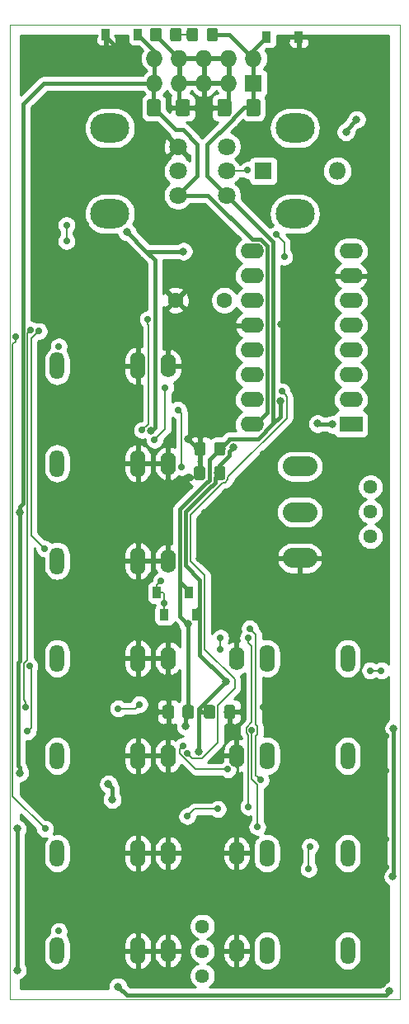
<source format=gbr>
%TF.GenerationSoftware,KiCad,Pcbnew,(5.1.0)-1*%
%TF.CreationDate,2020-03-08T21:47:15+01:00*%
%TF.ProjectId,KicadJE_AC3340_RevA _PCB,4b696361-644a-4455-9f41-43333334305f,rev?*%
%TF.SameCoordinates,Original*%
%TF.FileFunction,Copper,L1,Top*%
%TF.FilePolarity,Positive*%
%FSLAX46Y46*%
G04 Gerber Fmt 4.6, Leading zero omitted, Abs format (unit mm)*
G04 Created by KiCad (PCBNEW (5.1.0)-1) date 2020-03-08 21:47:15*
%MOMM*%
%LPD*%
G04 APERTURE LIST*
%ADD10C,0.050000*%
%ADD11C,1.600000*%
%ADD12C,0.150000*%
%ADD13C,1.425000*%
%ADD14C,1.150000*%
%ADD15R,0.900000X1.200000*%
%ADD16O,1.600000X2.800000*%
%ADD17O,1.600000X2.400000*%
%ADD18O,1.500000X2.800000*%
%ADD19R,1.727200X1.727200*%
%ADD20O,1.727200X1.727200*%
%ADD21C,1.800000*%
%ADD22O,4.000000X3.000000*%
%ADD23C,1.440000*%
%ADD24O,3.556000X2.032000*%
%ADD25R,2.400000X1.600000*%
%ADD26O,2.400000X1.600000*%
%ADD27R,1.800000X1.800000*%
%ADD28O,1.800000X1.800000*%
%ADD29C,0.700000*%
%ADD30C,0.800000*%
%ADD31C,0.400000*%
%ADD32C,0.254000*%
G04 APERTURE END LIST*
D10*
X50000000Y-150000000D02*
X50000000Y-50000000D01*
X90000000Y-150000000D02*
X50000000Y-150000000D01*
X90000000Y-50000000D02*
X90000000Y-150000000D01*
X50000000Y-50000000D02*
X90000000Y-50000000D01*
D11*
X67000000Y-78250000D03*
X72000000Y-78250000D03*
D12*
G36*
X65249504Y-57626204D02*
G01*
X65273773Y-57629804D01*
X65297571Y-57635765D01*
X65320671Y-57644030D01*
X65342849Y-57654520D01*
X65363893Y-57667133D01*
X65383598Y-57681747D01*
X65401777Y-57698223D01*
X65418253Y-57716402D01*
X65432867Y-57736107D01*
X65445480Y-57757151D01*
X65455970Y-57779329D01*
X65464235Y-57802429D01*
X65470196Y-57826227D01*
X65473796Y-57850496D01*
X65475000Y-57875000D01*
X65475000Y-59125000D01*
X65473796Y-59149504D01*
X65470196Y-59173773D01*
X65464235Y-59197571D01*
X65455970Y-59220671D01*
X65445480Y-59242849D01*
X65432867Y-59263893D01*
X65418253Y-59283598D01*
X65401777Y-59301777D01*
X65383598Y-59318253D01*
X65363893Y-59332867D01*
X65342849Y-59345480D01*
X65320671Y-59355970D01*
X65297571Y-59364235D01*
X65273773Y-59370196D01*
X65249504Y-59373796D01*
X65225000Y-59375000D01*
X64300000Y-59375000D01*
X64275496Y-59373796D01*
X64251227Y-59370196D01*
X64227429Y-59364235D01*
X64204329Y-59355970D01*
X64182151Y-59345480D01*
X64161107Y-59332867D01*
X64141402Y-59318253D01*
X64123223Y-59301777D01*
X64106747Y-59283598D01*
X64092133Y-59263893D01*
X64079520Y-59242849D01*
X64069030Y-59220671D01*
X64060765Y-59197571D01*
X64054804Y-59173773D01*
X64051204Y-59149504D01*
X64050000Y-59125000D01*
X64050000Y-57875000D01*
X64051204Y-57850496D01*
X64054804Y-57826227D01*
X64060765Y-57802429D01*
X64069030Y-57779329D01*
X64079520Y-57757151D01*
X64092133Y-57736107D01*
X64106747Y-57716402D01*
X64123223Y-57698223D01*
X64141402Y-57681747D01*
X64161107Y-57667133D01*
X64182151Y-57654520D01*
X64204329Y-57644030D01*
X64227429Y-57635765D01*
X64251227Y-57629804D01*
X64275496Y-57626204D01*
X64300000Y-57625000D01*
X65225000Y-57625000D01*
X65249504Y-57626204D01*
X65249504Y-57626204D01*
G37*
D13*
X64762500Y-58500000D03*
D12*
G36*
X68224504Y-57626204D02*
G01*
X68248773Y-57629804D01*
X68272571Y-57635765D01*
X68295671Y-57644030D01*
X68317849Y-57654520D01*
X68338893Y-57667133D01*
X68358598Y-57681747D01*
X68376777Y-57698223D01*
X68393253Y-57716402D01*
X68407867Y-57736107D01*
X68420480Y-57757151D01*
X68430970Y-57779329D01*
X68439235Y-57802429D01*
X68445196Y-57826227D01*
X68448796Y-57850496D01*
X68450000Y-57875000D01*
X68450000Y-59125000D01*
X68448796Y-59149504D01*
X68445196Y-59173773D01*
X68439235Y-59197571D01*
X68430970Y-59220671D01*
X68420480Y-59242849D01*
X68407867Y-59263893D01*
X68393253Y-59283598D01*
X68376777Y-59301777D01*
X68358598Y-59318253D01*
X68338893Y-59332867D01*
X68317849Y-59345480D01*
X68295671Y-59355970D01*
X68272571Y-59364235D01*
X68248773Y-59370196D01*
X68224504Y-59373796D01*
X68200000Y-59375000D01*
X67275000Y-59375000D01*
X67250496Y-59373796D01*
X67226227Y-59370196D01*
X67202429Y-59364235D01*
X67179329Y-59355970D01*
X67157151Y-59345480D01*
X67136107Y-59332867D01*
X67116402Y-59318253D01*
X67098223Y-59301777D01*
X67081747Y-59283598D01*
X67067133Y-59263893D01*
X67054520Y-59242849D01*
X67044030Y-59220671D01*
X67035765Y-59197571D01*
X67029804Y-59173773D01*
X67026204Y-59149504D01*
X67025000Y-59125000D01*
X67025000Y-57875000D01*
X67026204Y-57850496D01*
X67029804Y-57826227D01*
X67035765Y-57802429D01*
X67044030Y-57779329D01*
X67054520Y-57757151D01*
X67067133Y-57736107D01*
X67081747Y-57716402D01*
X67098223Y-57698223D01*
X67116402Y-57681747D01*
X67136107Y-57667133D01*
X67157151Y-57654520D01*
X67179329Y-57644030D01*
X67202429Y-57635765D01*
X67226227Y-57629804D01*
X67250496Y-57626204D01*
X67275000Y-57625000D01*
X68200000Y-57625000D01*
X68224504Y-57626204D01*
X68224504Y-57626204D01*
G37*
D13*
X67737500Y-58500000D03*
D12*
G36*
X75474504Y-57626204D02*
G01*
X75498773Y-57629804D01*
X75522571Y-57635765D01*
X75545671Y-57644030D01*
X75567849Y-57654520D01*
X75588893Y-57667133D01*
X75608598Y-57681747D01*
X75626777Y-57698223D01*
X75643253Y-57716402D01*
X75657867Y-57736107D01*
X75670480Y-57757151D01*
X75680970Y-57779329D01*
X75689235Y-57802429D01*
X75695196Y-57826227D01*
X75698796Y-57850496D01*
X75700000Y-57875000D01*
X75700000Y-59125000D01*
X75698796Y-59149504D01*
X75695196Y-59173773D01*
X75689235Y-59197571D01*
X75680970Y-59220671D01*
X75670480Y-59242849D01*
X75657867Y-59263893D01*
X75643253Y-59283598D01*
X75626777Y-59301777D01*
X75608598Y-59318253D01*
X75588893Y-59332867D01*
X75567849Y-59345480D01*
X75545671Y-59355970D01*
X75522571Y-59364235D01*
X75498773Y-59370196D01*
X75474504Y-59373796D01*
X75450000Y-59375000D01*
X74525000Y-59375000D01*
X74500496Y-59373796D01*
X74476227Y-59370196D01*
X74452429Y-59364235D01*
X74429329Y-59355970D01*
X74407151Y-59345480D01*
X74386107Y-59332867D01*
X74366402Y-59318253D01*
X74348223Y-59301777D01*
X74331747Y-59283598D01*
X74317133Y-59263893D01*
X74304520Y-59242849D01*
X74294030Y-59220671D01*
X74285765Y-59197571D01*
X74279804Y-59173773D01*
X74276204Y-59149504D01*
X74275000Y-59125000D01*
X74275000Y-57875000D01*
X74276204Y-57850496D01*
X74279804Y-57826227D01*
X74285765Y-57802429D01*
X74294030Y-57779329D01*
X74304520Y-57757151D01*
X74317133Y-57736107D01*
X74331747Y-57716402D01*
X74348223Y-57698223D01*
X74366402Y-57681747D01*
X74386107Y-57667133D01*
X74407151Y-57654520D01*
X74429329Y-57644030D01*
X74452429Y-57635765D01*
X74476227Y-57629804D01*
X74500496Y-57626204D01*
X74525000Y-57625000D01*
X75450000Y-57625000D01*
X75474504Y-57626204D01*
X75474504Y-57626204D01*
G37*
D13*
X74987500Y-58500000D03*
D12*
G36*
X72499504Y-57626204D02*
G01*
X72523773Y-57629804D01*
X72547571Y-57635765D01*
X72570671Y-57644030D01*
X72592849Y-57654520D01*
X72613893Y-57667133D01*
X72633598Y-57681747D01*
X72651777Y-57698223D01*
X72668253Y-57716402D01*
X72682867Y-57736107D01*
X72695480Y-57757151D01*
X72705970Y-57779329D01*
X72714235Y-57802429D01*
X72720196Y-57826227D01*
X72723796Y-57850496D01*
X72725000Y-57875000D01*
X72725000Y-59125000D01*
X72723796Y-59149504D01*
X72720196Y-59173773D01*
X72714235Y-59197571D01*
X72705970Y-59220671D01*
X72695480Y-59242849D01*
X72682867Y-59263893D01*
X72668253Y-59283598D01*
X72651777Y-59301777D01*
X72633598Y-59318253D01*
X72613893Y-59332867D01*
X72592849Y-59345480D01*
X72570671Y-59355970D01*
X72547571Y-59364235D01*
X72523773Y-59370196D01*
X72499504Y-59373796D01*
X72475000Y-59375000D01*
X71550000Y-59375000D01*
X71525496Y-59373796D01*
X71501227Y-59370196D01*
X71477429Y-59364235D01*
X71454329Y-59355970D01*
X71432151Y-59345480D01*
X71411107Y-59332867D01*
X71391402Y-59318253D01*
X71373223Y-59301777D01*
X71356747Y-59283598D01*
X71342133Y-59263893D01*
X71329520Y-59242849D01*
X71319030Y-59220671D01*
X71310765Y-59197571D01*
X71304804Y-59173773D01*
X71301204Y-59149504D01*
X71300000Y-59125000D01*
X71300000Y-57875000D01*
X71301204Y-57850496D01*
X71304804Y-57826227D01*
X71310765Y-57802429D01*
X71319030Y-57779329D01*
X71329520Y-57757151D01*
X71342133Y-57736107D01*
X71356747Y-57716402D01*
X71373223Y-57698223D01*
X71391402Y-57681747D01*
X71411107Y-57667133D01*
X71432151Y-57654520D01*
X71454329Y-57644030D01*
X71477429Y-57635765D01*
X71501227Y-57629804D01*
X71525496Y-57626204D01*
X71550000Y-57625000D01*
X72475000Y-57625000D01*
X72499504Y-57626204D01*
X72499504Y-57626204D01*
G37*
D13*
X72012500Y-58500000D03*
D12*
G36*
X69824505Y-95301204D02*
G01*
X69848773Y-95304804D01*
X69872572Y-95310765D01*
X69895671Y-95319030D01*
X69917850Y-95329520D01*
X69938893Y-95342132D01*
X69958599Y-95356747D01*
X69976777Y-95373223D01*
X69993253Y-95391401D01*
X70007868Y-95411107D01*
X70020480Y-95432150D01*
X70030970Y-95454329D01*
X70039235Y-95477428D01*
X70045196Y-95501227D01*
X70048796Y-95525495D01*
X70050000Y-95549999D01*
X70050000Y-96450001D01*
X70048796Y-96474505D01*
X70045196Y-96498773D01*
X70039235Y-96522572D01*
X70030970Y-96545671D01*
X70020480Y-96567850D01*
X70007868Y-96588893D01*
X69993253Y-96608599D01*
X69976777Y-96626777D01*
X69958599Y-96643253D01*
X69938893Y-96657868D01*
X69917850Y-96670480D01*
X69895671Y-96680970D01*
X69872572Y-96689235D01*
X69848773Y-96695196D01*
X69824505Y-96698796D01*
X69800001Y-96700000D01*
X69149999Y-96700000D01*
X69125495Y-96698796D01*
X69101227Y-96695196D01*
X69077428Y-96689235D01*
X69054329Y-96680970D01*
X69032150Y-96670480D01*
X69011107Y-96657868D01*
X68991401Y-96643253D01*
X68973223Y-96626777D01*
X68956747Y-96608599D01*
X68942132Y-96588893D01*
X68929520Y-96567850D01*
X68919030Y-96545671D01*
X68910765Y-96522572D01*
X68904804Y-96498773D01*
X68901204Y-96474505D01*
X68900000Y-96450001D01*
X68900000Y-95549999D01*
X68901204Y-95525495D01*
X68904804Y-95501227D01*
X68910765Y-95477428D01*
X68919030Y-95454329D01*
X68929520Y-95432150D01*
X68942132Y-95411107D01*
X68956747Y-95391401D01*
X68973223Y-95373223D01*
X68991401Y-95356747D01*
X69011107Y-95342132D01*
X69032150Y-95329520D01*
X69054329Y-95319030D01*
X69077428Y-95310765D01*
X69101227Y-95304804D01*
X69125495Y-95301204D01*
X69149999Y-95300000D01*
X69800001Y-95300000D01*
X69824505Y-95301204D01*
X69824505Y-95301204D01*
G37*
D14*
X69475000Y-96000000D03*
D12*
G36*
X71874505Y-95301204D02*
G01*
X71898773Y-95304804D01*
X71922572Y-95310765D01*
X71945671Y-95319030D01*
X71967850Y-95329520D01*
X71988893Y-95342132D01*
X72008599Y-95356747D01*
X72026777Y-95373223D01*
X72043253Y-95391401D01*
X72057868Y-95411107D01*
X72070480Y-95432150D01*
X72080970Y-95454329D01*
X72089235Y-95477428D01*
X72095196Y-95501227D01*
X72098796Y-95525495D01*
X72100000Y-95549999D01*
X72100000Y-96450001D01*
X72098796Y-96474505D01*
X72095196Y-96498773D01*
X72089235Y-96522572D01*
X72080970Y-96545671D01*
X72070480Y-96567850D01*
X72057868Y-96588893D01*
X72043253Y-96608599D01*
X72026777Y-96626777D01*
X72008599Y-96643253D01*
X71988893Y-96657868D01*
X71967850Y-96670480D01*
X71945671Y-96680970D01*
X71922572Y-96689235D01*
X71898773Y-96695196D01*
X71874505Y-96698796D01*
X71850001Y-96700000D01*
X71199999Y-96700000D01*
X71175495Y-96698796D01*
X71151227Y-96695196D01*
X71127428Y-96689235D01*
X71104329Y-96680970D01*
X71082150Y-96670480D01*
X71061107Y-96657868D01*
X71041401Y-96643253D01*
X71023223Y-96626777D01*
X71006747Y-96608599D01*
X70992132Y-96588893D01*
X70979520Y-96567850D01*
X70969030Y-96545671D01*
X70960765Y-96522572D01*
X70954804Y-96498773D01*
X70951204Y-96474505D01*
X70950000Y-96450001D01*
X70950000Y-95549999D01*
X70951204Y-95525495D01*
X70954804Y-95501227D01*
X70960765Y-95477428D01*
X70969030Y-95454329D01*
X70979520Y-95432150D01*
X70992132Y-95411107D01*
X71006747Y-95391401D01*
X71023223Y-95373223D01*
X71041401Y-95356747D01*
X71061107Y-95342132D01*
X71082150Y-95329520D01*
X71104329Y-95319030D01*
X71127428Y-95310765D01*
X71151227Y-95304804D01*
X71175495Y-95301204D01*
X71199999Y-95300000D01*
X71850001Y-95300000D01*
X71874505Y-95301204D01*
X71874505Y-95301204D01*
G37*
D14*
X71525000Y-96000000D03*
D12*
G36*
X69849505Y-92801204D02*
G01*
X69873773Y-92804804D01*
X69897572Y-92810765D01*
X69920671Y-92819030D01*
X69942850Y-92829520D01*
X69963893Y-92842132D01*
X69983599Y-92856747D01*
X70001777Y-92873223D01*
X70018253Y-92891401D01*
X70032868Y-92911107D01*
X70045480Y-92932150D01*
X70055970Y-92954329D01*
X70064235Y-92977428D01*
X70070196Y-93001227D01*
X70073796Y-93025495D01*
X70075000Y-93049999D01*
X70075000Y-93950001D01*
X70073796Y-93974505D01*
X70070196Y-93998773D01*
X70064235Y-94022572D01*
X70055970Y-94045671D01*
X70045480Y-94067850D01*
X70032868Y-94088893D01*
X70018253Y-94108599D01*
X70001777Y-94126777D01*
X69983599Y-94143253D01*
X69963893Y-94157868D01*
X69942850Y-94170480D01*
X69920671Y-94180970D01*
X69897572Y-94189235D01*
X69873773Y-94195196D01*
X69849505Y-94198796D01*
X69825001Y-94200000D01*
X69174999Y-94200000D01*
X69150495Y-94198796D01*
X69126227Y-94195196D01*
X69102428Y-94189235D01*
X69079329Y-94180970D01*
X69057150Y-94170480D01*
X69036107Y-94157868D01*
X69016401Y-94143253D01*
X68998223Y-94126777D01*
X68981747Y-94108599D01*
X68967132Y-94088893D01*
X68954520Y-94067850D01*
X68944030Y-94045671D01*
X68935765Y-94022572D01*
X68929804Y-93998773D01*
X68926204Y-93974505D01*
X68925000Y-93950001D01*
X68925000Y-93049999D01*
X68926204Y-93025495D01*
X68929804Y-93001227D01*
X68935765Y-92977428D01*
X68944030Y-92954329D01*
X68954520Y-92932150D01*
X68967132Y-92911107D01*
X68981747Y-92891401D01*
X68998223Y-92873223D01*
X69016401Y-92856747D01*
X69036107Y-92842132D01*
X69057150Y-92829520D01*
X69079329Y-92819030D01*
X69102428Y-92810765D01*
X69126227Y-92804804D01*
X69150495Y-92801204D01*
X69174999Y-92800000D01*
X69825001Y-92800000D01*
X69849505Y-92801204D01*
X69849505Y-92801204D01*
G37*
D14*
X69500000Y-93500000D03*
D12*
G36*
X71899505Y-92801204D02*
G01*
X71923773Y-92804804D01*
X71947572Y-92810765D01*
X71970671Y-92819030D01*
X71992850Y-92829520D01*
X72013893Y-92842132D01*
X72033599Y-92856747D01*
X72051777Y-92873223D01*
X72068253Y-92891401D01*
X72082868Y-92911107D01*
X72095480Y-92932150D01*
X72105970Y-92954329D01*
X72114235Y-92977428D01*
X72120196Y-93001227D01*
X72123796Y-93025495D01*
X72125000Y-93049999D01*
X72125000Y-93950001D01*
X72123796Y-93974505D01*
X72120196Y-93998773D01*
X72114235Y-94022572D01*
X72105970Y-94045671D01*
X72095480Y-94067850D01*
X72082868Y-94088893D01*
X72068253Y-94108599D01*
X72051777Y-94126777D01*
X72033599Y-94143253D01*
X72013893Y-94157868D01*
X71992850Y-94170480D01*
X71970671Y-94180970D01*
X71947572Y-94189235D01*
X71923773Y-94195196D01*
X71899505Y-94198796D01*
X71875001Y-94200000D01*
X71224999Y-94200000D01*
X71200495Y-94198796D01*
X71176227Y-94195196D01*
X71152428Y-94189235D01*
X71129329Y-94180970D01*
X71107150Y-94170480D01*
X71086107Y-94157868D01*
X71066401Y-94143253D01*
X71048223Y-94126777D01*
X71031747Y-94108599D01*
X71017132Y-94088893D01*
X71004520Y-94067850D01*
X70994030Y-94045671D01*
X70985765Y-94022572D01*
X70979804Y-93998773D01*
X70976204Y-93974505D01*
X70975000Y-93950001D01*
X70975000Y-93049999D01*
X70976204Y-93025495D01*
X70979804Y-93001227D01*
X70985765Y-92977428D01*
X70994030Y-92954329D01*
X71004520Y-92932150D01*
X71017132Y-92911107D01*
X71031747Y-92891401D01*
X71048223Y-92873223D01*
X71066401Y-92856747D01*
X71086107Y-92842132D01*
X71107150Y-92829520D01*
X71129329Y-92819030D01*
X71152428Y-92810765D01*
X71176227Y-92804804D01*
X71200495Y-92801204D01*
X71224999Y-92800000D01*
X71875001Y-92800000D01*
X71899505Y-92801204D01*
X71899505Y-92801204D01*
G37*
D14*
X71550000Y-93500000D03*
D12*
G36*
X72899505Y-119801204D02*
G01*
X72923773Y-119804804D01*
X72947572Y-119810765D01*
X72970671Y-119819030D01*
X72992850Y-119829520D01*
X73013893Y-119842132D01*
X73033599Y-119856747D01*
X73051777Y-119873223D01*
X73068253Y-119891401D01*
X73082868Y-119911107D01*
X73095480Y-119932150D01*
X73105970Y-119954329D01*
X73114235Y-119977428D01*
X73120196Y-120001227D01*
X73123796Y-120025495D01*
X73125000Y-120049999D01*
X73125000Y-120950001D01*
X73123796Y-120974505D01*
X73120196Y-120998773D01*
X73114235Y-121022572D01*
X73105970Y-121045671D01*
X73095480Y-121067850D01*
X73082868Y-121088893D01*
X73068253Y-121108599D01*
X73051777Y-121126777D01*
X73033599Y-121143253D01*
X73013893Y-121157868D01*
X72992850Y-121170480D01*
X72970671Y-121180970D01*
X72947572Y-121189235D01*
X72923773Y-121195196D01*
X72899505Y-121198796D01*
X72875001Y-121200000D01*
X72224999Y-121200000D01*
X72200495Y-121198796D01*
X72176227Y-121195196D01*
X72152428Y-121189235D01*
X72129329Y-121180970D01*
X72107150Y-121170480D01*
X72086107Y-121157868D01*
X72066401Y-121143253D01*
X72048223Y-121126777D01*
X72031747Y-121108599D01*
X72017132Y-121088893D01*
X72004520Y-121067850D01*
X71994030Y-121045671D01*
X71985765Y-121022572D01*
X71979804Y-120998773D01*
X71976204Y-120974505D01*
X71975000Y-120950001D01*
X71975000Y-120049999D01*
X71976204Y-120025495D01*
X71979804Y-120001227D01*
X71985765Y-119977428D01*
X71994030Y-119954329D01*
X72004520Y-119932150D01*
X72017132Y-119911107D01*
X72031747Y-119891401D01*
X72048223Y-119873223D01*
X72066401Y-119856747D01*
X72086107Y-119842132D01*
X72107150Y-119829520D01*
X72129329Y-119819030D01*
X72152428Y-119810765D01*
X72176227Y-119804804D01*
X72200495Y-119801204D01*
X72224999Y-119800000D01*
X72875001Y-119800000D01*
X72899505Y-119801204D01*
X72899505Y-119801204D01*
G37*
D14*
X72550000Y-120500000D03*
D12*
G36*
X70849505Y-119801204D02*
G01*
X70873773Y-119804804D01*
X70897572Y-119810765D01*
X70920671Y-119819030D01*
X70942850Y-119829520D01*
X70963893Y-119842132D01*
X70983599Y-119856747D01*
X71001777Y-119873223D01*
X71018253Y-119891401D01*
X71032868Y-119911107D01*
X71045480Y-119932150D01*
X71055970Y-119954329D01*
X71064235Y-119977428D01*
X71070196Y-120001227D01*
X71073796Y-120025495D01*
X71075000Y-120049999D01*
X71075000Y-120950001D01*
X71073796Y-120974505D01*
X71070196Y-120998773D01*
X71064235Y-121022572D01*
X71055970Y-121045671D01*
X71045480Y-121067850D01*
X71032868Y-121088893D01*
X71018253Y-121108599D01*
X71001777Y-121126777D01*
X70983599Y-121143253D01*
X70963893Y-121157868D01*
X70942850Y-121170480D01*
X70920671Y-121180970D01*
X70897572Y-121189235D01*
X70873773Y-121195196D01*
X70849505Y-121198796D01*
X70825001Y-121200000D01*
X70174999Y-121200000D01*
X70150495Y-121198796D01*
X70126227Y-121195196D01*
X70102428Y-121189235D01*
X70079329Y-121180970D01*
X70057150Y-121170480D01*
X70036107Y-121157868D01*
X70016401Y-121143253D01*
X69998223Y-121126777D01*
X69981747Y-121108599D01*
X69967132Y-121088893D01*
X69954520Y-121067850D01*
X69944030Y-121045671D01*
X69935765Y-121022572D01*
X69929804Y-120998773D01*
X69926204Y-120974505D01*
X69925000Y-120950001D01*
X69925000Y-120049999D01*
X69926204Y-120025495D01*
X69929804Y-120001227D01*
X69935765Y-119977428D01*
X69944030Y-119954329D01*
X69954520Y-119932150D01*
X69967132Y-119911107D01*
X69981747Y-119891401D01*
X69998223Y-119873223D01*
X70016401Y-119856747D01*
X70036107Y-119842132D01*
X70057150Y-119829520D01*
X70079329Y-119819030D01*
X70102428Y-119810765D01*
X70126227Y-119804804D01*
X70150495Y-119801204D01*
X70174999Y-119800000D01*
X70825001Y-119800000D01*
X70849505Y-119801204D01*
X70849505Y-119801204D01*
G37*
D14*
X70500000Y-120500000D03*
D12*
G36*
X66599505Y-119801204D02*
G01*
X66623773Y-119804804D01*
X66647572Y-119810765D01*
X66670671Y-119819030D01*
X66692850Y-119829520D01*
X66713893Y-119842132D01*
X66733599Y-119856747D01*
X66751777Y-119873223D01*
X66768253Y-119891401D01*
X66782868Y-119911107D01*
X66795480Y-119932150D01*
X66805970Y-119954329D01*
X66814235Y-119977428D01*
X66820196Y-120001227D01*
X66823796Y-120025495D01*
X66825000Y-120049999D01*
X66825000Y-120950001D01*
X66823796Y-120974505D01*
X66820196Y-120998773D01*
X66814235Y-121022572D01*
X66805970Y-121045671D01*
X66795480Y-121067850D01*
X66782868Y-121088893D01*
X66768253Y-121108599D01*
X66751777Y-121126777D01*
X66733599Y-121143253D01*
X66713893Y-121157868D01*
X66692850Y-121170480D01*
X66670671Y-121180970D01*
X66647572Y-121189235D01*
X66623773Y-121195196D01*
X66599505Y-121198796D01*
X66575001Y-121200000D01*
X65924999Y-121200000D01*
X65900495Y-121198796D01*
X65876227Y-121195196D01*
X65852428Y-121189235D01*
X65829329Y-121180970D01*
X65807150Y-121170480D01*
X65786107Y-121157868D01*
X65766401Y-121143253D01*
X65748223Y-121126777D01*
X65731747Y-121108599D01*
X65717132Y-121088893D01*
X65704520Y-121067850D01*
X65694030Y-121045671D01*
X65685765Y-121022572D01*
X65679804Y-120998773D01*
X65676204Y-120974505D01*
X65675000Y-120950001D01*
X65675000Y-120049999D01*
X65676204Y-120025495D01*
X65679804Y-120001227D01*
X65685765Y-119977428D01*
X65694030Y-119954329D01*
X65704520Y-119932150D01*
X65717132Y-119911107D01*
X65731747Y-119891401D01*
X65748223Y-119873223D01*
X65766401Y-119856747D01*
X65786107Y-119842132D01*
X65807150Y-119829520D01*
X65829329Y-119819030D01*
X65852428Y-119810765D01*
X65876227Y-119804804D01*
X65900495Y-119801204D01*
X65924999Y-119800000D01*
X66575001Y-119800000D01*
X66599505Y-119801204D01*
X66599505Y-119801204D01*
G37*
D14*
X66250000Y-120500000D03*
D12*
G36*
X68649505Y-119801204D02*
G01*
X68673773Y-119804804D01*
X68697572Y-119810765D01*
X68720671Y-119819030D01*
X68742850Y-119829520D01*
X68763893Y-119842132D01*
X68783599Y-119856747D01*
X68801777Y-119873223D01*
X68818253Y-119891401D01*
X68832868Y-119911107D01*
X68845480Y-119932150D01*
X68855970Y-119954329D01*
X68864235Y-119977428D01*
X68870196Y-120001227D01*
X68873796Y-120025495D01*
X68875000Y-120049999D01*
X68875000Y-120950001D01*
X68873796Y-120974505D01*
X68870196Y-120998773D01*
X68864235Y-121022572D01*
X68855970Y-121045671D01*
X68845480Y-121067850D01*
X68832868Y-121088893D01*
X68818253Y-121108599D01*
X68801777Y-121126777D01*
X68783599Y-121143253D01*
X68763893Y-121157868D01*
X68742850Y-121170480D01*
X68720671Y-121180970D01*
X68697572Y-121189235D01*
X68673773Y-121195196D01*
X68649505Y-121198796D01*
X68625001Y-121200000D01*
X67974999Y-121200000D01*
X67950495Y-121198796D01*
X67926227Y-121195196D01*
X67902428Y-121189235D01*
X67879329Y-121180970D01*
X67857150Y-121170480D01*
X67836107Y-121157868D01*
X67816401Y-121143253D01*
X67798223Y-121126777D01*
X67781747Y-121108599D01*
X67767132Y-121088893D01*
X67754520Y-121067850D01*
X67744030Y-121045671D01*
X67735765Y-121022572D01*
X67729804Y-120998773D01*
X67726204Y-120974505D01*
X67725000Y-120950001D01*
X67725000Y-120049999D01*
X67726204Y-120025495D01*
X67729804Y-120001227D01*
X67735765Y-119977428D01*
X67744030Y-119954329D01*
X67754520Y-119932150D01*
X67767132Y-119911107D01*
X67781747Y-119891401D01*
X67798223Y-119873223D01*
X67816401Y-119856747D01*
X67836107Y-119842132D01*
X67857150Y-119829520D01*
X67879329Y-119819030D01*
X67902428Y-119810765D01*
X67926227Y-119804804D01*
X67950495Y-119801204D01*
X67974999Y-119800000D01*
X68625001Y-119800000D01*
X68649505Y-119801204D01*
X68649505Y-119801204D01*
G37*
D14*
X68300000Y-120500000D03*
D15*
X65850000Y-110500000D03*
X69150000Y-110500000D03*
X65100000Y-108250000D03*
X68400000Y-108250000D03*
X63150000Y-51000000D03*
X59850000Y-51000000D03*
X79650000Y-51250000D03*
X76350000Y-51250000D03*
D12*
G36*
X71124505Y-50301204D02*
G01*
X71148773Y-50304804D01*
X71172572Y-50310765D01*
X71195671Y-50319030D01*
X71217850Y-50329520D01*
X71238893Y-50342132D01*
X71258599Y-50356747D01*
X71276777Y-50373223D01*
X71293253Y-50391401D01*
X71307868Y-50411107D01*
X71320480Y-50432150D01*
X71330970Y-50454329D01*
X71339235Y-50477428D01*
X71345196Y-50501227D01*
X71348796Y-50525495D01*
X71350000Y-50549999D01*
X71350000Y-51450001D01*
X71348796Y-51474505D01*
X71345196Y-51498773D01*
X71339235Y-51522572D01*
X71330970Y-51545671D01*
X71320480Y-51567850D01*
X71307868Y-51588893D01*
X71293253Y-51608599D01*
X71276777Y-51626777D01*
X71258599Y-51643253D01*
X71238893Y-51657868D01*
X71217850Y-51670480D01*
X71195671Y-51680970D01*
X71172572Y-51689235D01*
X71148773Y-51695196D01*
X71124505Y-51698796D01*
X71100001Y-51700000D01*
X70449999Y-51700000D01*
X70425495Y-51698796D01*
X70401227Y-51695196D01*
X70377428Y-51689235D01*
X70354329Y-51680970D01*
X70332150Y-51670480D01*
X70311107Y-51657868D01*
X70291401Y-51643253D01*
X70273223Y-51626777D01*
X70256747Y-51608599D01*
X70242132Y-51588893D01*
X70229520Y-51567850D01*
X70219030Y-51545671D01*
X70210765Y-51522572D01*
X70204804Y-51498773D01*
X70201204Y-51474505D01*
X70200000Y-51450001D01*
X70200000Y-50549999D01*
X70201204Y-50525495D01*
X70204804Y-50501227D01*
X70210765Y-50477428D01*
X70219030Y-50454329D01*
X70229520Y-50432150D01*
X70242132Y-50411107D01*
X70256747Y-50391401D01*
X70273223Y-50373223D01*
X70291401Y-50356747D01*
X70311107Y-50342132D01*
X70332150Y-50329520D01*
X70354329Y-50319030D01*
X70377428Y-50310765D01*
X70401227Y-50304804D01*
X70425495Y-50301204D01*
X70449999Y-50300000D01*
X71100001Y-50300000D01*
X71124505Y-50301204D01*
X71124505Y-50301204D01*
G37*
D14*
X70775000Y-51000000D03*
D12*
G36*
X69074505Y-50301204D02*
G01*
X69098773Y-50304804D01*
X69122572Y-50310765D01*
X69145671Y-50319030D01*
X69167850Y-50329520D01*
X69188893Y-50342132D01*
X69208599Y-50356747D01*
X69226777Y-50373223D01*
X69243253Y-50391401D01*
X69257868Y-50411107D01*
X69270480Y-50432150D01*
X69280970Y-50454329D01*
X69289235Y-50477428D01*
X69295196Y-50501227D01*
X69298796Y-50525495D01*
X69300000Y-50549999D01*
X69300000Y-51450001D01*
X69298796Y-51474505D01*
X69295196Y-51498773D01*
X69289235Y-51522572D01*
X69280970Y-51545671D01*
X69270480Y-51567850D01*
X69257868Y-51588893D01*
X69243253Y-51608599D01*
X69226777Y-51626777D01*
X69208599Y-51643253D01*
X69188893Y-51657868D01*
X69167850Y-51670480D01*
X69145671Y-51680970D01*
X69122572Y-51689235D01*
X69098773Y-51695196D01*
X69074505Y-51698796D01*
X69050001Y-51700000D01*
X68399999Y-51700000D01*
X68375495Y-51698796D01*
X68351227Y-51695196D01*
X68327428Y-51689235D01*
X68304329Y-51680970D01*
X68282150Y-51670480D01*
X68261107Y-51657868D01*
X68241401Y-51643253D01*
X68223223Y-51626777D01*
X68206747Y-51608599D01*
X68192132Y-51588893D01*
X68179520Y-51567850D01*
X68169030Y-51545671D01*
X68160765Y-51522572D01*
X68154804Y-51498773D01*
X68151204Y-51474505D01*
X68150000Y-51450001D01*
X68150000Y-50549999D01*
X68151204Y-50525495D01*
X68154804Y-50501227D01*
X68160765Y-50477428D01*
X68169030Y-50454329D01*
X68179520Y-50432150D01*
X68192132Y-50411107D01*
X68206747Y-50391401D01*
X68223223Y-50373223D01*
X68241401Y-50356747D01*
X68261107Y-50342132D01*
X68282150Y-50329520D01*
X68304329Y-50319030D01*
X68327428Y-50310765D01*
X68351227Y-50304804D01*
X68375495Y-50301204D01*
X68399999Y-50300000D01*
X69050001Y-50300000D01*
X69074505Y-50301204D01*
X69074505Y-50301204D01*
G37*
D14*
X68725000Y-51000000D03*
D16*
X76370000Y-125000000D03*
D17*
X73270000Y-125000000D03*
D18*
X84670000Y-125000000D03*
X84670000Y-115000000D03*
D17*
X73270000Y-115000000D03*
D16*
X76370000Y-115000000D03*
X76370000Y-135000000D03*
D17*
X73270000Y-135000000D03*
D18*
X84670000Y-135000000D03*
D16*
X63130000Y-85000000D03*
D17*
X66230000Y-85000000D03*
D18*
X54830000Y-85000000D03*
X54830000Y-95000000D03*
D17*
X66230000Y-95000000D03*
D16*
X63130000Y-95000000D03*
D18*
X54830000Y-105000000D03*
D17*
X66230000Y-105000000D03*
D16*
X63130000Y-105000000D03*
D18*
X54830000Y-135000000D03*
D17*
X66230000Y-135000000D03*
D16*
X63130000Y-135000000D03*
D18*
X54830000Y-145000000D03*
D17*
X66230000Y-145000000D03*
D16*
X63130000Y-145000000D03*
X63130000Y-115000000D03*
D17*
X66230000Y-115000000D03*
D18*
X54830000Y-115000000D03*
X54830000Y-125000000D03*
D17*
X66230000Y-125000000D03*
D16*
X63130000Y-125000000D03*
X76370000Y-145000000D03*
D17*
X73270000Y-145000000D03*
D18*
X84670000Y-145000000D03*
D19*
X75000000Y-56000000D03*
D20*
X75000000Y-53460000D03*
X72460000Y-56000000D03*
X72460000Y-53460000D03*
X69920000Y-56000000D03*
X69920000Y-53460000D03*
X67380000Y-56000000D03*
X67380000Y-53460000D03*
X64840000Y-56000000D03*
X64840000Y-53460000D03*
D12*
G36*
X65324505Y-50301204D02*
G01*
X65348773Y-50304804D01*
X65372572Y-50310765D01*
X65395671Y-50319030D01*
X65417850Y-50329520D01*
X65438893Y-50342132D01*
X65458599Y-50356747D01*
X65476777Y-50373223D01*
X65493253Y-50391401D01*
X65507868Y-50411107D01*
X65520480Y-50432150D01*
X65530970Y-50454329D01*
X65539235Y-50477428D01*
X65545196Y-50501227D01*
X65548796Y-50525495D01*
X65550000Y-50549999D01*
X65550000Y-51450001D01*
X65548796Y-51474505D01*
X65545196Y-51498773D01*
X65539235Y-51522572D01*
X65530970Y-51545671D01*
X65520480Y-51567850D01*
X65507868Y-51588893D01*
X65493253Y-51608599D01*
X65476777Y-51626777D01*
X65458599Y-51643253D01*
X65438893Y-51657868D01*
X65417850Y-51670480D01*
X65395671Y-51680970D01*
X65372572Y-51689235D01*
X65348773Y-51695196D01*
X65324505Y-51698796D01*
X65300001Y-51700000D01*
X64649999Y-51700000D01*
X64625495Y-51698796D01*
X64601227Y-51695196D01*
X64577428Y-51689235D01*
X64554329Y-51680970D01*
X64532150Y-51670480D01*
X64511107Y-51657868D01*
X64491401Y-51643253D01*
X64473223Y-51626777D01*
X64456747Y-51608599D01*
X64442132Y-51588893D01*
X64429520Y-51567850D01*
X64419030Y-51545671D01*
X64410765Y-51522572D01*
X64404804Y-51498773D01*
X64401204Y-51474505D01*
X64400000Y-51450001D01*
X64400000Y-50549999D01*
X64401204Y-50525495D01*
X64404804Y-50501227D01*
X64410765Y-50477428D01*
X64419030Y-50454329D01*
X64429520Y-50432150D01*
X64442132Y-50411107D01*
X64456747Y-50391401D01*
X64473223Y-50373223D01*
X64491401Y-50356747D01*
X64511107Y-50342132D01*
X64532150Y-50329520D01*
X64554329Y-50319030D01*
X64577428Y-50310765D01*
X64601227Y-50304804D01*
X64625495Y-50301204D01*
X64649999Y-50300000D01*
X65300001Y-50300000D01*
X65324505Y-50301204D01*
X65324505Y-50301204D01*
G37*
D14*
X64975000Y-51000000D03*
D12*
G36*
X67374505Y-50301204D02*
G01*
X67398773Y-50304804D01*
X67422572Y-50310765D01*
X67445671Y-50319030D01*
X67467850Y-50329520D01*
X67488893Y-50342132D01*
X67508599Y-50356747D01*
X67526777Y-50373223D01*
X67543253Y-50391401D01*
X67557868Y-50411107D01*
X67570480Y-50432150D01*
X67580970Y-50454329D01*
X67589235Y-50477428D01*
X67595196Y-50501227D01*
X67598796Y-50525495D01*
X67600000Y-50549999D01*
X67600000Y-51450001D01*
X67598796Y-51474505D01*
X67595196Y-51498773D01*
X67589235Y-51522572D01*
X67580970Y-51545671D01*
X67570480Y-51567850D01*
X67557868Y-51588893D01*
X67543253Y-51608599D01*
X67526777Y-51626777D01*
X67508599Y-51643253D01*
X67488893Y-51657868D01*
X67467850Y-51670480D01*
X67445671Y-51680970D01*
X67422572Y-51689235D01*
X67398773Y-51695196D01*
X67374505Y-51698796D01*
X67350001Y-51700000D01*
X66699999Y-51700000D01*
X66675495Y-51698796D01*
X66651227Y-51695196D01*
X66627428Y-51689235D01*
X66604329Y-51680970D01*
X66582150Y-51670480D01*
X66561107Y-51657868D01*
X66541401Y-51643253D01*
X66523223Y-51626777D01*
X66506747Y-51608599D01*
X66492132Y-51588893D01*
X66479520Y-51567850D01*
X66469030Y-51545671D01*
X66460765Y-51522572D01*
X66454804Y-51498773D01*
X66451204Y-51474505D01*
X66450000Y-51450001D01*
X66450000Y-50549999D01*
X66451204Y-50525495D01*
X66454804Y-50501227D01*
X66460765Y-50477428D01*
X66469030Y-50454329D01*
X66479520Y-50432150D01*
X66492132Y-50411107D01*
X66506747Y-50391401D01*
X66523223Y-50373223D01*
X66541401Y-50356747D01*
X66561107Y-50342132D01*
X66582150Y-50329520D01*
X66604329Y-50319030D01*
X66627428Y-50310765D01*
X66651227Y-50304804D01*
X66675495Y-50301204D01*
X66699999Y-50300000D01*
X67350001Y-50300000D01*
X67374505Y-50301204D01*
X67374505Y-50301204D01*
G37*
D14*
X67025000Y-51000000D03*
D21*
X72250000Y-62500000D03*
X72250000Y-65000000D03*
X72250000Y-67500000D03*
D22*
X79250000Y-60600000D03*
X79250000Y-69400000D03*
X60250000Y-60600000D03*
X60250000Y-69400000D03*
D21*
X67250000Y-62500000D03*
X67250000Y-65000000D03*
X67250000Y-67500000D03*
D23*
X87000000Y-102500000D03*
X87000000Y-99960000D03*
X87000000Y-97420000D03*
X69750000Y-147580000D03*
X69750000Y-145040000D03*
X69750000Y-142500000D03*
D24*
X79750000Y-95300000D03*
X79750000Y-100000000D03*
X79750000Y-104700000D03*
D25*
X85000000Y-91000000D03*
D26*
X74840000Y-73220000D03*
X85000000Y-88460000D03*
X74840000Y-75760000D03*
X85000000Y-85920000D03*
X74840000Y-78300000D03*
X85000000Y-83380000D03*
X74840000Y-80840000D03*
X85000000Y-80840000D03*
X74840000Y-83380000D03*
X85000000Y-78300000D03*
X74840000Y-85920000D03*
X85000000Y-75760000D03*
X74840000Y-88460000D03*
X85000000Y-73220000D03*
X74840000Y-91000000D03*
D27*
X76000000Y-65000000D03*
D28*
X83620000Y-65000000D03*
D29*
X55000000Y-143000000D03*
X55000000Y-83000000D03*
D30*
X77840019Y-80750000D03*
X61750000Y-52250000D03*
X86000000Y-52250000D03*
X84750000Y-62500000D03*
X54500000Y-70500000D03*
X52500000Y-80000000D03*
X69466310Y-104761702D03*
D29*
X68750000Y-71000000D03*
D30*
X54750000Y-107500000D03*
X59500000Y-108500000D03*
X56250000Y-113000000D03*
D29*
X57800000Y-70500000D03*
X57800000Y-72100000D03*
X52300000Y-148500000D03*
X57500000Y-148500000D03*
X88600000Y-136400000D03*
X88600000Y-133600000D03*
X88600000Y-123000000D03*
X88600000Y-126500000D03*
X78700000Y-122900000D03*
X82400000Y-132700000D03*
X87700000Y-71700000D03*
X83900000Y-71700000D03*
D30*
X70600000Y-84100000D03*
X82475000Y-115081359D03*
D29*
X88221743Y-148500000D03*
D30*
X64300000Y-120500000D03*
D29*
X80000000Y-85000000D03*
X80000000Y-92000000D03*
X84000000Y-94000000D03*
X76000000Y-94000000D03*
X70000000Y-100000000D03*
X84000000Y-100000000D03*
X84000000Y-106000000D03*
X71000000Y-110000000D03*
X76000000Y-120000000D03*
X60000000Y-125000000D03*
X55000000Y-138000000D03*
X59000000Y-138000000D03*
X63000000Y-138000000D03*
X63000000Y-143000000D03*
X59000000Y-143000000D03*
X66000000Y-100000000D03*
X59000000Y-100000000D03*
X55000000Y-100000000D03*
X55000000Y-91000000D03*
X55000000Y-80000000D03*
X59000000Y-76000000D03*
X87500000Y-75500000D03*
X87500000Y-83000000D03*
X80000000Y-65000000D03*
X60000000Y-67000000D03*
X52000000Y-52000000D03*
X54000000Y-57500000D03*
X61000000Y-57500000D03*
X68500000Y-96500000D03*
X73000000Y-89500000D03*
X73000000Y-87000000D03*
D30*
X68308204Y-92500000D03*
X54499999Y-72000001D03*
D29*
X68219669Y-124719669D03*
X77900000Y-87599998D03*
D30*
X68000000Y-122000000D03*
X68250000Y-111500000D03*
X83100000Y-91000000D03*
X81575000Y-90927298D03*
X77739396Y-88636338D03*
D29*
X61094662Y-120155338D03*
X63280338Y-119719662D03*
X52124999Y-81300000D03*
X55800000Y-72200000D03*
X55800000Y-70550010D03*
X51624990Y-119979982D03*
X53600000Y-132500000D03*
X50574979Y-82000000D03*
X78160141Y-73803033D03*
X77350001Y-71500000D03*
D30*
X50750000Y-147000000D03*
X50750000Y-132500000D03*
X51000000Y-126750000D03*
X50975000Y-100025000D03*
X72952601Y-93342790D03*
X72200000Y-117400000D03*
X69399990Y-124565693D03*
X62000000Y-71250000D03*
X67800000Y-73250000D03*
X64500000Y-91675000D03*
X84500000Y-61000000D03*
X85590685Y-59709313D03*
X89400000Y-122200000D03*
X89300000Y-137400000D03*
X88971753Y-149171753D03*
X61100000Y-148700001D03*
X60500010Y-129477298D03*
X60100000Y-127900000D03*
D29*
X65850000Y-109350000D03*
X65500000Y-107100000D03*
X64841231Y-92574822D03*
X65943866Y-87211235D03*
X74500000Y-130250000D03*
X74468413Y-112900000D03*
X72363638Y-126400529D03*
X67761811Y-123988189D03*
X86975010Y-116250000D03*
X88125010Y-116250000D03*
X74400000Y-64900000D03*
X64142287Y-80204115D03*
X63554145Y-91586327D03*
X51800000Y-122500000D03*
X52000000Y-115800000D03*
X74824990Y-122400000D03*
X71600000Y-114100000D03*
X71600000Y-112900000D03*
X75400000Y-132300000D03*
X52965759Y-81425000D03*
X53542471Y-103742471D03*
X74620749Y-111934491D03*
X67633204Y-95366796D03*
X67250000Y-89499990D03*
X75750000Y-127500002D03*
X80663690Y-136625000D03*
X80800000Y-134299999D03*
X71330331Y-130469669D03*
X68198413Y-131201587D03*
D31*
X72460000Y-53460000D02*
X67380000Y-53460000D01*
X72460000Y-56000000D02*
X67380000Y-56000000D01*
X67380000Y-53460000D02*
X67380000Y-56000000D01*
X72460000Y-53460000D02*
X72460000Y-56000000D01*
X69920000Y-56000000D02*
X69920000Y-53460000D01*
X64975000Y-51055000D02*
X67380000Y-53460000D01*
X64975000Y-51000000D02*
X64975000Y-51055000D01*
X67380000Y-58142500D02*
X67737500Y-58500000D01*
X67380000Y-56000000D02*
X67380000Y-58142500D01*
X72460000Y-58052500D02*
X72012500Y-58500000D01*
X72460000Y-56000000D02*
X72460000Y-58052500D01*
X82830019Y-75760000D02*
X85000000Y-75760000D01*
X77840019Y-80750000D02*
X82830019Y-75760000D01*
X59850000Y-51150000D02*
X60950000Y-52250000D01*
X59850000Y-51000000D02*
X59850000Y-51150000D01*
X60950000Y-52250000D02*
X61750000Y-52250000D01*
X79650000Y-51250000D02*
X85000000Y-51250000D01*
X85000000Y-51250000D02*
X86000000Y-52250000D01*
X69528012Y-104700000D02*
X69466310Y-104761702D01*
X79750000Y-104700000D02*
X69528012Y-104700000D01*
X83900000Y-71700000D02*
X87700000Y-71700000D01*
X69500000Y-93500000D02*
X69308204Y-93500000D01*
X69308204Y-93500000D02*
X68308204Y-92500000D01*
D12*
X78249999Y-87949997D02*
X77900000Y-87599998D01*
X78449999Y-88149997D02*
X78249999Y-87949997D01*
X73075001Y-118107539D02*
X73075001Y-117175999D01*
X71350010Y-119832530D02*
X73075001Y-118107539D01*
X71824990Y-96975010D02*
X72067470Y-96975010D01*
X71350010Y-123614677D02*
X71350010Y-119832530D01*
X78449999Y-90350001D02*
X78449999Y-88149997D01*
X69723992Y-125240695D02*
X71350010Y-123614677D01*
X68219669Y-124719669D02*
X68740695Y-125240695D01*
X68740695Y-125240695D02*
X69723992Y-125240695D01*
X73075001Y-117175999D02*
X70000000Y-114100998D01*
X70000000Y-114100998D02*
X70000000Y-106500000D01*
X68505032Y-105005032D02*
X68505032Y-100294968D01*
X70000000Y-106500000D02*
X68505032Y-105005032D01*
X68505032Y-100294968D02*
X71824990Y-96975010D01*
X72067470Y-96975010D02*
X72375010Y-96667470D01*
X72375010Y-96667470D02*
X72375010Y-96424990D01*
X72375010Y-96424990D02*
X78449999Y-90350001D01*
D31*
X75000000Y-56000000D02*
X75000000Y-53460000D01*
X72540000Y-51000000D02*
X75000000Y-53460000D01*
X70775000Y-51000000D02*
X72540000Y-51000000D01*
X74987500Y-56012500D02*
X75000000Y-56000000D01*
X74987500Y-58500000D02*
X74987500Y-56012500D01*
X71350001Y-66600001D02*
X72250000Y-67500000D01*
X70250000Y-65500000D02*
X71350001Y-66600001D01*
X70250000Y-62250000D02*
X70250000Y-65500000D01*
X74000000Y-58500000D02*
X73125010Y-59374990D01*
X74987500Y-58500000D02*
X74000000Y-58500000D01*
X73125010Y-59374990D02*
X73125010Y-59394246D01*
X73125010Y-59394246D02*
X72744246Y-59775010D01*
X72744246Y-59775010D02*
X72724990Y-59775010D01*
X72724990Y-59775010D02*
X70250000Y-62250000D01*
X72250000Y-67500000D02*
X77040019Y-72290019D01*
X77040019Y-72290019D02*
X77040019Y-90897051D01*
X75437070Y-92500000D02*
X72469236Y-92500000D01*
X77040019Y-90897051D02*
X75437070Y-92500000D01*
X72469236Y-92580764D02*
X71550000Y-93500000D01*
X72469236Y-92500000D02*
X72469236Y-92580764D01*
X68000000Y-121200002D02*
X68000000Y-121434315D01*
X68250000Y-120950002D02*
X68000000Y-121200002D01*
X68000000Y-121434315D02*
X68000000Y-122000000D01*
X68250000Y-111500000D02*
X68250000Y-120950002D01*
X75000000Y-52600000D02*
X76350000Y-51250000D01*
X75000000Y-53460000D02*
X75000000Y-52600000D01*
X67850001Y-111100001D02*
X68250000Y-111500000D01*
X70450009Y-96719247D02*
X70069247Y-97100009D01*
X67424978Y-104097908D02*
X67430010Y-104102940D01*
X67430010Y-110680010D02*
X67850001Y-111100001D01*
X67424978Y-99726477D02*
X67424978Y-104097908D01*
X70051446Y-97100009D02*
X67424978Y-99726477D01*
X70450010Y-94599990D02*
X70450009Y-96719247D01*
X70069247Y-97100009D02*
X70051446Y-97100009D01*
X71550000Y-93500000D02*
X70450010Y-94599990D01*
X67430010Y-107130010D02*
X67430010Y-107069990D01*
X68400000Y-108100000D02*
X67430010Y-107130010D01*
X68400000Y-108250000D02*
X68400000Y-108100000D01*
X67430010Y-104102940D02*
X67430010Y-107069990D01*
X67430010Y-107069990D02*
X67430010Y-110680010D01*
X83100000Y-91000000D02*
X81647702Y-91000000D01*
X81647702Y-91000000D02*
X81575000Y-90927298D01*
X77739396Y-90197674D02*
X77739396Y-89202023D01*
X77739396Y-89202023D02*
X77739396Y-88636338D01*
X77040019Y-90897051D02*
X77739396Y-90197674D01*
D12*
X61094662Y-120155338D02*
X62844662Y-120155338D01*
X62930339Y-120069661D02*
X63280338Y-119719662D01*
X62844662Y-120155338D02*
X62930339Y-120069661D01*
X55800000Y-72200000D02*
X55800000Y-70550010D01*
X51624990Y-119485008D02*
X51624990Y-119979982D01*
X51424999Y-119285017D02*
X51624990Y-119485008D01*
X51424999Y-115523999D02*
X51424999Y-119285017D01*
X51800000Y-115148998D02*
X51424999Y-115523999D01*
X52124999Y-81300000D02*
X51800000Y-81624999D01*
X51800000Y-81624999D02*
X51800000Y-115148998D01*
X50274977Y-82794976D02*
X50574979Y-82494974D01*
X50574979Y-82494974D02*
X50574979Y-82000000D01*
X53600000Y-132500000D02*
X50274977Y-129174977D01*
X50274977Y-129174977D02*
X50274977Y-82794976D01*
X78160141Y-73803033D02*
X78160141Y-72310140D01*
X78160141Y-72310140D02*
X77350001Y-71500000D01*
D31*
X64840000Y-53460000D02*
X64840000Y-56000000D01*
X64762500Y-56077500D02*
X64840000Y-56000000D01*
X64762500Y-58500000D02*
X64762500Y-56077500D01*
X68149999Y-66600001D02*
X67250000Y-67500000D01*
X69250000Y-65500000D02*
X68149999Y-66600001D01*
X69250000Y-62250000D02*
X69250000Y-65500000D01*
X67750000Y-60750000D02*
X69250000Y-62250000D01*
X64762500Y-58500000D02*
X67012500Y-60750000D01*
X67012500Y-60750000D02*
X67750000Y-60750000D01*
X75240000Y-91000000D02*
X74840000Y-91000000D01*
X76440010Y-72722940D02*
X76440010Y-89799990D01*
X75737060Y-72019990D02*
X76440010Y-72722940D01*
X70325998Y-67500000D02*
X74845988Y-72019990D01*
X76440010Y-89799990D02*
X75240000Y-91000000D01*
X74845988Y-72019990D02*
X75737060Y-72019990D01*
X67250000Y-67500000D02*
X70325998Y-67500000D01*
X69150000Y-110100000D02*
X69500000Y-109750000D01*
X69150000Y-110500000D02*
X69150000Y-110100000D01*
X50750000Y-147000000D02*
X50750000Y-132500000D01*
X64840000Y-52690000D02*
X63150000Y-51000000D01*
X64840000Y-53460000D02*
X64840000Y-52690000D01*
X69500000Y-106934010D02*
X68030021Y-105464032D01*
X68024989Y-103849376D02*
X68024989Y-99975009D01*
X68030021Y-103854408D02*
X68024989Y-103849376D01*
X71050020Y-96474980D02*
X71525000Y-96000000D01*
X70317779Y-97700020D02*
X71050020Y-96967778D01*
X70299978Y-97700020D02*
X70317779Y-97700020D01*
X68024989Y-99975009D02*
X70299978Y-97700020D01*
X68030021Y-105464032D02*
X68030021Y-103854408D01*
X71050020Y-96967778D02*
X71050020Y-96474980D01*
X69500000Y-109750000D02*
X69500000Y-106934010D01*
X72525010Y-93770381D02*
X72552602Y-93742789D01*
X71525000Y-95219256D02*
X72525010Y-94219246D01*
X72552602Y-93742789D02*
X72952601Y-93342790D01*
X72525010Y-94219246D02*
X72525010Y-93770381D01*
X71525000Y-96000000D02*
X71525000Y-95219256D01*
X69500000Y-114700000D02*
X71800001Y-117000001D01*
X69500000Y-109750000D02*
X69500000Y-114700000D01*
X71800001Y-117000001D02*
X72200000Y-117400000D01*
X69399990Y-124000008D02*
X69399990Y-124565693D01*
X69399990Y-120200010D02*
X69399990Y-124000008D01*
X72200000Y-117400000D02*
X69399990Y-120200010D01*
X50874989Y-126059304D02*
X50874989Y-115402243D01*
X51000000Y-126184315D02*
X50874989Y-126059304D01*
X50975000Y-100590685D02*
X50975000Y-100025000D01*
X51000000Y-126750000D02*
X51000000Y-126184315D01*
X50975000Y-115302232D02*
X50975000Y-100590685D01*
X50874989Y-115402243D02*
X50975000Y-115302232D01*
X51324989Y-99109326D02*
X51324989Y-81428244D01*
X63618686Y-56000000D02*
X64840000Y-56000000D01*
X53500000Y-56000000D02*
X63618686Y-56000000D01*
X51374999Y-58125001D02*
X53500000Y-56000000D01*
X51324989Y-81428244D02*
X51374999Y-81378234D01*
X50975000Y-99459315D02*
X51324989Y-99109326D01*
X51374999Y-81378234D02*
X51374999Y-58125001D01*
X50975000Y-100025000D02*
X50975000Y-99459315D01*
X69699980Y-120500000D02*
X69399990Y-120200010D01*
X70500000Y-120500000D02*
X69699980Y-120500000D01*
X62000000Y-71250000D02*
X64000000Y-73250000D01*
X64000000Y-73250000D02*
X67800000Y-73250000D01*
X64899999Y-74149999D02*
X64000000Y-73250000D01*
X64899999Y-91275001D02*
X64899999Y-74149999D01*
X64500000Y-91675000D02*
X64899999Y-91275001D01*
X84500000Y-61000000D02*
X84500000Y-60799998D01*
X84500000Y-60799998D02*
X85590685Y-59709313D01*
X89400000Y-122200000D02*
X89400000Y-137300000D01*
X89400000Y-137300000D02*
X89300000Y-137400000D01*
X61971751Y-149571752D02*
X61100000Y-148700001D01*
X88971753Y-149171753D02*
X88571754Y-149571752D01*
X88571754Y-149571752D02*
X61971751Y-149571752D01*
X60500010Y-129477298D02*
X60500010Y-128300010D01*
X60500010Y-128300010D02*
X60100000Y-127900000D01*
D12*
X65700000Y-108250000D02*
X65100000Y-108250000D01*
X65850000Y-108400000D02*
X65700000Y-108250000D01*
X65850000Y-110500000D02*
X65850000Y-109350000D01*
X65850000Y-109350000D02*
X65850000Y-108400000D01*
X65100000Y-108250000D02*
X65100000Y-107500000D01*
X65100000Y-107500000D02*
X65500000Y-107100000D01*
X64841231Y-92574822D02*
X65943866Y-91472187D01*
X65943866Y-91472187D02*
X65943866Y-87211235D01*
X67025000Y-51000000D02*
X68725000Y-51000000D01*
X74468413Y-113394974D02*
X74468413Y-112900000D01*
X74500000Y-122926012D02*
X74249989Y-122676001D01*
X74500000Y-130250000D02*
X74500000Y-122926012D01*
X74249989Y-122676001D02*
X74249989Y-122123999D01*
X74800000Y-121573988D02*
X74800000Y-113726561D01*
X74249989Y-122123999D02*
X74800000Y-121573988D01*
X74800000Y-113726561D02*
X74468413Y-113394974D01*
X67411812Y-124338188D02*
X67761811Y-123988189D01*
X69049527Y-126400529D02*
X67411812Y-124762814D01*
X72363638Y-126400529D02*
X69049527Y-126400529D01*
X67411812Y-124762814D02*
X67411812Y-124338188D01*
X86975010Y-116250000D02*
X88125010Y-116250000D01*
X72250000Y-65000000D02*
X74300000Y-65000000D01*
X74300000Y-65000000D02*
X74400000Y-64900000D01*
X64205010Y-90935462D02*
X63554145Y-91586327D01*
X64205010Y-80761812D02*
X64205010Y-90935462D01*
X64142287Y-80204115D02*
X64142287Y-80699089D01*
X64142287Y-80699089D02*
X64205010Y-80761812D01*
X52200000Y-116000000D02*
X52000000Y-115800000D01*
X51800000Y-122500000D02*
X52200000Y-122100000D01*
X52200000Y-122100000D02*
X52200000Y-116000000D01*
X71600000Y-114100000D02*
X71600000Y-112900000D01*
X74824990Y-127399993D02*
X75400000Y-127975003D01*
X75400000Y-131805026D02*
X75400000Y-132300000D01*
X74824990Y-122400000D02*
X74824990Y-127399993D01*
X75400000Y-127975003D02*
X75400000Y-131805026D01*
X52965759Y-81425000D02*
X52200000Y-82190759D01*
X52200000Y-82190759D02*
X52200000Y-95800000D01*
X52200000Y-95800000D02*
X52200000Y-102400000D01*
X52200000Y-102400000D02*
X53542471Y-103742471D01*
X67633204Y-95366796D02*
X67633204Y-89883194D01*
X67633204Y-89883194D02*
X67250000Y-89499990D01*
X75400001Y-127150003D02*
X75750000Y-127500002D01*
X75250000Y-127000002D02*
X75400001Y-127150003D01*
X75250000Y-122975001D02*
X75250000Y-127000002D01*
X75400000Y-121973988D02*
X75400000Y-122825001D01*
X74620749Y-111934491D02*
X75250000Y-112563742D01*
X75250000Y-112563742D02*
X75250000Y-121823988D01*
X75400000Y-122825001D02*
X75250000Y-122975001D01*
X75250000Y-121823988D02*
X75400000Y-121973988D01*
X80663690Y-136625000D02*
X80663690Y-134436309D01*
X80663690Y-134436309D02*
X80800000Y-134299999D01*
X71330331Y-130469669D02*
X68930331Y-130469669D01*
X68930331Y-130469669D02*
X68198413Y-131201587D01*
D32*
G36*
X88873000Y-115604990D02*
G01*
X88752911Y-115484901D01*
X88591582Y-115377104D01*
X88412324Y-115302853D01*
X88222024Y-115265000D01*
X88027996Y-115265000D01*
X87837696Y-115302853D01*
X87658438Y-115377104D01*
X87550010Y-115449554D01*
X87441582Y-115377104D01*
X87262324Y-115302853D01*
X87072024Y-115265000D01*
X86877996Y-115265000D01*
X86687696Y-115302853D01*
X86508438Y-115377104D01*
X86347109Y-115484901D01*
X86209911Y-115622099D01*
X86102114Y-115783428D01*
X86027863Y-115962686D01*
X85990010Y-116152986D01*
X85990010Y-116347014D01*
X86027863Y-116537314D01*
X86102114Y-116716572D01*
X86209911Y-116877901D01*
X86347109Y-117015099D01*
X86508438Y-117122896D01*
X86687696Y-117197147D01*
X86877996Y-117235000D01*
X87072024Y-117235000D01*
X87262324Y-117197147D01*
X87441582Y-117122896D01*
X87550010Y-117050446D01*
X87658438Y-117122896D01*
X87837696Y-117197147D01*
X88027996Y-117235000D01*
X88222024Y-117235000D01*
X88412324Y-117197147D01*
X88591582Y-117122896D01*
X88752911Y-117015099D01*
X88873000Y-116895010D01*
X88873000Y-121307346D01*
X88740226Y-121396063D01*
X88596063Y-121540226D01*
X88482795Y-121709744D01*
X88404774Y-121898102D01*
X88365000Y-122098061D01*
X88365000Y-122301939D01*
X88404774Y-122501898D01*
X88482795Y-122690256D01*
X88565000Y-122813285D01*
X88565001Y-136671288D01*
X88496063Y-136740226D01*
X88382795Y-136909744D01*
X88304774Y-137098102D01*
X88265000Y-137298061D01*
X88265000Y-137501939D01*
X88304774Y-137701898D01*
X88382795Y-137890256D01*
X88496063Y-138059774D01*
X88640226Y-138203937D01*
X88809744Y-138317205D01*
X88873000Y-138343407D01*
X88873000Y-148136753D01*
X88869814Y-148136753D01*
X88669855Y-148176527D01*
X88481497Y-148254548D01*
X88311979Y-148367816D01*
X88167816Y-148511979D01*
X88054548Y-148681497D01*
X88031660Y-148736752D01*
X70457733Y-148736752D01*
X70613762Y-148632497D01*
X70802497Y-148443762D01*
X70950785Y-148221833D01*
X71052928Y-147975239D01*
X71105000Y-147713456D01*
X71105000Y-147446544D01*
X71052928Y-147184761D01*
X70950785Y-146938167D01*
X70802497Y-146716238D01*
X70613762Y-146527503D01*
X70391833Y-146379215D01*
X70224734Y-146310000D01*
X70391833Y-146240785D01*
X70613762Y-146092497D01*
X70802497Y-145903762D01*
X70950785Y-145681833D01*
X71052928Y-145435239D01*
X71105000Y-145173456D01*
X71105000Y-145127000D01*
X71835000Y-145127000D01*
X71835000Y-145527000D01*
X71887350Y-145804514D01*
X71992834Y-146066483D01*
X72147399Y-146302839D01*
X72345105Y-146504500D01*
X72578354Y-146663715D01*
X72838182Y-146774367D01*
X72920961Y-146791904D01*
X73143000Y-146669915D01*
X73143000Y-145127000D01*
X73397000Y-145127000D01*
X73397000Y-146669915D01*
X73619039Y-146791904D01*
X73701818Y-146774367D01*
X73961646Y-146663715D01*
X74194895Y-146504500D01*
X74392601Y-146302839D01*
X74547166Y-146066483D01*
X74652650Y-145804514D01*
X74705000Y-145527000D01*
X74705000Y-145127000D01*
X73397000Y-145127000D01*
X73143000Y-145127000D01*
X71835000Y-145127000D01*
X71105000Y-145127000D01*
X71105000Y-144906544D01*
X71052928Y-144644761D01*
X70981782Y-144473000D01*
X71835000Y-144473000D01*
X71835000Y-144873000D01*
X73143000Y-144873000D01*
X73143000Y-143330085D01*
X73397000Y-143330085D01*
X73397000Y-144873000D01*
X74705000Y-144873000D01*
X74705000Y-144473000D01*
X74677932Y-144329508D01*
X74935000Y-144329508D01*
X74935000Y-145670491D01*
X74955764Y-145881308D01*
X75037818Y-146151807D01*
X75171068Y-146401100D01*
X75350392Y-146619607D01*
X75568899Y-146798932D01*
X75818192Y-146932182D01*
X76088691Y-147014236D01*
X76370000Y-147041943D01*
X76651308Y-147014236D01*
X76921807Y-146932182D01*
X77171100Y-146798932D01*
X77389607Y-146619608D01*
X77568932Y-146401101D01*
X77702182Y-146151808D01*
X77784236Y-145881309D01*
X77805000Y-145670492D01*
X77805000Y-144329508D01*
X77800318Y-144281963D01*
X83285000Y-144281963D01*
X83285000Y-145718036D01*
X83305040Y-145921506D01*
X83384236Y-146182580D01*
X83512843Y-146423187D01*
X83685919Y-146634080D01*
X83896812Y-146807157D01*
X84137419Y-146935764D01*
X84398493Y-147014960D01*
X84670000Y-147041701D01*
X84941506Y-147014960D01*
X85202580Y-146935764D01*
X85443187Y-146807157D01*
X85654080Y-146634081D01*
X85827157Y-146423188D01*
X85955764Y-146182581D01*
X86034960Y-145921507D01*
X86055000Y-145718037D01*
X86055000Y-144281963D01*
X86034960Y-144078493D01*
X85955764Y-143817419D01*
X85827157Y-143576812D01*
X85654081Y-143365919D01*
X85443188Y-143192843D01*
X85202581Y-143064236D01*
X84941507Y-142985040D01*
X84670000Y-142958299D01*
X84398494Y-142985040D01*
X84137420Y-143064236D01*
X83896813Y-143192843D01*
X83685920Y-143365919D01*
X83512844Y-143576812D01*
X83384236Y-143817419D01*
X83305040Y-144078493D01*
X83285000Y-144281963D01*
X77800318Y-144281963D01*
X77784236Y-144118691D01*
X77702182Y-143848192D01*
X77568932Y-143598899D01*
X77389608Y-143380392D01*
X77171101Y-143201068D01*
X76921808Y-143067818D01*
X76651309Y-142985764D01*
X76370000Y-142958057D01*
X76088692Y-142985764D01*
X75818193Y-143067818D01*
X75568900Y-143201068D01*
X75350393Y-143380392D01*
X75171069Y-143598899D01*
X75037818Y-143848192D01*
X74955764Y-144118691D01*
X74935000Y-144329508D01*
X74677932Y-144329508D01*
X74652650Y-144195486D01*
X74547166Y-143933517D01*
X74392601Y-143697161D01*
X74194895Y-143495500D01*
X73961646Y-143336285D01*
X73701818Y-143225633D01*
X73619039Y-143208096D01*
X73397000Y-143330085D01*
X73143000Y-143330085D01*
X72920961Y-143208096D01*
X72838182Y-143225633D01*
X72578354Y-143336285D01*
X72345105Y-143495500D01*
X72147399Y-143697161D01*
X71992834Y-143933517D01*
X71887350Y-144195486D01*
X71835000Y-144473000D01*
X70981782Y-144473000D01*
X70950785Y-144398167D01*
X70802497Y-144176238D01*
X70613762Y-143987503D01*
X70391833Y-143839215D01*
X70224734Y-143770000D01*
X70391833Y-143700785D01*
X70613762Y-143552497D01*
X70802497Y-143363762D01*
X70950785Y-143141833D01*
X71052928Y-142895239D01*
X71105000Y-142633456D01*
X71105000Y-142366544D01*
X71052928Y-142104761D01*
X70950785Y-141858167D01*
X70802497Y-141636238D01*
X70613762Y-141447503D01*
X70391833Y-141299215D01*
X70145239Y-141197072D01*
X69883456Y-141145000D01*
X69616544Y-141145000D01*
X69354761Y-141197072D01*
X69108167Y-141299215D01*
X68886238Y-141447503D01*
X68697503Y-141636238D01*
X68549215Y-141858167D01*
X68447072Y-142104761D01*
X68395000Y-142366544D01*
X68395000Y-142633456D01*
X68447072Y-142895239D01*
X68549215Y-143141833D01*
X68697503Y-143363762D01*
X68886238Y-143552497D01*
X69108167Y-143700785D01*
X69275266Y-143770000D01*
X69108167Y-143839215D01*
X68886238Y-143987503D01*
X68697503Y-144176238D01*
X68549215Y-144398167D01*
X68447072Y-144644761D01*
X68395000Y-144906544D01*
X68395000Y-145173456D01*
X68447072Y-145435239D01*
X68549215Y-145681833D01*
X68697503Y-145903762D01*
X68886238Y-146092497D01*
X69108167Y-146240785D01*
X69275266Y-146310000D01*
X69108167Y-146379215D01*
X68886238Y-146527503D01*
X68697503Y-146716238D01*
X68549215Y-146938167D01*
X68447072Y-147184761D01*
X68395000Y-147446544D01*
X68395000Y-147713456D01*
X68447072Y-147975239D01*
X68549215Y-148221833D01*
X68697503Y-148443762D01*
X68886238Y-148632497D01*
X69042267Y-148736752D01*
X62317619Y-148736752D01*
X62124093Y-148543226D01*
X62095226Y-148398103D01*
X62017205Y-148209745D01*
X61903937Y-148040227D01*
X61759774Y-147896064D01*
X61590256Y-147782796D01*
X61401898Y-147704775D01*
X61201939Y-147665001D01*
X60998061Y-147665001D01*
X60798102Y-147704775D01*
X60609744Y-147782796D01*
X60440226Y-147896064D01*
X60296063Y-148040227D01*
X60182795Y-148209745D01*
X60104774Y-148398103D01*
X60065000Y-148598062D01*
X60065000Y-148801940D01*
X60079135Y-148873000D01*
X51127000Y-148873000D01*
X51127000Y-147964118D01*
X51240256Y-147917205D01*
X51409774Y-147803937D01*
X51553937Y-147659774D01*
X51667205Y-147490256D01*
X51745226Y-147301898D01*
X51785000Y-147101939D01*
X51785000Y-146898061D01*
X51745226Y-146698102D01*
X51667205Y-146509744D01*
X51585000Y-146386715D01*
X51585000Y-144281964D01*
X53445000Y-144281964D01*
X53445000Y-145718037D01*
X53465040Y-145921507D01*
X53544236Y-146182581D01*
X53672844Y-146423188D01*
X53845920Y-146634081D01*
X54056813Y-146807157D01*
X54297420Y-146935764D01*
X54558494Y-147014960D01*
X54830000Y-147041701D01*
X55101507Y-147014960D01*
X55362581Y-146935764D01*
X55603188Y-146807157D01*
X55814081Y-146634081D01*
X55987157Y-146423188D01*
X56115764Y-146182581D01*
X56194960Y-145921507D01*
X56215000Y-145718037D01*
X56215000Y-145127000D01*
X61695000Y-145127000D01*
X61695000Y-145727000D01*
X61747350Y-146004514D01*
X61852834Y-146266483D01*
X62007399Y-146502839D01*
X62205105Y-146704500D01*
X62438354Y-146863715D01*
X62698182Y-146974367D01*
X62780961Y-146991904D01*
X63003000Y-146869915D01*
X63003000Y-145127000D01*
X63257000Y-145127000D01*
X63257000Y-146869915D01*
X63479039Y-146991904D01*
X63561818Y-146974367D01*
X63821646Y-146863715D01*
X64054895Y-146704500D01*
X64252601Y-146502839D01*
X64407166Y-146266483D01*
X64512650Y-146004514D01*
X64565000Y-145727000D01*
X64565000Y-145127000D01*
X64795000Y-145127000D01*
X64795000Y-145527000D01*
X64847350Y-145804514D01*
X64952834Y-146066483D01*
X65107399Y-146302839D01*
X65305105Y-146504500D01*
X65538354Y-146663715D01*
X65798182Y-146774367D01*
X65880961Y-146791904D01*
X66103000Y-146669915D01*
X66103000Y-145127000D01*
X66357000Y-145127000D01*
X66357000Y-146669915D01*
X66579039Y-146791904D01*
X66661818Y-146774367D01*
X66921646Y-146663715D01*
X67154895Y-146504500D01*
X67352601Y-146302839D01*
X67507166Y-146066483D01*
X67612650Y-145804514D01*
X67665000Y-145527000D01*
X67665000Y-145127000D01*
X66357000Y-145127000D01*
X66103000Y-145127000D01*
X64795000Y-145127000D01*
X64565000Y-145127000D01*
X63257000Y-145127000D01*
X63003000Y-145127000D01*
X61695000Y-145127000D01*
X56215000Y-145127000D01*
X56215000Y-144281963D01*
X56214118Y-144273000D01*
X61695000Y-144273000D01*
X61695000Y-144873000D01*
X63003000Y-144873000D01*
X63003000Y-143130085D01*
X63257000Y-143130085D01*
X63257000Y-144873000D01*
X64565000Y-144873000D01*
X64565000Y-144473000D01*
X64795000Y-144473000D01*
X64795000Y-144873000D01*
X66103000Y-144873000D01*
X66103000Y-143330085D01*
X66357000Y-143330085D01*
X66357000Y-144873000D01*
X67665000Y-144873000D01*
X67665000Y-144473000D01*
X67612650Y-144195486D01*
X67507166Y-143933517D01*
X67352601Y-143697161D01*
X67154895Y-143495500D01*
X66921646Y-143336285D01*
X66661818Y-143225633D01*
X66579039Y-143208096D01*
X66357000Y-143330085D01*
X66103000Y-143330085D01*
X65880961Y-143208096D01*
X65798182Y-143225633D01*
X65538354Y-143336285D01*
X65305105Y-143495500D01*
X65107399Y-143697161D01*
X64952834Y-143933517D01*
X64847350Y-144195486D01*
X64795000Y-144473000D01*
X64565000Y-144473000D01*
X64565000Y-144273000D01*
X64512650Y-143995486D01*
X64407166Y-143733517D01*
X64252601Y-143497161D01*
X64054895Y-143295500D01*
X63821646Y-143136285D01*
X63561818Y-143025633D01*
X63479039Y-143008096D01*
X63257000Y-143130085D01*
X63003000Y-143130085D01*
X62780961Y-143008096D01*
X62698182Y-143025633D01*
X62438354Y-143136285D01*
X62205105Y-143295500D01*
X62007399Y-143497161D01*
X61852834Y-143733517D01*
X61747350Y-143995486D01*
X61695000Y-144273000D01*
X56214118Y-144273000D01*
X56194960Y-144078493D01*
X56115764Y-143817419D01*
X55987157Y-143576812D01*
X55880875Y-143447308D01*
X55947147Y-143287314D01*
X55985000Y-143097014D01*
X55985000Y-142902986D01*
X55947147Y-142712686D01*
X55872896Y-142533428D01*
X55765099Y-142372099D01*
X55627901Y-142234901D01*
X55466572Y-142127104D01*
X55287314Y-142052853D01*
X55097014Y-142015000D01*
X54902986Y-142015000D01*
X54712686Y-142052853D01*
X54533428Y-142127104D01*
X54372099Y-142234901D01*
X54234901Y-142372099D01*
X54127104Y-142533428D01*
X54052853Y-142712686D01*
X54015000Y-142902986D01*
X54015000Y-143097014D01*
X54037254Y-143208894D01*
X53845919Y-143365920D01*
X53672843Y-143576813D01*
X53544236Y-143817420D01*
X53465040Y-144078494D01*
X53445000Y-144281964D01*
X51585000Y-144281964D01*
X51585000Y-133113285D01*
X51667205Y-132990256D01*
X51745226Y-132801898D01*
X51785000Y-132601939D01*
X51785000Y-132398061D01*
X51745226Y-132198102D01*
X51667205Y-132009744D01*
X51553937Y-131840226D01*
X51409774Y-131696063D01*
X51240256Y-131582795D01*
X51127000Y-131535882D01*
X51127000Y-131031091D01*
X52615000Y-132519091D01*
X52615000Y-132597014D01*
X52652853Y-132787314D01*
X52727104Y-132966572D01*
X52834901Y-133127901D01*
X52972099Y-133265099D01*
X53133428Y-133372896D01*
X53312686Y-133447147D01*
X53502986Y-133485000D01*
X53697014Y-133485000D01*
X53758177Y-133472834D01*
X53672843Y-133576813D01*
X53544236Y-133817420D01*
X53465040Y-134078494D01*
X53445000Y-134281964D01*
X53445000Y-135718037D01*
X53465040Y-135921507D01*
X53544236Y-136182581D01*
X53672844Y-136423188D01*
X53845920Y-136634081D01*
X54056813Y-136807157D01*
X54297420Y-136935764D01*
X54558494Y-137014960D01*
X54830000Y-137041701D01*
X55101507Y-137014960D01*
X55362581Y-136935764D01*
X55603188Y-136807157D01*
X55814081Y-136634081D01*
X55987157Y-136423188D01*
X56115764Y-136182581D01*
X56194960Y-135921507D01*
X56215000Y-135718037D01*
X56215000Y-135127000D01*
X61695000Y-135127000D01*
X61695000Y-135727000D01*
X61747350Y-136004514D01*
X61852834Y-136266483D01*
X62007399Y-136502839D01*
X62205105Y-136704500D01*
X62438354Y-136863715D01*
X62698182Y-136974367D01*
X62780961Y-136991904D01*
X63003000Y-136869915D01*
X63003000Y-135127000D01*
X63257000Y-135127000D01*
X63257000Y-136869915D01*
X63479039Y-136991904D01*
X63561818Y-136974367D01*
X63821646Y-136863715D01*
X64054895Y-136704500D01*
X64252601Y-136502839D01*
X64407166Y-136266483D01*
X64512650Y-136004514D01*
X64565000Y-135727000D01*
X64565000Y-135127000D01*
X64795000Y-135127000D01*
X64795000Y-135527000D01*
X64847350Y-135804514D01*
X64952834Y-136066483D01*
X65107399Y-136302839D01*
X65305105Y-136504500D01*
X65538354Y-136663715D01*
X65798182Y-136774367D01*
X65880961Y-136791904D01*
X66103000Y-136669915D01*
X66103000Y-135127000D01*
X66357000Y-135127000D01*
X66357000Y-136669915D01*
X66579039Y-136791904D01*
X66661818Y-136774367D01*
X66921646Y-136663715D01*
X67154895Y-136504500D01*
X67352601Y-136302839D01*
X67507166Y-136066483D01*
X67612650Y-135804514D01*
X67665000Y-135527000D01*
X67665000Y-135127000D01*
X71835000Y-135127000D01*
X71835000Y-135527000D01*
X71887350Y-135804514D01*
X71992834Y-136066483D01*
X72147399Y-136302839D01*
X72345105Y-136504500D01*
X72578354Y-136663715D01*
X72838182Y-136774367D01*
X72920961Y-136791904D01*
X73143000Y-136669915D01*
X73143000Y-135127000D01*
X73397000Y-135127000D01*
X73397000Y-136669915D01*
X73619039Y-136791904D01*
X73701818Y-136774367D01*
X73961646Y-136663715D01*
X74194895Y-136504500D01*
X74392601Y-136302839D01*
X74547166Y-136066483D01*
X74652650Y-135804514D01*
X74705000Y-135527000D01*
X74705000Y-135127000D01*
X73397000Y-135127000D01*
X73143000Y-135127000D01*
X71835000Y-135127000D01*
X67665000Y-135127000D01*
X66357000Y-135127000D01*
X66103000Y-135127000D01*
X64795000Y-135127000D01*
X64565000Y-135127000D01*
X63257000Y-135127000D01*
X63003000Y-135127000D01*
X61695000Y-135127000D01*
X56215000Y-135127000D01*
X56215000Y-134281963D01*
X56214118Y-134273000D01*
X61695000Y-134273000D01*
X61695000Y-134873000D01*
X63003000Y-134873000D01*
X63003000Y-133130085D01*
X63257000Y-133130085D01*
X63257000Y-134873000D01*
X64565000Y-134873000D01*
X64565000Y-134473000D01*
X64795000Y-134473000D01*
X64795000Y-134873000D01*
X66103000Y-134873000D01*
X66103000Y-133330085D01*
X66357000Y-133330085D01*
X66357000Y-134873000D01*
X67665000Y-134873000D01*
X67665000Y-134473000D01*
X71835000Y-134473000D01*
X71835000Y-134873000D01*
X73143000Y-134873000D01*
X73143000Y-133330085D01*
X73397000Y-133330085D01*
X73397000Y-134873000D01*
X74705000Y-134873000D01*
X74705000Y-134473000D01*
X74652650Y-134195486D01*
X74547166Y-133933517D01*
X74392601Y-133697161D01*
X74194895Y-133495500D01*
X73961646Y-133336285D01*
X73701818Y-133225633D01*
X73619039Y-133208096D01*
X73397000Y-133330085D01*
X73143000Y-133330085D01*
X72920961Y-133208096D01*
X72838182Y-133225633D01*
X72578354Y-133336285D01*
X72345105Y-133495500D01*
X72147399Y-133697161D01*
X71992834Y-133933517D01*
X71887350Y-134195486D01*
X71835000Y-134473000D01*
X67665000Y-134473000D01*
X67612650Y-134195486D01*
X67507166Y-133933517D01*
X67352601Y-133697161D01*
X67154895Y-133495500D01*
X66921646Y-133336285D01*
X66661818Y-133225633D01*
X66579039Y-133208096D01*
X66357000Y-133330085D01*
X66103000Y-133330085D01*
X65880961Y-133208096D01*
X65798182Y-133225633D01*
X65538354Y-133336285D01*
X65305105Y-133495500D01*
X65107399Y-133697161D01*
X64952834Y-133933517D01*
X64847350Y-134195486D01*
X64795000Y-134473000D01*
X64565000Y-134473000D01*
X64565000Y-134273000D01*
X64512650Y-133995486D01*
X64407166Y-133733517D01*
X64252601Y-133497161D01*
X64054895Y-133295500D01*
X63821646Y-133136285D01*
X63561818Y-133025633D01*
X63479039Y-133008096D01*
X63257000Y-133130085D01*
X63003000Y-133130085D01*
X62780961Y-133008096D01*
X62698182Y-133025633D01*
X62438354Y-133136285D01*
X62205105Y-133295500D01*
X62007399Y-133497161D01*
X61852834Y-133733517D01*
X61747350Y-133995486D01*
X61695000Y-134273000D01*
X56214118Y-134273000D01*
X56194960Y-134078493D01*
X56115764Y-133817419D01*
X55987157Y-133576812D01*
X55814080Y-133365919D01*
X55603187Y-133192843D01*
X55362580Y-133064236D01*
X55101506Y-132985040D01*
X54830000Y-132958299D01*
X54558493Y-132985040D01*
X54435659Y-133022301D01*
X54472896Y-132966572D01*
X54547147Y-132787314D01*
X54585000Y-132597014D01*
X54585000Y-132402986D01*
X54547147Y-132212686D01*
X54472896Y-132033428D01*
X54365099Y-131872099D01*
X54227901Y-131734901D01*
X54066572Y-131627104D01*
X53887314Y-131552853D01*
X53697014Y-131515000D01*
X53619091Y-131515000D01*
X53208664Y-131104573D01*
X67213413Y-131104573D01*
X67213413Y-131298601D01*
X67251266Y-131488901D01*
X67325517Y-131668159D01*
X67433314Y-131829488D01*
X67570512Y-131966686D01*
X67731841Y-132074483D01*
X67911099Y-132148734D01*
X68101399Y-132186587D01*
X68295427Y-132186587D01*
X68485727Y-132148734D01*
X68664985Y-132074483D01*
X68826314Y-131966686D01*
X68963512Y-131829488D01*
X69071309Y-131668159D01*
X69145560Y-131488901D01*
X69183413Y-131298601D01*
X69183413Y-131220679D01*
X69224423Y-131179669D01*
X70647331Y-131179669D01*
X70702430Y-131234768D01*
X70863759Y-131342565D01*
X71043017Y-131416816D01*
X71233317Y-131454669D01*
X71427345Y-131454669D01*
X71617645Y-131416816D01*
X71796903Y-131342565D01*
X71958232Y-131234768D01*
X72095430Y-131097570D01*
X72203227Y-130936241D01*
X72277478Y-130756983D01*
X72315331Y-130566683D01*
X72315331Y-130372655D01*
X72277478Y-130182355D01*
X72203227Y-130003097D01*
X72095430Y-129841768D01*
X71958232Y-129704570D01*
X71796903Y-129596773D01*
X71617645Y-129522522D01*
X71427345Y-129484669D01*
X71233317Y-129484669D01*
X71043017Y-129522522D01*
X70863759Y-129596773D01*
X70702430Y-129704570D01*
X70647331Y-129759669D01*
X68965205Y-129759669D01*
X68930330Y-129756234D01*
X68895455Y-129759669D01*
X68895454Y-129759669D01*
X68791147Y-129769942D01*
X68657311Y-129810541D01*
X68541930Y-129872213D01*
X68533966Y-129876470D01*
X68466771Y-129931616D01*
X68425856Y-129965194D01*
X68403623Y-129992285D01*
X68179321Y-130216587D01*
X68101399Y-130216587D01*
X67911099Y-130254440D01*
X67731841Y-130328691D01*
X67570512Y-130436488D01*
X67433314Y-130573686D01*
X67325517Y-130735015D01*
X67251266Y-130914273D01*
X67213413Y-131104573D01*
X53208664Y-131104573D01*
X51127000Y-129022909D01*
X51127000Y-127798061D01*
X59065000Y-127798061D01*
X59065000Y-128001939D01*
X59104774Y-128201898D01*
X59182795Y-128390256D01*
X59296063Y-128559774D01*
X59440226Y-128703937D01*
X59609744Y-128817205D01*
X59665011Y-128840097D01*
X59665011Y-128864012D01*
X59582805Y-128987042D01*
X59504784Y-129175400D01*
X59465010Y-129375359D01*
X59465010Y-129579237D01*
X59504784Y-129779196D01*
X59582805Y-129967554D01*
X59696073Y-130137072D01*
X59840236Y-130281235D01*
X60009754Y-130394503D01*
X60198112Y-130472524D01*
X60398071Y-130512298D01*
X60601949Y-130512298D01*
X60801908Y-130472524D01*
X60990266Y-130394503D01*
X61159784Y-130281235D01*
X61303947Y-130137072D01*
X61417215Y-129967554D01*
X61495236Y-129779196D01*
X61535010Y-129579237D01*
X61535010Y-129375359D01*
X61495236Y-129175400D01*
X61417215Y-128987042D01*
X61335010Y-128864013D01*
X61335010Y-128341028D01*
X61339050Y-128300010D01*
X61322928Y-128136322D01*
X61316214Y-128114187D01*
X61275182Y-127978923D01*
X61197646Y-127833864D01*
X61124359Y-127744563D01*
X61095226Y-127598102D01*
X61017205Y-127409744D01*
X60903937Y-127240226D01*
X60759774Y-127096063D01*
X60590256Y-126982795D01*
X60401898Y-126904774D01*
X60201939Y-126865000D01*
X59998061Y-126865000D01*
X59798102Y-126904774D01*
X59609744Y-126982795D01*
X59440226Y-127096063D01*
X59296063Y-127240226D01*
X59182795Y-127409744D01*
X59104774Y-127598102D01*
X59065000Y-127798061D01*
X51127000Y-127798061D01*
X51127000Y-127780015D01*
X51301898Y-127745226D01*
X51490256Y-127667205D01*
X51659774Y-127553937D01*
X51803937Y-127409774D01*
X51917205Y-127240256D01*
X51995226Y-127051898D01*
X52035000Y-126851939D01*
X52035000Y-126648061D01*
X51995226Y-126448102D01*
X51917205Y-126259744D01*
X51834239Y-126135577D01*
X51832037Y-126113215D01*
X51822918Y-126020626D01*
X51775172Y-125863228D01*
X51709989Y-125741280D01*
X51709989Y-124281964D01*
X53445000Y-124281964D01*
X53445000Y-125718037D01*
X53465040Y-125921507D01*
X53544236Y-126182581D01*
X53672844Y-126423188D01*
X53845920Y-126634081D01*
X54056813Y-126807157D01*
X54297420Y-126935764D01*
X54558494Y-127014960D01*
X54830000Y-127041701D01*
X55101507Y-127014960D01*
X55362581Y-126935764D01*
X55603188Y-126807157D01*
X55814081Y-126634081D01*
X55987157Y-126423188D01*
X56115764Y-126182581D01*
X56194960Y-125921507D01*
X56215000Y-125718037D01*
X56215000Y-125127000D01*
X61695000Y-125127000D01*
X61695000Y-125727000D01*
X61747350Y-126004514D01*
X61852834Y-126266483D01*
X62007399Y-126502839D01*
X62205105Y-126704500D01*
X62438354Y-126863715D01*
X62698182Y-126974367D01*
X62780961Y-126991904D01*
X63003000Y-126869915D01*
X63003000Y-125127000D01*
X63257000Y-125127000D01*
X63257000Y-126869915D01*
X63479039Y-126991904D01*
X63561818Y-126974367D01*
X63821646Y-126863715D01*
X64054895Y-126704500D01*
X64252601Y-126502839D01*
X64407166Y-126266483D01*
X64512650Y-126004514D01*
X64565000Y-125727000D01*
X64565000Y-125127000D01*
X64795000Y-125127000D01*
X64795000Y-125527000D01*
X64847350Y-125804514D01*
X64952834Y-126066483D01*
X65107399Y-126302839D01*
X65305105Y-126504500D01*
X65538354Y-126663715D01*
X65798182Y-126774367D01*
X65880961Y-126791904D01*
X66103000Y-126669915D01*
X66103000Y-125127000D01*
X64795000Y-125127000D01*
X64565000Y-125127000D01*
X63257000Y-125127000D01*
X63003000Y-125127000D01*
X61695000Y-125127000D01*
X56215000Y-125127000D01*
X56215000Y-124281963D01*
X56214118Y-124273000D01*
X61695000Y-124273000D01*
X61695000Y-124873000D01*
X63003000Y-124873000D01*
X63003000Y-123130085D01*
X63257000Y-123130085D01*
X63257000Y-124873000D01*
X64565000Y-124873000D01*
X64565000Y-124473000D01*
X64795000Y-124473000D01*
X64795000Y-124873000D01*
X66103000Y-124873000D01*
X66103000Y-123330085D01*
X65880961Y-123208096D01*
X65798182Y-123225633D01*
X65538354Y-123336285D01*
X65305105Y-123495500D01*
X65107399Y-123697161D01*
X64952834Y-123933517D01*
X64847350Y-124195486D01*
X64795000Y-124473000D01*
X64565000Y-124473000D01*
X64565000Y-124273000D01*
X64512650Y-123995486D01*
X64407166Y-123733517D01*
X64252601Y-123497161D01*
X64054895Y-123295500D01*
X63821646Y-123136285D01*
X63561818Y-123025633D01*
X63479039Y-123008096D01*
X63257000Y-123130085D01*
X63003000Y-123130085D01*
X62780961Y-123008096D01*
X62698182Y-123025633D01*
X62438354Y-123136285D01*
X62205105Y-123295500D01*
X62007399Y-123497161D01*
X61852834Y-123733517D01*
X61747350Y-123995486D01*
X61695000Y-124273000D01*
X56214118Y-124273000D01*
X56194960Y-124078493D01*
X56115764Y-123817419D01*
X55987157Y-123576812D01*
X55814080Y-123365919D01*
X55603187Y-123192843D01*
X55362580Y-123064236D01*
X55101506Y-122985040D01*
X54830000Y-122958299D01*
X54558493Y-122985040D01*
X54297419Y-123064236D01*
X54056812Y-123192843D01*
X53845919Y-123365920D01*
X53672843Y-123576813D01*
X53544236Y-123817420D01*
X53465040Y-124078494D01*
X53445000Y-124281964D01*
X51709989Y-124281964D01*
X51709989Y-123485000D01*
X51897014Y-123485000D01*
X52087314Y-123447147D01*
X52266572Y-123372896D01*
X52427901Y-123265099D01*
X52565099Y-123127901D01*
X52672896Y-122966572D01*
X52747147Y-122787314D01*
X52785000Y-122597014D01*
X52785000Y-122506355D01*
X52793199Y-122496365D01*
X52802768Y-122478462D01*
X52859128Y-122373020D01*
X52899727Y-122239184D01*
X52910000Y-122134877D01*
X52910000Y-122134876D01*
X52913435Y-122100001D01*
X52910000Y-122065126D01*
X52910000Y-121200000D01*
X65036928Y-121200000D01*
X65049188Y-121324482D01*
X65085498Y-121444180D01*
X65144463Y-121554494D01*
X65223815Y-121651185D01*
X65320506Y-121730537D01*
X65430820Y-121789502D01*
X65550518Y-121825812D01*
X65675000Y-121838072D01*
X65964250Y-121835000D01*
X66123000Y-121676250D01*
X66123000Y-120627000D01*
X65198750Y-120627000D01*
X65040000Y-120785750D01*
X65036928Y-121200000D01*
X52910000Y-121200000D01*
X52910000Y-120058324D01*
X60109662Y-120058324D01*
X60109662Y-120252352D01*
X60147515Y-120442652D01*
X60221766Y-120621910D01*
X60329563Y-120783239D01*
X60466761Y-120920437D01*
X60628090Y-121028234D01*
X60807348Y-121102485D01*
X60997648Y-121140338D01*
X61191676Y-121140338D01*
X61381976Y-121102485D01*
X61561234Y-121028234D01*
X61722563Y-120920437D01*
X61777662Y-120865338D01*
X62809787Y-120865338D01*
X62844662Y-120868773D01*
X62879537Y-120865338D01*
X62879539Y-120865338D01*
X62983846Y-120855065D01*
X63117682Y-120814466D01*
X63241025Y-120748538D01*
X63294488Y-120704662D01*
X63377352Y-120704662D01*
X63567652Y-120666809D01*
X63746910Y-120592558D01*
X63908239Y-120484761D01*
X64045437Y-120347563D01*
X64153234Y-120186234D01*
X64227485Y-120006976D01*
X64265338Y-119816676D01*
X64265338Y-119800000D01*
X65036928Y-119800000D01*
X65040000Y-120214250D01*
X65198750Y-120373000D01*
X66123000Y-120373000D01*
X66123000Y-119323750D01*
X65964250Y-119165000D01*
X65675000Y-119161928D01*
X65550518Y-119174188D01*
X65430820Y-119210498D01*
X65320506Y-119269463D01*
X65223815Y-119348815D01*
X65144463Y-119445506D01*
X65085498Y-119555820D01*
X65049188Y-119675518D01*
X65036928Y-119800000D01*
X64265338Y-119800000D01*
X64265338Y-119622648D01*
X64227485Y-119432348D01*
X64153234Y-119253090D01*
X64045437Y-119091761D01*
X63908239Y-118954563D01*
X63746910Y-118846766D01*
X63567652Y-118772515D01*
X63377352Y-118734662D01*
X63183324Y-118734662D01*
X62993024Y-118772515D01*
X62813766Y-118846766D01*
X62652437Y-118954563D01*
X62515239Y-119091761D01*
X62407442Y-119253090D01*
X62333191Y-119432348D01*
X62330607Y-119445338D01*
X61777662Y-119445338D01*
X61722563Y-119390239D01*
X61561234Y-119282442D01*
X61381976Y-119208191D01*
X61191676Y-119170338D01*
X60997648Y-119170338D01*
X60807348Y-119208191D01*
X60628090Y-119282442D01*
X60466761Y-119390239D01*
X60329563Y-119527437D01*
X60221766Y-119688766D01*
X60147515Y-119868024D01*
X60109662Y-120058324D01*
X52910000Y-120058324D01*
X52910000Y-116176995D01*
X52947147Y-116087314D01*
X52985000Y-115897014D01*
X52985000Y-115702986D01*
X52947147Y-115512686D01*
X52872896Y-115333428D01*
X52765099Y-115172099D01*
X52627901Y-115034901D01*
X52510000Y-114956122D01*
X52510000Y-114281964D01*
X53445000Y-114281964D01*
X53445000Y-115718037D01*
X53465040Y-115921507D01*
X53544236Y-116182581D01*
X53672844Y-116423188D01*
X53845920Y-116634081D01*
X54056813Y-116807157D01*
X54297420Y-116935764D01*
X54558494Y-117014960D01*
X54830000Y-117041701D01*
X55101507Y-117014960D01*
X55362581Y-116935764D01*
X55603188Y-116807157D01*
X55814081Y-116634081D01*
X55987157Y-116423188D01*
X56115764Y-116182581D01*
X56194960Y-115921507D01*
X56215000Y-115718037D01*
X56215000Y-115127000D01*
X61695000Y-115127000D01*
X61695000Y-115727000D01*
X61747350Y-116004514D01*
X61852834Y-116266483D01*
X62007399Y-116502839D01*
X62205105Y-116704500D01*
X62438354Y-116863715D01*
X62698182Y-116974367D01*
X62780961Y-116991904D01*
X63003000Y-116869915D01*
X63003000Y-115127000D01*
X63257000Y-115127000D01*
X63257000Y-116869915D01*
X63479039Y-116991904D01*
X63561818Y-116974367D01*
X63821646Y-116863715D01*
X64054895Y-116704500D01*
X64252601Y-116502839D01*
X64407166Y-116266483D01*
X64512650Y-116004514D01*
X64565000Y-115727000D01*
X64565000Y-115127000D01*
X64795000Y-115127000D01*
X64795000Y-115527000D01*
X64847350Y-115804514D01*
X64952834Y-116066483D01*
X65107399Y-116302839D01*
X65305105Y-116504500D01*
X65538354Y-116663715D01*
X65798182Y-116774367D01*
X65880961Y-116791904D01*
X66103000Y-116669915D01*
X66103000Y-115127000D01*
X64795000Y-115127000D01*
X64565000Y-115127000D01*
X63257000Y-115127000D01*
X63003000Y-115127000D01*
X61695000Y-115127000D01*
X56215000Y-115127000D01*
X56215000Y-114281963D01*
X56214118Y-114273000D01*
X61695000Y-114273000D01*
X61695000Y-114873000D01*
X63003000Y-114873000D01*
X63003000Y-113130085D01*
X63257000Y-113130085D01*
X63257000Y-114873000D01*
X64565000Y-114873000D01*
X64565000Y-114473000D01*
X64795000Y-114473000D01*
X64795000Y-114873000D01*
X66103000Y-114873000D01*
X66103000Y-113330085D01*
X65880961Y-113208096D01*
X65798182Y-113225633D01*
X65538354Y-113336285D01*
X65305105Y-113495500D01*
X65107399Y-113697161D01*
X64952834Y-113933517D01*
X64847350Y-114195486D01*
X64795000Y-114473000D01*
X64565000Y-114473000D01*
X64565000Y-114273000D01*
X64512650Y-113995486D01*
X64407166Y-113733517D01*
X64252601Y-113497161D01*
X64054895Y-113295500D01*
X63821646Y-113136285D01*
X63561818Y-113025633D01*
X63479039Y-113008096D01*
X63257000Y-113130085D01*
X63003000Y-113130085D01*
X62780961Y-113008096D01*
X62698182Y-113025633D01*
X62438354Y-113136285D01*
X62205105Y-113295500D01*
X62007399Y-113497161D01*
X61852834Y-113733517D01*
X61747350Y-113995486D01*
X61695000Y-114273000D01*
X56214118Y-114273000D01*
X56194960Y-114078493D01*
X56115764Y-113817419D01*
X55987157Y-113576812D01*
X55814080Y-113365919D01*
X55603187Y-113192843D01*
X55362580Y-113064236D01*
X55101506Y-112985040D01*
X54830000Y-112958299D01*
X54558493Y-112985040D01*
X54297419Y-113064236D01*
X54056812Y-113192843D01*
X53845919Y-113365920D01*
X53672843Y-113576813D01*
X53544236Y-113817420D01*
X53465040Y-114078494D01*
X53445000Y-114281964D01*
X52510000Y-114281964D01*
X52510000Y-103714091D01*
X52557471Y-103761562D01*
X52557471Y-103839485D01*
X52595324Y-104029785D01*
X52669575Y-104209043D01*
X52777372Y-104370372D01*
X52914570Y-104507570D01*
X53075899Y-104615367D01*
X53255157Y-104689618D01*
X53445000Y-104727380D01*
X53445000Y-105718037D01*
X53465040Y-105921507D01*
X53544236Y-106182581D01*
X53672844Y-106423188D01*
X53845920Y-106634081D01*
X54056813Y-106807157D01*
X54297420Y-106935764D01*
X54558494Y-107014960D01*
X54830000Y-107041701D01*
X55101507Y-107014960D01*
X55362581Y-106935764D01*
X55603188Y-106807157D01*
X55814081Y-106634081D01*
X55987157Y-106423188D01*
X56115764Y-106182581D01*
X56194960Y-105921507D01*
X56215000Y-105718037D01*
X56215000Y-105127000D01*
X61695000Y-105127000D01*
X61695000Y-105727000D01*
X61747350Y-106004514D01*
X61852834Y-106266483D01*
X62007399Y-106502839D01*
X62205105Y-106704500D01*
X62438354Y-106863715D01*
X62698182Y-106974367D01*
X62780961Y-106991904D01*
X63003000Y-106869915D01*
X63003000Y-105127000D01*
X63257000Y-105127000D01*
X63257000Y-106869915D01*
X63479039Y-106991904D01*
X63561818Y-106974367D01*
X63821646Y-106863715D01*
X64054895Y-106704500D01*
X64252601Y-106502839D01*
X64407166Y-106266483D01*
X64512650Y-106004514D01*
X64565000Y-105727000D01*
X64565000Y-105127000D01*
X63257000Y-105127000D01*
X63003000Y-105127000D01*
X61695000Y-105127000D01*
X56215000Y-105127000D01*
X56215000Y-104281963D01*
X56214118Y-104273000D01*
X61695000Y-104273000D01*
X61695000Y-104873000D01*
X63003000Y-104873000D01*
X63003000Y-103130085D01*
X63257000Y-103130085D01*
X63257000Y-104873000D01*
X64565000Y-104873000D01*
X64565000Y-104473000D01*
X64795000Y-104473000D01*
X64795000Y-104873000D01*
X66103000Y-104873000D01*
X66103000Y-103330085D01*
X65880961Y-103208096D01*
X65798182Y-103225633D01*
X65538354Y-103336285D01*
X65305105Y-103495500D01*
X65107399Y-103697161D01*
X64952834Y-103933517D01*
X64847350Y-104195486D01*
X64795000Y-104473000D01*
X64565000Y-104473000D01*
X64565000Y-104273000D01*
X64512650Y-103995486D01*
X64407166Y-103733517D01*
X64252601Y-103497161D01*
X64054895Y-103295500D01*
X63821646Y-103136285D01*
X63561818Y-103025633D01*
X63479039Y-103008096D01*
X63257000Y-103130085D01*
X63003000Y-103130085D01*
X62780961Y-103008096D01*
X62698182Y-103025633D01*
X62438354Y-103136285D01*
X62205105Y-103295500D01*
X62007399Y-103497161D01*
X61852834Y-103733517D01*
X61747350Y-103995486D01*
X61695000Y-104273000D01*
X56214118Y-104273000D01*
X56194960Y-104078493D01*
X56115764Y-103817419D01*
X55987157Y-103576812D01*
X55814080Y-103365919D01*
X55603187Y-103192843D01*
X55362580Y-103064236D01*
X55101506Y-102985040D01*
X54830000Y-102958299D01*
X54558493Y-102985040D01*
X54297419Y-103064236D01*
X54271233Y-103078233D01*
X54170372Y-102977372D01*
X54009043Y-102869575D01*
X53829785Y-102795324D01*
X53639485Y-102757471D01*
X53561562Y-102757471D01*
X52910000Y-102105909D01*
X52910000Y-94281964D01*
X53445000Y-94281964D01*
X53445000Y-95718037D01*
X53465040Y-95921507D01*
X53544236Y-96182581D01*
X53672844Y-96423188D01*
X53845920Y-96634081D01*
X54056813Y-96807157D01*
X54297420Y-96935764D01*
X54558494Y-97014960D01*
X54830000Y-97041701D01*
X55101507Y-97014960D01*
X55362581Y-96935764D01*
X55603188Y-96807157D01*
X55814081Y-96634081D01*
X55987157Y-96423188D01*
X56115764Y-96182581D01*
X56194960Y-95921507D01*
X56215000Y-95718037D01*
X56215000Y-95127000D01*
X61695000Y-95127000D01*
X61695000Y-95727000D01*
X61747350Y-96004514D01*
X61852834Y-96266483D01*
X62007399Y-96502839D01*
X62205105Y-96704500D01*
X62438354Y-96863715D01*
X62698182Y-96974367D01*
X62780961Y-96991904D01*
X63003000Y-96869915D01*
X63003000Y-95127000D01*
X63257000Y-95127000D01*
X63257000Y-96869915D01*
X63479039Y-96991904D01*
X63561818Y-96974367D01*
X63821646Y-96863715D01*
X64054895Y-96704500D01*
X64252601Y-96502839D01*
X64407166Y-96266483D01*
X64512650Y-96004514D01*
X64565000Y-95727000D01*
X64565000Y-95127000D01*
X64795000Y-95127000D01*
X64795000Y-95527000D01*
X64847350Y-95804514D01*
X64952834Y-96066483D01*
X65107399Y-96302839D01*
X65305105Y-96504500D01*
X65538354Y-96663715D01*
X65798182Y-96774367D01*
X65880961Y-96791904D01*
X66103000Y-96669915D01*
X66103000Y-95127000D01*
X64795000Y-95127000D01*
X64565000Y-95127000D01*
X63257000Y-95127000D01*
X63003000Y-95127000D01*
X61695000Y-95127000D01*
X56215000Y-95127000D01*
X56215000Y-94281963D01*
X56214118Y-94273000D01*
X61695000Y-94273000D01*
X61695000Y-94873000D01*
X63003000Y-94873000D01*
X63003000Y-93130085D01*
X63257000Y-93130085D01*
X63257000Y-94873000D01*
X64565000Y-94873000D01*
X64565000Y-94473000D01*
X64795000Y-94473000D01*
X64795000Y-94873000D01*
X66103000Y-94873000D01*
X66103000Y-93330085D01*
X65880961Y-93208096D01*
X65798182Y-93225633D01*
X65538354Y-93336285D01*
X65305105Y-93495500D01*
X65107399Y-93697161D01*
X64952834Y-93933517D01*
X64847350Y-94195486D01*
X64795000Y-94473000D01*
X64565000Y-94473000D01*
X64565000Y-94273000D01*
X64512650Y-93995486D01*
X64407166Y-93733517D01*
X64252601Y-93497161D01*
X64054895Y-93295500D01*
X63821646Y-93136285D01*
X63561818Y-93025633D01*
X63479039Y-93008096D01*
X63257000Y-93130085D01*
X63003000Y-93130085D01*
X62780961Y-93008096D01*
X62698182Y-93025633D01*
X62438354Y-93136285D01*
X62205105Y-93295500D01*
X62007399Y-93497161D01*
X61852834Y-93733517D01*
X61747350Y-93995486D01*
X61695000Y-94273000D01*
X56214118Y-94273000D01*
X56194960Y-94078493D01*
X56115764Y-93817419D01*
X55987157Y-93576812D01*
X55814080Y-93365919D01*
X55603187Y-93192843D01*
X55362580Y-93064236D01*
X55101506Y-92985040D01*
X54830000Y-92958299D01*
X54558493Y-92985040D01*
X54297419Y-93064236D01*
X54056812Y-93192843D01*
X53845919Y-93365920D01*
X53672843Y-93576813D01*
X53544236Y-93817420D01*
X53465040Y-94078494D01*
X53445000Y-94281964D01*
X52910000Y-94281964D01*
X52910000Y-84281964D01*
X53445000Y-84281964D01*
X53445000Y-85718037D01*
X53465040Y-85921507D01*
X53544236Y-86182581D01*
X53672844Y-86423188D01*
X53845920Y-86634081D01*
X54056813Y-86807157D01*
X54297420Y-86935764D01*
X54558494Y-87014960D01*
X54830000Y-87041701D01*
X55101507Y-87014960D01*
X55362581Y-86935764D01*
X55603188Y-86807157D01*
X55814081Y-86634081D01*
X55987157Y-86423188D01*
X56115764Y-86182581D01*
X56194960Y-85921507D01*
X56215000Y-85718037D01*
X56215000Y-85127000D01*
X61695000Y-85127000D01*
X61695000Y-85727000D01*
X61747350Y-86004514D01*
X61852834Y-86266483D01*
X62007399Y-86502839D01*
X62205105Y-86704500D01*
X62438354Y-86863715D01*
X62698182Y-86974367D01*
X62780961Y-86991904D01*
X63003000Y-86869915D01*
X63003000Y-85127000D01*
X61695000Y-85127000D01*
X56215000Y-85127000D01*
X56215000Y-84281963D01*
X56214118Y-84273000D01*
X61695000Y-84273000D01*
X61695000Y-84873000D01*
X63003000Y-84873000D01*
X63003000Y-83130085D01*
X62780961Y-83008096D01*
X62698182Y-83025633D01*
X62438354Y-83136285D01*
X62205105Y-83295500D01*
X62007399Y-83497161D01*
X61852834Y-83733517D01*
X61747350Y-83995486D01*
X61695000Y-84273000D01*
X56214118Y-84273000D01*
X56194960Y-84078493D01*
X56115764Y-83817419D01*
X55987157Y-83576812D01*
X55880875Y-83447308D01*
X55947147Y-83287314D01*
X55985000Y-83097014D01*
X55985000Y-82902986D01*
X55947147Y-82712686D01*
X55872896Y-82533428D01*
X55765099Y-82372099D01*
X55627901Y-82234901D01*
X55466572Y-82127104D01*
X55287314Y-82052853D01*
X55097014Y-82015000D01*
X54902986Y-82015000D01*
X54712686Y-82052853D01*
X54533428Y-82127104D01*
X54372099Y-82234901D01*
X54234901Y-82372099D01*
X54127104Y-82533428D01*
X54052853Y-82712686D01*
X54015000Y-82902986D01*
X54015000Y-83097014D01*
X54037254Y-83208894D01*
X53845919Y-83365920D01*
X53672843Y-83576813D01*
X53544236Y-83817420D01*
X53465040Y-84078494D01*
X53445000Y-84281964D01*
X52910000Y-84281964D01*
X52910000Y-82484850D01*
X52984850Y-82410000D01*
X53062773Y-82410000D01*
X53253073Y-82372147D01*
X53432331Y-82297896D01*
X53593660Y-82190099D01*
X53730858Y-82052901D01*
X53838655Y-81891572D01*
X53912906Y-81712314D01*
X53950759Y-81522014D01*
X53950759Y-81327986D01*
X53912906Y-81137686D01*
X53838655Y-80958428D01*
X53730858Y-80797099D01*
X53593660Y-80659901D01*
X53432331Y-80552104D01*
X53253073Y-80477853D01*
X53062773Y-80440000D01*
X52868745Y-80440000D01*
X52678445Y-80477853D01*
X52671702Y-80480646D01*
X52591571Y-80427104D01*
X52412313Y-80352853D01*
X52222013Y-80315000D01*
X52209999Y-80315000D01*
X52209999Y-70452996D01*
X54815000Y-70452996D01*
X54815000Y-70647024D01*
X54852853Y-70837324D01*
X54927104Y-71016582D01*
X55034901Y-71177911D01*
X55090001Y-71233011D01*
X55090000Y-71517000D01*
X55034901Y-71572099D01*
X54927104Y-71733428D01*
X54852853Y-71912686D01*
X54815000Y-72102986D01*
X54815000Y-72297014D01*
X54852853Y-72487314D01*
X54927104Y-72666572D01*
X55034901Y-72827901D01*
X55172099Y-72965099D01*
X55333428Y-73072896D01*
X55512686Y-73147147D01*
X55702986Y-73185000D01*
X55897014Y-73185000D01*
X56087314Y-73147147D01*
X56266572Y-73072896D01*
X56427901Y-72965099D01*
X56565099Y-72827901D01*
X56672896Y-72666572D01*
X56747147Y-72487314D01*
X56785000Y-72297014D01*
X56785000Y-72102986D01*
X56747147Y-71912686D01*
X56672896Y-71733428D01*
X56565099Y-71572099D01*
X56510000Y-71517000D01*
X56510000Y-71233010D01*
X56565099Y-71177911D01*
X56672896Y-71016582D01*
X56747147Y-70837324D01*
X56785000Y-70647024D01*
X56785000Y-70452996D01*
X56747147Y-70262696D01*
X56672896Y-70083438D01*
X56565099Y-69922109D01*
X56427901Y-69784911D01*
X56266572Y-69677114D01*
X56087314Y-69602863D01*
X55897014Y-69565010D01*
X55702986Y-69565010D01*
X55512686Y-69602863D01*
X55333428Y-69677114D01*
X55172099Y-69784911D01*
X55034901Y-69922109D01*
X54927104Y-70083438D01*
X54852853Y-70262696D01*
X54815000Y-70452996D01*
X52209999Y-70452996D01*
X52209999Y-60600000D01*
X57604670Y-60600000D01*
X57645892Y-61018533D01*
X57767974Y-61420982D01*
X57966223Y-61791881D01*
X58233023Y-62116977D01*
X58558119Y-62383777D01*
X58929018Y-62582026D01*
X59331467Y-62704108D01*
X59645118Y-62735000D01*
X60854882Y-62735000D01*
X61168533Y-62704108D01*
X61570982Y-62582026D01*
X61599930Y-62566553D01*
X65709009Y-62566553D01*
X65751603Y-62865907D01*
X65851778Y-63151199D01*
X65931739Y-63300792D01*
X66185920Y-63384475D01*
X67070395Y-62500000D01*
X66185920Y-61615525D01*
X65931739Y-61699208D01*
X65800842Y-61971775D01*
X65725635Y-62264642D01*
X65709009Y-62566553D01*
X61599930Y-62566553D01*
X61941881Y-62383777D01*
X62266977Y-62116977D01*
X62533777Y-61791881D01*
X62732026Y-61420982D01*
X62854108Y-61018533D01*
X62895330Y-60600000D01*
X62854108Y-60181467D01*
X62732026Y-59779018D01*
X62533777Y-59408119D01*
X62266977Y-59083023D01*
X61941881Y-58816223D01*
X61570982Y-58617974D01*
X61168533Y-58495892D01*
X60854882Y-58465000D01*
X59645118Y-58465000D01*
X59331467Y-58495892D01*
X58929018Y-58617974D01*
X58558119Y-58816223D01*
X58233023Y-59083023D01*
X57966223Y-59408119D01*
X57767974Y-59779018D01*
X57645892Y-60181467D01*
X57604670Y-60600000D01*
X52209999Y-60600000D01*
X52209999Y-58470868D01*
X53845868Y-56835000D01*
X63587073Y-56835000D01*
X63587931Y-56836606D01*
X63775203Y-57064797D01*
X63840572Y-57118444D01*
X63806614Y-57136595D01*
X63672038Y-57247038D01*
X63561595Y-57381614D01*
X63479528Y-57535150D01*
X63428992Y-57701746D01*
X63411928Y-57875000D01*
X63411928Y-59125000D01*
X63428992Y-59298254D01*
X63479528Y-59464850D01*
X63561595Y-59618386D01*
X63672038Y-59752962D01*
X63806614Y-59863405D01*
X63960150Y-59945472D01*
X64126746Y-59996008D01*
X64300000Y-60013072D01*
X65094704Y-60013072D01*
X66393063Y-61311432D01*
X66402660Y-61323126D01*
X66365525Y-61435920D01*
X67250000Y-62320395D01*
X67264143Y-62306253D01*
X67443748Y-62485858D01*
X67429605Y-62500000D01*
X68314080Y-63384475D01*
X68415000Y-63351249D01*
X68415001Y-63994184D01*
X68228505Y-63807688D01*
X68085690Y-63712262D01*
X68134475Y-63564080D01*
X67250000Y-62679605D01*
X66365525Y-63564080D01*
X66414310Y-63712262D01*
X66271495Y-63807688D01*
X66057688Y-64021495D01*
X65889701Y-64272905D01*
X65773989Y-64552257D01*
X65715000Y-64848816D01*
X65715000Y-65151184D01*
X65773989Y-65447743D01*
X65889701Y-65727095D01*
X66057688Y-65978505D01*
X66271495Y-66192312D01*
X66357831Y-66250000D01*
X66271495Y-66307688D01*
X66057688Y-66521495D01*
X65889701Y-66772905D01*
X65773989Y-67052257D01*
X65715000Y-67348816D01*
X65715000Y-67651184D01*
X65773989Y-67947743D01*
X65889701Y-68227095D01*
X66057688Y-68478505D01*
X66271495Y-68692312D01*
X66522905Y-68860299D01*
X66802257Y-68976011D01*
X67098816Y-69035000D01*
X67401184Y-69035000D01*
X67697743Y-68976011D01*
X67977095Y-68860299D01*
X68228505Y-68692312D01*
X68442312Y-68478505D01*
X68538199Y-68335000D01*
X69980131Y-68335000D01*
X73656689Y-72011559D01*
X73638899Y-72021068D01*
X73420392Y-72200392D01*
X73241068Y-72418899D01*
X73107818Y-72668192D01*
X73025764Y-72938691D01*
X72998057Y-73220000D01*
X73025764Y-73501309D01*
X73107818Y-73771808D01*
X73241068Y-74021101D01*
X73420392Y-74239608D01*
X73638899Y-74418932D01*
X73771858Y-74490000D01*
X73638899Y-74561068D01*
X73420392Y-74740392D01*
X73241068Y-74958899D01*
X73107818Y-75208192D01*
X73025764Y-75478691D01*
X72998057Y-75760000D01*
X73025764Y-76041309D01*
X73107818Y-76311808D01*
X73241068Y-76561101D01*
X73420392Y-76779608D01*
X73638899Y-76958932D01*
X73771858Y-77030000D01*
X73638899Y-77101068D01*
X73420392Y-77280392D01*
X73241068Y-77498899D01*
X73233478Y-77513099D01*
X73114637Y-77335241D01*
X72914759Y-77135363D01*
X72679727Y-76978320D01*
X72418574Y-76870147D01*
X72141335Y-76815000D01*
X71858665Y-76815000D01*
X71581426Y-76870147D01*
X71320273Y-76978320D01*
X71085241Y-77135363D01*
X70885363Y-77335241D01*
X70728320Y-77570273D01*
X70620147Y-77831426D01*
X70565000Y-78108665D01*
X70565000Y-78391335D01*
X70620147Y-78668574D01*
X70728320Y-78929727D01*
X70885363Y-79164759D01*
X71085241Y-79364637D01*
X71320273Y-79521680D01*
X71581426Y-79629853D01*
X71858665Y-79685000D01*
X72141335Y-79685000D01*
X72418574Y-79629853D01*
X72679727Y-79521680D01*
X72914759Y-79364637D01*
X73114637Y-79164759D01*
X73203782Y-79031344D01*
X73241068Y-79101101D01*
X73420392Y-79319608D01*
X73638899Y-79498932D01*
X73766741Y-79567265D01*
X73537161Y-79717399D01*
X73335500Y-79915105D01*
X73176285Y-80148354D01*
X73065633Y-80408182D01*
X73048096Y-80490961D01*
X73170085Y-80713000D01*
X74713000Y-80713000D01*
X74713000Y-80693000D01*
X74967000Y-80693000D01*
X74967000Y-80713000D01*
X74987000Y-80713000D01*
X74987000Y-80967000D01*
X74967000Y-80967000D01*
X74967000Y-80987000D01*
X74713000Y-80987000D01*
X74713000Y-80967000D01*
X73170085Y-80967000D01*
X73048096Y-81189039D01*
X73065633Y-81271818D01*
X73176285Y-81531646D01*
X73335500Y-81764895D01*
X73537161Y-81962601D01*
X73766741Y-82112735D01*
X73638899Y-82181068D01*
X73420392Y-82360392D01*
X73241068Y-82578899D01*
X73107818Y-82828192D01*
X73025764Y-83098691D01*
X72998057Y-83380000D01*
X73025764Y-83661309D01*
X73107818Y-83931808D01*
X73241068Y-84181101D01*
X73420392Y-84399608D01*
X73638899Y-84578932D01*
X73771858Y-84650000D01*
X73638899Y-84721068D01*
X73420392Y-84900392D01*
X73241068Y-85118899D01*
X73107818Y-85368192D01*
X73025764Y-85638691D01*
X72998057Y-85920000D01*
X73025764Y-86201309D01*
X73107818Y-86471808D01*
X73241068Y-86721101D01*
X73420392Y-86939608D01*
X73638899Y-87118932D01*
X73771858Y-87190000D01*
X73638899Y-87261068D01*
X73420392Y-87440392D01*
X73241068Y-87658899D01*
X73107818Y-87908192D01*
X73025764Y-88178691D01*
X72998057Y-88460000D01*
X73025764Y-88741309D01*
X73107818Y-89011808D01*
X73241068Y-89261101D01*
X73420392Y-89479608D01*
X73638899Y-89658932D01*
X73771858Y-89730000D01*
X73638899Y-89801068D01*
X73420392Y-89980392D01*
X73241068Y-90198899D01*
X73107818Y-90448192D01*
X73025764Y-90718691D01*
X72998057Y-91000000D01*
X73025764Y-91281309D01*
X73107818Y-91551808D01*
X73168320Y-91665000D01*
X72510254Y-91665000D01*
X72469236Y-91660960D01*
X72428217Y-91665000D01*
X72305547Y-91677082D01*
X72148149Y-91724828D01*
X72003090Y-91802364D01*
X71875945Y-91906709D01*
X71771600Y-92033854D01*
X71703143Y-92161928D01*
X71224999Y-92161928D01*
X71051745Y-92178992D01*
X70885149Y-92229528D01*
X70731613Y-92311595D01*
X70597038Y-92422038D01*
X70591658Y-92428594D01*
X70526185Y-92348815D01*
X70429494Y-92269463D01*
X70319180Y-92210498D01*
X70199482Y-92174188D01*
X70075000Y-92161928D01*
X69785750Y-92165000D01*
X69627000Y-92323750D01*
X69627000Y-93373000D01*
X69647000Y-93373000D01*
X69647000Y-93627000D01*
X69627000Y-93627000D01*
X69627000Y-94437236D01*
X69610970Y-94599990D01*
X69615011Y-94641018D01*
X69615011Y-94810739D01*
X69602000Y-94823750D01*
X69602000Y-95873000D01*
X69615010Y-95873000D01*
X69615010Y-96127000D01*
X69602000Y-96127000D01*
X69602000Y-96147000D01*
X69348000Y-96147000D01*
X69348000Y-96127000D01*
X69328000Y-96127000D01*
X69328000Y-95873000D01*
X69348000Y-95873000D01*
X69348000Y-94823750D01*
X69286750Y-94762500D01*
X69373000Y-94676250D01*
X69373000Y-93627000D01*
X69353000Y-93627000D01*
X69353000Y-93373000D01*
X69373000Y-93373000D01*
X69373000Y-92323750D01*
X69214250Y-92165000D01*
X68925000Y-92161928D01*
X68800518Y-92174188D01*
X68680820Y-92210498D01*
X68570506Y-92269463D01*
X68473815Y-92348815D01*
X68394463Y-92445506D01*
X68343204Y-92541403D01*
X68343204Y-89918068D01*
X68346639Y-89883193D01*
X68342484Y-89841009D01*
X68332931Y-89744010D01*
X68292332Y-89610174D01*
X68235000Y-89502913D01*
X68235000Y-89402976D01*
X68197147Y-89212676D01*
X68122896Y-89033418D01*
X68015099Y-88872089D01*
X67877901Y-88734891D01*
X67716572Y-88627094D01*
X67537314Y-88552843D01*
X67347014Y-88514990D01*
X67152986Y-88514990D01*
X66962686Y-88552843D01*
X66783428Y-88627094D01*
X66653866Y-88713665D01*
X66653866Y-87894235D01*
X66708965Y-87839136D01*
X66816762Y-87677807D01*
X66891013Y-87498549D01*
X66928866Y-87308249D01*
X66928866Y-87114221D01*
X66891013Y-86923921D01*
X66816762Y-86744663D01*
X66797890Y-86716419D01*
X66921646Y-86663715D01*
X67154895Y-86504500D01*
X67352601Y-86302839D01*
X67507166Y-86066483D01*
X67612650Y-85804514D01*
X67665000Y-85527000D01*
X67665000Y-85127000D01*
X66357000Y-85127000D01*
X66357000Y-85147000D01*
X66103000Y-85147000D01*
X66103000Y-85127000D01*
X66083000Y-85127000D01*
X66083000Y-84873000D01*
X66103000Y-84873000D01*
X66103000Y-83330085D01*
X66357000Y-83330085D01*
X66357000Y-84873000D01*
X67665000Y-84873000D01*
X67665000Y-84473000D01*
X67612650Y-84195486D01*
X67507166Y-83933517D01*
X67352601Y-83697161D01*
X67154895Y-83495500D01*
X66921646Y-83336285D01*
X66661818Y-83225633D01*
X66579039Y-83208096D01*
X66357000Y-83330085D01*
X66103000Y-83330085D01*
X65880961Y-83208096D01*
X65798182Y-83225633D01*
X65734999Y-83252541D01*
X65734999Y-79242702D01*
X66186903Y-79242702D01*
X66258486Y-79486671D01*
X66513996Y-79607571D01*
X66788184Y-79676300D01*
X67070512Y-79690217D01*
X67350130Y-79648787D01*
X67616292Y-79553603D01*
X67741514Y-79486671D01*
X67813097Y-79242702D01*
X67000000Y-78429605D01*
X66186903Y-79242702D01*
X65734999Y-79242702D01*
X65734999Y-78938512D01*
X65763329Y-78991514D01*
X66007298Y-79063097D01*
X66820395Y-78250000D01*
X67179605Y-78250000D01*
X67992702Y-79063097D01*
X68236671Y-78991514D01*
X68357571Y-78736004D01*
X68426300Y-78461816D01*
X68440217Y-78179488D01*
X68398787Y-77899870D01*
X68303603Y-77633708D01*
X68236671Y-77508486D01*
X67992702Y-77436903D01*
X67179605Y-78250000D01*
X66820395Y-78250000D01*
X66007298Y-77436903D01*
X65763329Y-77508486D01*
X65734999Y-77568359D01*
X65734999Y-77257298D01*
X66186903Y-77257298D01*
X67000000Y-78070395D01*
X67813097Y-77257298D01*
X67741514Y-77013329D01*
X67486004Y-76892429D01*
X67211816Y-76823700D01*
X66929488Y-76809783D01*
X66649870Y-76851213D01*
X66383708Y-76946397D01*
X66258486Y-77013329D01*
X66186903Y-77257298D01*
X65734999Y-77257298D01*
X65734999Y-74191017D01*
X65739039Y-74149999D01*
X65732637Y-74085000D01*
X67186715Y-74085000D01*
X67309744Y-74167205D01*
X67498102Y-74245226D01*
X67698061Y-74285000D01*
X67901939Y-74285000D01*
X68101898Y-74245226D01*
X68290256Y-74167205D01*
X68459774Y-74053937D01*
X68603937Y-73909774D01*
X68717205Y-73740256D01*
X68795226Y-73551898D01*
X68835000Y-73351939D01*
X68835000Y-73148061D01*
X68795226Y-72948102D01*
X68717205Y-72759744D01*
X68603937Y-72590226D01*
X68459774Y-72446063D01*
X68290256Y-72332795D01*
X68101898Y-72254774D01*
X67901939Y-72215000D01*
X67698061Y-72215000D01*
X67498102Y-72254774D01*
X67309744Y-72332795D01*
X67186715Y-72415000D01*
X64345868Y-72415000D01*
X63024093Y-71093225D01*
X62995226Y-70948102D01*
X62917205Y-70759744D01*
X62803937Y-70590226D01*
X62659774Y-70446063D01*
X62624364Y-70422403D01*
X62732026Y-70220982D01*
X62854108Y-69818533D01*
X62895330Y-69400000D01*
X62854108Y-68981467D01*
X62732026Y-68579018D01*
X62533777Y-68208119D01*
X62266977Y-67883023D01*
X61941881Y-67616223D01*
X61570982Y-67417974D01*
X61168533Y-67295892D01*
X60854882Y-67265000D01*
X59645118Y-67265000D01*
X59331467Y-67295892D01*
X58929018Y-67417974D01*
X58558119Y-67616223D01*
X58233023Y-67883023D01*
X57966223Y-68208119D01*
X57767974Y-68579018D01*
X57645892Y-68981467D01*
X57604670Y-69400000D01*
X57645892Y-69818533D01*
X57767974Y-70220982D01*
X57966223Y-70591881D01*
X58233023Y-70916977D01*
X58558119Y-71183777D01*
X58929018Y-71382026D01*
X59331467Y-71504108D01*
X59645118Y-71535000D01*
X60854882Y-71535000D01*
X60998597Y-71520845D01*
X61004774Y-71551898D01*
X61082795Y-71740256D01*
X61196063Y-71909774D01*
X61340226Y-72053937D01*
X61509744Y-72167205D01*
X61698102Y-72245226D01*
X61843225Y-72274093D01*
X63380559Y-73811427D01*
X63406709Y-73843291D01*
X63438578Y-73869445D01*
X64065000Y-74495868D01*
X64065000Y-79219115D01*
X64045273Y-79219115D01*
X63854973Y-79256968D01*
X63675715Y-79331219D01*
X63514386Y-79439016D01*
X63377188Y-79576214D01*
X63269391Y-79737543D01*
X63195140Y-79916801D01*
X63157287Y-80107101D01*
X63157287Y-80301129D01*
X63195140Y-80491429D01*
X63269391Y-80670687D01*
X63377188Y-80832016D01*
X63468301Y-80923129D01*
X63483159Y-80972109D01*
X63495010Y-80994281D01*
X63495010Y-83011480D01*
X63479039Y-83008096D01*
X63257000Y-83130085D01*
X63257000Y-84873000D01*
X63277000Y-84873000D01*
X63277000Y-85127000D01*
X63257000Y-85127000D01*
X63257000Y-86869915D01*
X63479039Y-86991904D01*
X63495011Y-86988520D01*
X63495011Y-90601327D01*
X63457131Y-90601327D01*
X63266831Y-90639180D01*
X63087573Y-90713431D01*
X62926244Y-90821228D01*
X62789046Y-90958426D01*
X62681249Y-91119755D01*
X62606998Y-91299013D01*
X62569145Y-91489313D01*
X62569145Y-91683341D01*
X62606998Y-91873641D01*
X62681249Y-92052899D01*
X62789046Y-92214228D01*
X62926244Y-92351426D01*
X63087573Y-92459223D01*
X63266831Y-92533474D01*
X63457131Y-92571327D01*
X63651159Y-92571327D01*
X63841459Y-92533474D01*
X63856231Y-92527355D01*
X63856231Y-92671836D01*
X63894084Y-92862136D01*
X63968335Y-93041394D01*
X64076132Y-93202723D01*
X64213330Y-93339921D01*
X64374659Y-93447718D01*
X64553917Y-93521969D01*
X64744217Y-93559822D01*
X64938245Y-93559822D01*
X65128545Y-93521969D01*
X65307803Y-93447718D01*
X65469132Y-93339921D01*
X65606330Y-93202723D01*
X65714127Y-93041394D01*
X65788378Y-92862136D01*
X65826231Y-92671836D01*
X65826231Y-92593913D01*
X66421255Y-91998890D01*
X66448340Y-91976662D01*
X66470570Y-91949575D01*
X66470573Y-91949572D01*
X66537065Y-91868552D01*
X66552839Y-91839040D01*
X66602994Y-91745207D01*
X66643593Y-91611371D01*
X66653866Y-91507064D01*
X66653866Y-91507063D01*
X66657301Y-91472188D01*
X66653866Y-91437313D01*
X66653866Y-90286315D01*
X66783428Y-90372886D01*
X66923205Y-90430783D01*
X66923204Y-93337349D01*
X66921646Y-93336285D01*
X66661818Y-93225633D01*
X66579039Y-93208096D01*
X66357000Y-93330085D01*
X66357000Y-94873000D01*
X66377000Y-94873000D01*
X66377000Y-95127000D01*
X66357000Y-95127000D01*
X66357000Y-96669915D01*
X66579039Y-96791904D01*
X66661818Y-96774367D01*
X66921646Y-96663715D01*
X67154895Y-96504500D01*
X67342921Y-96312713D01*
X67345890Y-96313943D01*
X67536190Y-96351796D01*
X67730218Y-96351796D01*
X67920518Y-96313943D01*
X68099776Y-96239692D01*
X68261105Y-96131895D01*
X68265998Y-96127002D01*
X68423748Y-96127002D01*
X68265000Y-96285750D01*
X68261928Y-96700000D01*
X68274188Y-96824482D01*
X68310498Y-96944180D01*
X68369463Y-97054494D01*
X68448815Y-97151185D01*
X68545506Y-97230537D01*
X68655820Y-97289502D01*
X68675204Y-97295382D01*
X66863557Y-99107031D01*
X66831687Y-99133186D01*
X66759569Y-99221063D01*
X66727342Y-99260332D01*
X66649806Y-99405391D01*
X66602060Y-99562789D01*
X66585938Y-99726477D01*
X66589978Y-99767496D01*
X66589979Y-103210414D01*
X66579039Y-103208096D01*
X66357000Y-103330085D01*
X66357000Y-104873000D01*
X66377000Y-104873000D01*
X66377000Y-105127000D01*
X66357000Y-105127000D01*
X66357000Y-105147000D01*
X66103000Y-105147000D01*
X66103000Y-105127000D01*
X64795000Y-105127000D01*
X64795000Y-105527000D01*
X64847350Y-105804514D01*
X64952834Y-106066483D01*
X65052662Y-106219137D01*
X65033428Y-106227104D01*
X64872099Y-106334901D01*
X64734901Y-106472099D01*
X64627104Y-106633428D01*
X64552853Y-106812686D01*
X64515000Y-107002986D01*
X64515000Y-107027379D01*
X64405820Y-107060498D01*
X64295506Y-107119463D01*
X64198815Y-107198815D01*
X64119463Y-107295506D01*
X64060498Y-107405820D01*
X64024188Y-107525518D01*
X64011928Y-107650000D01*
X64011928Y-108850000D01*
X64024188Y-108974482D01*
X64060498Y-109094180D01*
X64119463Y-109204494D01*
X64198815Y-109301185D01*
X64295506Y-109380537D01*
X64405820Y-109439502D01*
X64525518Y-109475812D01*
X64650000Y-109488072D01*
X64873167Y-109488072D01*
X64881640Y-109530668D01*
X64869463Y-109545506D01*
X64810498Y-109655820D01*
X64774188Y-109775518D01*
X64761928Y-109900000D01*
X64761928Y-111100000D01*
X64774188Y-111224482D01*
X64810498Y-111344180D01*
X64869463Y-111454494D01*
X64948815Y-111551185D01*
X65045506Y-111630537D01*
X65155820Y-111689502D01*
X65275518Y-111725812D01*
X65400000Y-111738072D01*
X66300000Y-111738072D01*
X66424482Y-111725812D01*
X66544180Y-111689502D01*
X66654494Y-111630537D01*
X66751185Y-111551185D01*
X66830537Y-111454494D01*
X66889502Y-111344180D01*
X66895044Y-111325911D01*
X67225907Y-111656774D01*
X67254774Y-111801898D01*
X67332795Y-111990256D01*
X67415000Y-112113285D01*
X67415000Y-113792580D01*
X67352601Y-113697161D01*
X67154895Y-113495500D01*
X66921646Y-113336285D01*
X66661818Y-113225633D01*
X66579039Y-113208096D01*
X66357000Y-113330085D01*
X66357000Y-114873000D01*
X66377000Y-114873000D01*
X66377000Y-115127000D01*
X66357000Y-115127000D01*
X66357000Y-116669915D01*
X66579039Y-116791904D01*
X66661818Y-116774367D01*
X66921646Y-116663715D01*
X67154895Y-116504500D01*
X67352601Y-116302839D01*
X67415000Y-116207420D01*
X67415001Y-119366262D01*
X67347038Y-119422038D01*
X67341658Y-119428594D01*
X67276185Y-119348815D01*
X67179494Y-119269463D01*
X67069180Y-119210498D01*
X66949482Y-119174188D01*
X66825000Y-119161928D01*
X66535750Y-119165000D01*
X66377000Y-119323750D01*
X66377000Y-120373000D01*
X66397000Y-120373000D01*
X66397000Y-120627000D01*
X66377000Y-120627000D01*
X66377000Y-121676250D01*
X66535750Y-121835000D01*
X66825000Y-121838072D01*
X66949482Y-121825812D01*
X66981290Y-121816163D01*
X66965000Y-121898061D01*
X66965000Y-122101939D01*
X67004774Y-122301898D01*
X67082795Y-122490256D01*
X67196063Y-122659774D01*
X67340226Y-122803937D01*
X67509744Y-122917205D01*
X67698102Y-122995226D01*
X67738135Y-123003189D01*
X67664797Y-123003189D01*
X67474497Y-123041042D01*
X67295239Y-123115293D01*
X67133910Y-123223090D01*
X66996712Y-123360288D01*
X66984213Y-123378993D01*
X66921646Y-123336285D01*
X66661818Y-123225633D01*
X66579039Y-123208096D01*
X66357000Y-123330085D01*
X66357000Y-124873000D01*
X66377000Y-124873000D01*
X66377000Y-125127000D01*
X66357000Y-125127000D01*
X66357000Y-126669915D01*
X66579039Y-126791904D01*
X66661818Y-126774367D01*
X66921646Y-126663715D01*
X67154895Y-126504500D01*
X67352601Y-126302839D01*
X67507166Y-126066483D01*
X67565792Y-125920885D01*
X68522815Y-126877908D01*
X68545052Y-126905004D01*
X68653164Y-126993729D01*
X68776507Y-127059657D01*
X68910343Y-127100256D01*
X69014650Y-127110529D01*
X69014652Y-127110529D01*
X69049527Y-127113964D01*
X69084402Y-127110529D01*
X71680638Y-127110529D01*
X71735737Y-127165628D01*
X71897066Y-127273425D01*
X72076324Y-127347676D01*
X72266624Y-127385529D01*
X72460652Y-127385529D01*
X72650952Y-127347676D01*
X72830210Y-127273425D01*
X72991539Y-127165628D01*
X73128737Y-127028430D01*
X73236534Y-126867101D01*
X73310785Y-126687843D01*
X73348638Y-126497543D01*
X73348638Y-126303515D01*
X73310785Y-126113215D01*
X73236534Y-125933957D01*
X73143000Y-125793974D01*
X73143000Y-125127000D01*
X71835000Y-125127000D01*
X71835000Y-125527000D01*
X71842053Y-125564391D01*
X71735737Y-125635430D01*
X71680638Y-125690529D01*
X70278249Y-125690529D01*
X71495778Y-124473000D01*
X71835000Y-124473000D01*
X71835000Y-124873000D01*
X73143000Y-124873000D01*
X73143000Y-123330085D01*
X72920961Y-123208096D01*
X72838182Y-123225633D01*
X72578354Y-123336285D01*
X72345105Y-123495500D01*
X72147399Y-123697161D01*
X71992834Y-123933517D01*
X71887350Y-124195486D01*
X71835000Y-124473000D01*
X71495778Y-124473000D01*
X71827393Y-124141385D01*
X71854484Y-124119152D01*
X71943210Y-124011040D01*
X72009138Y-123887697D01*
X72049737Y-123753861D01*
X72060010Y-123649554D01*
X72060010Y-123649552D01*
X72063445Y-123614677D01*
X72060010Y-123579802D01*
X72060010Y-121837169D01*
X72264250Y-121835000D01*
X72423000Y-121676250D01*
X72423000Y-120627000D01*
X72677000Y-120627000D01*
X72677000Y-121676250D01*
X72835750Y-121835000D01*
X73125000Y-121838072D01*
X73249482Y-121825812D01*
X73369180Y-121789502D01*
X73479494Y-121730537D01*
X73576185Y-121651185D01*
X73655537Y-121554494D01*
X73714502Y-121444180D01*
X73750812Y-121324482D01*
X73763072Y-121200000D01*
X73760000Y-120785750D01*
X73601250Y-120627000D01*
X72677000Y-120627000D01*
X72423000Y-120627000D01*
X72403000Y-120627000D01*
X72403000Y-120373000D01*
X72423000Y-120373000D01*
X72423000Y-120353000D01*
X72677000Y-120353000D01*
X72677000Y-120373000D01*
X73601250Y-120373000D01*
X73760000Y-120214250D01*
X73763072Y-119800000D01*
X73750812Y-119675518D01*
X73714502Y-119555820D01*
X73655537Y-119445506D01*
X73576185Y-119348815D01*
X73479494Y-119269463D01*
X73369180Y-119210498D01*
X73249482Y-119174188D01*
X73125000Y-119161928D01*
X73023626Y-119163005D01*
X73552384Y-118634247D01*
X73579475Y-118612014D01*
X73668201Y-118503902D01*
X73734129Y-118380559D01*
X73774728Y-118246723D01*
X73785001Y-118142416D01*
X73785001Y-118142414D01*
X73788436Y-118107539D01*
X73785001Y-118072664D01*
X73785001Y-117210873D01*
X73788436Y-117175998D01*
X73778874Y-117078913D01*
X73774728Y-117036815D01*
X73734129Y-116902979D01*
X73669091Y-116781300D01*
X73701818Y-116774367D01*
X73961646Y-116663715D01*
X74090001Y-116576101D01*
X74090000Y-121279896D01*
X73772605Y-121597292D01*
X73745515Y-121619524D01*
X73656789Y-121727636D01*
X73590861Y-121850979D01*
X73550262Y-121984815D01*
X73539989Y-122089122D01*
X73536554Y-122123999D01*
X73539989Y-122158874D01*
X73539989Y-122641126D01*
X73536554Y-122676001D01*
X73539989Y-122710876D01*
X73539989Y-122710877D01*
X73550262Y-122815184D01*
X73590861Y-122949020D01*
X73656789Y-123072363D01*
X73745514Y-123180475D01*
X73772606Y-123202709D01*
X73790001Y-123220104D01*
X73790001Y-123263187D01*
X73701818Y-123225633D01*
X73619039Y-123208096D01*
X73397000Y-123330085D01*
X73397000Y-124873000D01*
X73417000Y-124873000D01*
X73417000Y-125127000D01*
X73397000Y-125127000D01*
X73397000Y-126669915D01*
X73619039Y-126791904D01*
X73701818Y-126774367D01*
X73790000Y-126736813D01*
X73790000Y-129567000D01*
X73734901Y-129622099D01*
X73627104Y-129783428D01*
X73552853Y-129962686D01*
X73515000Y-130152986D01*
X73515000Y-130347014D01*
X73552853Y-130537314D01*
X73627104Y-130716572D01*
X73734901Y-130877901D01*
X73872099Y-131015099D01*
X74033428Y-131122896D01*
X74212686Y-131197147D01*
X74402986Y-131235000D01*
X74597014Y-131235000D01*
X74690001Y-131216504D01*
X74690001Y-131616999D01*
X74634901Y-131672099D01*
X74527104Y-131833428D01*
X74452853Y-132012686D01*
X74415000Y-132202986D01*
X74415000Y-132397014D01*
X74452853Y-132587314D01*
X74527104Y-132766572D01*
X74634901Y-132927901D01*
X74772099Y-133065099D01*
X74933428Y-133172896D01*
X75112686Y-133247147D01*
X75302986Y-133285000D01*
X75466629Y-133285000D01*
X75350393Y-133380392D01*
X75171069Y-133598899D01*
X75037818Y-133848192D01*
X74955764Y-134118691D01*
X74935000Y-134329508D01*
X74935000Y-135670491D01*
X74955764Y-135881308D01*
X75037818Y-136151807D01*
X75171068Y-136401100D01*
X75350392Y-136619607D01*
X75568899Y-136798932D01*
X75818192Y-136932182D01*
X76088691Y-137014236D01*
X76370000Y-137041943D01*
X76651308Y-137014236D01*
X76921807Y-136932182D01*
X77171100Y-136798932D01*
X77389607Y-136619608D01*
X77464799Y-136527986D01*
X79678690Y-136527986D01*
X79678690Y-136722014D01*
X79716543Y-136912314D01*
X79790794Y-137091572D01*
X79898591Y-137252901D01*
X80035789Y-137390099D01*
X80197118Y-137497896D01*
X80376376Y-137572147D01*
X80566676Y-137610000D01*
X80760704Y-137610000D01*
X80951004Y-137572147D01*
X81130262Y-137497896D01*
X81291591Y-137390099D01*
X81428789Y-137252901D01*
X81536586Y-137091572D01*
X81610837Y-136912314D01*
X81648690Y-136722014D01*
X81648690Y-136527986D01*
X81610837Y-136337686D01*
X81536586Y-136158428D01*
X81428789Y-135997099D01*
X81373690Y-135942000D01*
X81373690Y-135101321D01*
X81427901Y-135065098D01*
X81565099Y-134927900D01*
X81672896Y-134766571D01*
X81747147Y-134587313D01*
X81785000Y-134397013D01*
X81785000Y-134281963D01*
X83285000Y-134281963D01*
X83285000Y-135718036D01*
X83305040Y-135921506D01*
X83384236Y-136182580D01*
X83512843Y-136423187D01*
X83685919Y-136634080D01*
X83896812Y-136807157D01*
X84137419Y-136935764D01*
X84398493Y-137014960D01*
X84670000Y-137041701D01*
X84941506Y-137014960D01*
X85202580Y-136935764D01*
X85443187Y-136807157D01*
X85654080Y-136634081D01*
X85827157Y-136423188D01*
X85955764Y-136182581D01*
X86034960Y-135921507D01*
X86055000Y-135718037D01*
X86055000Y-134281963D01*
X86034960Y-134078493D01*
X85955764Y-133817419D01*
X85827157Y-133576812D01*
X85654081Y-133365919D01*
X85443188Y-133192843D01*
X85202581Y-133064236D01*
X84941507Y-132985040D01*
X84670000Y-132958299D01*
X84398494Y-132985040D01*
X84137420Y-133064236D01*
X83896813Y-133192843D01*
X83685920Y-133365919D01*
X83512844Y-133576812D01*
X83384236Y-133817419D01*
X83305040Y-134078493D01*
X83285000Y-134281963D01*
X81785000Y-134281963D01*
X81785000Y-134202985D01*
X81747147Y-134012685D01*
X81672896Y-133833427D01*
X81565099Y-133672098D01*
X81427901Y-133534900D01*
X81266572Y-133427103D01*
X81087314Y-133352852D01*
X80897014Y-133314999D01*
X80702986Y-133314999D01*
X80512686Y-133352852D01*
X80333428Y-133427103D01*
X80172099Y-133534900D01*
X80034901Y-133672098D01*
X79927104Y-133833427D01*
X79852853Y-134012685D01*
X79815000Y-134202985D01*
X79815000Y-134397013D01*
X79852853Y-134587313D01*
X79927104Y-134766571D01*
X79953691Y-134806361D01*
X79953690Y-135942000D01*
X79898591Y-135997099D01*
X79790794Y-136158428D01*
X79716543Y-136337686D01*
X79678690Y-136527986D01*
X77464799Y-136527986D01*
X77568932Y-136401101D01*
X77702182Y-136151808D01*
X77784236Y-135881309D01*
X77805000Y-135670492D01*
X77805000Y-134329508D01*
X77784236Y-134118691D01*
X77702182Y-133848192D01*
X77568932Y-133598899D01*
X77389608Y-133380392D01*
X77171101Y-133201068D01*
X76921808Y-133067818D01*
X76651309Y-132985764D01*
X76370000Y-132958057D01*
X76109262Y-132983738D01*
X76165099Y-132927901D01*
X76272896Y-132766572D01*
X76347147Y-132587314D01*
X76385000Y-132397014D01*
X76385000Y-132202986D01*
X76347147Y-132012686D01*
X76272896Y-131833428D01*
X76165099Y-131672099D01*
X76110000Y-131617000D01*
X76110000Y-128417042D01*
X76216572Y-128372898D01*
X76377901Y-128265101D01*
X76515099Y-128127903D01*
X76622896Y-127966574D01*
X76697147Y-127787316D01*
X76735000Y-127597016D01*
X76735000Y-127402988D01*
X76697147Y-127212688D01*
X76622896Y-127033430D01*
X76612617Y-127018047D01*
X76651308Y-127014236D01*
X76921807Y-126932182D01*
X77171100Y-126798932D01*
X77389607Y-126619608D01*
X77568932Y-126401101D01*
X77702182Y-126151808D01*
X77784236Y-125881309D01*
X77805000Y-125670492D01*
X77805000Y-124329508D01*
X77800318Y-124281963D01*
X83285000Y-124281963D01*
X83285000Y-125718036D01*
X83305040Y-125921506D01*
X83384236Y-126182580D01*
X83512843Y-126423187D01*
X83685919Y-126634080D01*
X83896812Y-126807157D01*
X84137419Y-126935764D01*
X84398493Y-127014960D01*
X84670000Y-127041701D01*
X84941506Y-127014960D01*
X85202580Y-126935764D01*
X85443187Y-126807157D01*
X85654080Y-126634081D01*
X85827157Y-126423188D01*
X85955764Y-126182581D01*
X86034960Y-125921507D01*
X86055000Y-125718037D01*
X86055000Y-124281963D01*
X86034960Y-124078493D01*
X85955764Y-123817419D01*
X85827157Y-123576812D01*
X85654081Y-123365919D01*
X85443188Y-123192843D01*
X85202581Y-123064236D01*
X84941507Y-122985040D01*
X84670000Y-122958299D01*
X84398494Y-122985040D01*
X84137420Y-123064236D01*
X83896813Y-123192843D01*
X83685920Y-123365919D01*
X83512844Y-123576812D01*
X83384236Y-123817419D01*
X83305040Y-124078493D01*
X83285000Y-124281963D01*
X77800318Y-124281963D01*
X77784236Y-124118691D01*
X77702182Y-123848192D01*
X77568932Y-123598899D01*
X77389608Y-123380392D01*
X77171101Y-123201068D01*
X76921808Y-123067818D01*
X76651309Y-122985764D01*
X76370000Y-122958057D01*
X76093319Y-122985308D01*
X76099727Y-122964185D01*
X76110000Y-122859878D01*
X76110000Y-122859877D01*
X76113435Y-122825002D01*
X76110000Y-122790127D01*
X76110000Y-122008862D01*
X76113435Y-121973987D01*
X76104071Y-121878913D01*
X76099727Y-121834804D01*
X76059128Y-121700968D01*
X75993200Y-121577625D01*
X75960000Y-121537171D01*
X75960000Y-116975198D01*
X76088691Y-117014236D01*
X76370000Y-117041943D01*
X76651308Y-117014236D01*
X76921807Y-116932182D01*
X77171100Y-116798932D01*
X77389607Y-116619608D01*
X77568932Y-116401101D01*
X77702182Y-116151808D01*
X77784236Y-115881309D01*
X77805000Y-115670492D01*
X77805000Y-114329508D01*
X77800318Y-114281963D01*
X83285000Y-114281963D01*
X83285000Y-115718036D01*
X83305040Y-115921506D01*
X83384236Y-116182580D01*
X83512843Y-116423187D01*
X83685919Y-116634080D01*
X83896812Y-116807157D01*
X84137419Y-116935764D01*
X84398493Y-117014960D01*
X84670000Y-117041701D01*
X84941506Y-117014960D01*
X85202580Y-116935764D01*
X85443187Y-116807157D01*
X85654080Y-116634081D01*
X85827157Y-116423188D01*
X85955764Y-116182581D01*
X86034960Y-115921507D01*
X86055000Y-115718037D01*
X86055000Y-114281963D01*
X86034960Y-114078493D01*
X85955764Y-113817419D01*
X85827157Y-113576812D01*
X85654081Y-113365919D01*
X85443188Y-113192843D01*
X85202581Y-113064236D01*
X84941507Y-112985040D01*
X84670000Y-112958299D01*
X84398494Y-112985040D01*
X84137420Y-113064236D01*
X83896813Y-113192843D01*
X83685920Y-113365919D01*
X83512844Y-113576812D01*
X83384236Y-113817419D01*
X83305040Y-114078493D01*
X83285000Y-114281963D01*
X77800318Y-114281963D01*
X77784236Y-114118691D01*
X77702182Y-113848192D01*
X77568932Y-113598899D01*
X77389608Y-113380392D01*
X77171101Y-113201068D01*
X76921808Y-113067818D01*
X76651309Y-112985764D01*
X76370000Y-112958057D01*
X76088692Y-112985764D01*
X75960000Y-113024802D01*
X75960000Y-112598616D01*
X75963435Y-112563741D01*
X75956687Y-112495226D01*
X75949727Y-112424558D01*
X75909128Y-112290722D01*
X75843200Y-112167379D01*
X75816546Y-112134901D01*
X75776707Y-112086357D01*
X75776704Y-112086354D01*
X75754474Y-112059267D01*
X75727388Y-112037039D01*
X75605749Y-111915399D01*
X75605749Y-111837477D01*
X75567896Y-111647177D01*
X75493645Y-111467919D01*
X75385848Y-111306590D01*
X75248650Y-111169392D01*
X75087321Y-111061595D01*
X74908063Y-110987344D01*
X74717763Y-110949491D01*
X74523735Y-110949491D01*
X74333435Y-110987344D01*
X74154177Y-111061595D01*
X73992848Y-111169392D01*
X73855650Y-111306590D01*
X73747853Y-111467919D01*
X73673602Y-111647177D01*
X73635749Y-111837477D01*
X73635749Y-112031505D01*
X73673602Y-112221805D01*
X73697832Y-112280303D01*
X73595517Y-112433428D01*
X73521266Y-112612686D01*
X73483413Y-112802986D01*
X73483413Y-112997014D01*
X73521266Y-113187314D01*
X73546404Y-113248002D01*
X73397000Y-113330085D01*
X73397000Y-114873000D01*
X73417000Y-114873000D01*
X73417000Y-115127000D01*
X73397000Y-115127000D01*
X73397000Y-115147000D01*
X73143000Y-115147000D01*
X73143000Y-115127000D01*
X73123000Y-115127000D01*
X73123000Y-114873000D01*
X73143000Y-114873000D01*
X73143000Y-113330085D01*
X72920961Y-113208096D01*
X72838182Y-113225633D01*
X72578354Y-113336285D01*
X72421670Y-113443237D01*
X72472896Y-113366572D01*
X72547147Y-113187314D01*
X72585000Y-112997014D01*
X72585000Y-112802986D01*
X72547147Y-112612686D01*
X72472896Y-112433428D01*
X72365099Y-112272099D01*
X72227901Y-112134901D01*
X72066572Y-112027104D01*
X71887314Y-111952853D01*
X71697014Y-111915000D01*
X71502986Y-111915000D01*
X71312686Y-111952853D01*
X71133428Y-112027104D01*
X70972099Y-112134901D01*
X70834901Y-112272099D01*
X70727104Y-112433428D01*
X70710000Y-112474721D01*
X70710000Y-106534874D01*
X70713435Y-106499999D01*
X70710000Y-106465123D01*
X70699727Y-106360816D01*
X70659128Y-106226980D01*
X70593200Y-106103637D01*
X70504475Y-105995525D01*
X70477384Y-105973292D01*
X69587036Y-105082944D01*
X77382025Y-105082944D01*
X77414074Y-105214478D01*
X77544686Y-105511650D01*
X77730764Y-105777631D01*
X77965157Y-106002199D01*
X78238857Y-106176724D01*
X78541346Y-106294500D01*
X78861000Y-106351000D01*
X79623000Y-106351000D01*
X79623000Y-104827000D01*
X79877000Y-104827000D01*
X79877000Y-106351000D01*
X80639000Y-106351000D01*
X80958654Y-106294500D01*
X81261143Y-106176724D01*
X81534843Y-106002199D01*
X81769236Y-105777631D01*
X81955314Y-105511650D01*
X82085926Y-105214478D01*
X82117975Y-105082944D01*
X81998836Y-104827000D01*
X79877000Y-104827000D01*
X79623000Y-104827000D01*
X77501164Y-104827000D01*
X77382025Y-105082944D01*
X69587036Y-105082944D01*
X69215032Y-104710941D01*
X69215032Y-104317056D01*
X77382025Y-104317056D01*
X77501164Y-104573000D01*
X79623000Y-104573000D01*
X79623000Y-104553000D01*
X79877000Y-104553000D01*
X79877000Y-104573000D01*
X81998836Y-104573000D01*
X82117975Y-104317056D01*
X82085926Y-104185522D01*
X81955314Y-103888350D01*
X81769236Y-103622369D01*
X81534843Y-103397801D01*
X81261143Y-103223276D01*
X80958654Y-103105500D01*
X80639000Y-103049000D01*
X78861000Y-103049000D01*
X78541346Y-103105500D01*
X78238857Y-103223276D01*
X77965157Y-103397801D01*
X77730764Y-103622369D01*
X77544686Y-103888350D01*
X77414074Y-104185522D01*
X77382025Y-104317056D01*
X69215032Y-104317056D01*
X69215032Y-100589059D01*
X69804091Y-100000000D01*
X77329012Y-100000000D01*
X77360889Y-100323653D01*
X77455295Y-100634867D01*
X77608602Y-100921684D01*
X77814918Y-101173082D01*
X78066316Y-101379398D01*
X78353133Y-101532705D01*
X78664347Y-101627111D01*
X78906896Y-101651000D01*
X80593104Y-101651000D01*
X80835653Y-101627111D01*
X81146867Y-101532705D01*
X81433684Y-101379398D01*
X81685082Y-101173082D01*
X81891398Y-100921684D01*
X82044705Y-100634867D01*
X82139111Y-100323653D01*
X82170988Y-100000000D01*
X82139111Y-99676347D01*
X82044705Y-99365133D01*
X81891398Y-99078316D01*
X81685082Y-98826918D01*
X81433684Y-98620602D01*
X81146867Y-98467295D01*
X80835653Y-98372889D01*
X80593104Y-98349000D01*
X78906896Y-98349000D01*
X78664347Y-98372889D01*
X78353133Y-98467295D01*
X78066316Y-98620602D01*
X77814918Y-98826918D01*
X77608602Y-99078316D01*
X77455295Y-99365133D01*
X77360889Y-99676347D01*
X77329012Y-100000000D01*
X69804091Y-100000000D01*
X72120909Y-97683182D01*
X72206654Y-97674737D01*
X72340490Y-97634138D01*
X72463833Y-97568210D01*
X72571945Y-97479485D01*
X72594182Y-97452389D01*
X72760027Y-97286544D01*
X85645000Y-97286544D01*
X85645000Y-97553456D01*
X85697072Y-97815239D01*
X85799215Y-98061833D01*
X85947503Y-98283762D01*
X86136238Y-98472497D01*
X86358167Y-98620785D01*
X86525266Y-98690000D01*
X86358167Y-98759215D01*
X86136238Y-98907503D01*
X85947503Y-99096238D01*
X85799215Y-99318167D01*
X85697072Y-99564761D01*
X85645000Y-99826544D01*
X85645000Y-100093456D01*
X85697072Y-100355239D01*
X85799215Y-100601833D01*
X85947503Y-100823762D01*
X86136238Y-101012497D01*
X86358167Y-101160785D01*
X86525266Y-101230000D01*
X86358167Y-101299215D01*
X86136238Y-101447503D01*
X85947503Y-101636238D01*
X85799215Y-101858167D01*
X85697072Y-102104761D01*
X85645000Y-102366544D01*
X85645000Y-102633456D01*
X85697072Y-102895239D01*
X85799215Y-103141833D01*
X85947503Y-103363762D01*
X86136238Y-103552497D01*
X86358167Y-103700785D01*
X86604761Y-103802928D01*
X86866544Y-103855000D01*
X87133456Y-103855000D01*
X87395239Y-103802928D01*
X87641833Y-103700785D01*
X87863762Y-103552497D01*
X88052497Y-103363762D01*
X88200785Y-103141833D01*
X88302928Y-102895239D01*
X88355000Y-102633456D01*
X88355000Y-102366544D01*
X88302928Y-102104761D01*
X88200785Y-101858167D01*
X88052497Y-101636238D01*
X87863762Y-101447503D01*
X87641833Y-101299215D01*
X87474734Y-101230000D01*
X87641833Y-101160785D01*
X87863762Y-101012497D01*
X88052497Y-100823762D01*
X88200785Y-100601833D01*
X88302928Y-100355239D01*
X88355000Y-100093456D01*
X88355000Y-99826544D01*
X88302928Y-99564761D01*
X88200785Y-99318167D01*
X88052497Y-99096238D01*
X87863762Y-98907503D01*
X87641833Y-98759215D01*
X87474734Y-98690000D01*
X87641833Y-98620785D01*
X87863762Y-98472497D01*
X88052497Y-98283762D01*
X88200785Y-98061833D01*
X88302928Y-97815239D01*
X88355000Y-97553456D01*
X88355000Y-97286544D01*
X88302928Y-97024761D01*
X88200785Y-96778167D01*
X88052497Y-96556238D01*
X87863762Y-96367503D01*
X87641833Y-96219215D01*
X87395239Y-96117072D01*
X87133456Y-96065000D01*
X86866544Y-96065000D01*
X86604761Y-96117072D01*
X86358167Y-96219215D01*
X86136238Y-96367503D01*
X85947503Y-96556238D01*
X85799215Y-96778167D01*
X85697072Y-97024761D01*
X85645000Y-97286544D01*
X72760027Y-97286544D01*
X72852393Y-97194178D01*
X72879484Y-97171945D01*
X72968210Y-97063833D01*
X73034138Y-96940490D01*
X73074737Y-96806654D01*
X73083182Y-96720909D01*
X74504091Y-95300000D01*
X77329012Y-95300000D01*
X77360889Y-95623653D01*
X77455295Y-95934867D01*
X77608602Y-96221684D01*
X77814918Y-96473082D01*
X78066316Y-96679398D01*
X78353133Y-96832705D01*
X78664347Y-96927111D01*
X78906896Y-96951000D01*
X80593104Y-96951000D01*
X80835653Y-96927111D01*
X81146867Y-96832705D01*
X81433684Y-96679398D01*
X81685082Y-96473082D01*
X81891398Y-96221684D01*
X82044705Y-95934867D01*
X82139111Y-95623653D01*
X82170988Y-95300000D01*
X82139111Y-94976347D01*
X82044705Y-94665133D01*
X81891398Y-94378316D01*
X81685082Y-94126918D01*
X81433684Y-93920602D01*
X81146867Y-93767295D01*
X80835653Y-93672889D01*
X80593104Y-93649000D01*
X78906896Y-93649000D01*
X78664347Y-93672889D01*
X78353133Y-93767295D01*
X78066316Y-93920602D01*
X77814918Y-94126918D01*
X77608602Y-94378316D01*
X77455295Y-94665133D01*
X77360889Y-94976347D01*
X77329012Y-95300000D01*
X74504091Y-95300000D01*
X78927382Y-90876709D01*
X78954473Y-90854476D01*
X78978368Y-90825359D01*
X80540000Y-90825359D01*
X80540000Y-91029237D01*
X80579774Y-91229196D01*
X80657795Y-91417554D01*
X80771063Y-91587072D01*
X80915226Y-91731235D01*
X81084744Y-91844503D01*
X81273102Y-91922524D01*
X81473061Y-91962298D01*
X81676939Y-91962298D01*
X81876898Y-91922524D01*
X82065256Y-91844503D01*
X82079478Y-91835000D01*
X82486715Y-91835000D01*
X82609744Y-91917205D01*
X82798102Y-91995226D01*
X82998061Y-92035000D01*
X83201939Y-92035000D01*
X83207385Y-92033917D01*
X83210498Y-92044180D01*
X83269463Y-92154494D01*
X83348815Y-92251185D01*
X83445506Y-92330537D01*
X83555820Y-92389502D01*
X83675518Y-92425812D01*
X83800000Y-92438072D01*
X86200000Y-92438072D01*
X86324482Y-92425812D01*
X86444180Y-92389502D01*
X86554494Y-92330537D01*
X86651185Y-92251185D01*
X86730537Y-92154494D01*
X86789502Y-92044180D01*
X86825812Y-91924482D01*
X86838072Y-91800000D01*
X86838072Y-90200000D01*
X86825812Y-90075518D01*
X86789502Y-89955820D01*
X86730537Y-89845506D01*
X86651185Y-89748815D01*
X86554494Y-89669463D01*
X86444180Y-89610498D01*
X86324482Y-89574188D01*
X86306518Y-89572419D01*
X86419608Y-89479608D01*
X86598932Y-89261101D01*
X86732182Y-89011808D01*
X86814236Y-88741309D01*
X86841943Y-88460000D01*
X86814236Y-88178691D01*
X86732182Y-87908192D01*
X86598932Y-87658899D01*
X86419608Y-87440392D01*
X86201101Y-87261068D01*
X86068142Y-87190000D01*
X86201101Y-87118932D01*
X86419608Y-86939608D01*
X86598932Y-86721101D01*
X86732182Y-86471808D01*
X86814236Y-86201309D01*
X86841943Y-85920000D01*
X86814236Y-85638691D01*
X86732182Y-85368192D01*
X86598932Y-85118899D01*
X86419608Y-84900392D01*
X86201101Y-84721068D01*
X86068142Y-84650000D01*
X86201101Y-84578932D01*
X86419608Y-84399608D01*
X86598932Y-84181101D01*
X86732182Y-83931808D01*
X86814236Y-83661309D01*
X86841943Y-83380000D01*
X86814236Y-83098691D01*
X86732182Y-82828192D01*
X86598932Y-82578899D01*
X86419608Y-82360392D01*
X86201101Y-82181068D01*
X86068142Y-82110000D01*
X86201101Y-82038932D01*
X86419608Y-81859608D01*
X86598932Y-81641101D01*
X86732182Y-81391808D01*
X86814236Y-81121309D01*
X86841943Y-80840000D01*
X86814236Y-80558691D01*
X86732182Y-80288192D01*
X86598932Y-80038899D01*
X86419608Y-79820392D01*
X86201101Y-79641068D01*
X86068142Y-79570000D01*
X86201101Y-79498932D01*
X86419608Y-79319608D01*
X86598932Y-79101101D01*
X86732182Y-78851808D01*
X86814236Y-78581309D01*
X86841943Y-78300000D01*
X86814236Y-78018691D01*
X86732182Y-77748192D01*
X86598932Y-77498899D01*
X86419608Y-77280392D01*
X86201101Y-77101068D01*
X86073259Y-77032735D01*
X86302839Y-76882601D01*
X86504500Y-76684895D01*
X86663715Y-76451646D01*
X86774367Y-76191818D01*
X86791904Y-76109039D01*
X86669915Y-75887000D01*
X85127000Y-75887000D01*
X85127000Y-75907000D01*
X84873000Y-75907000D01*
X84873000Y-75887000D01*
X83330085Y-75887000D01*
X83208096Y-76109039D01*
X83225633Y-76191818D01*
X83336285Y-76451646D01*
X83495500Y-76684895D01*
X83697161Y-76882601D01*
X83926741Y-77032735D01*
X83798899Y-77101068D01*
X83580392Y-77280392D01*
X83401068Y-77498899D01*
X83267818Y-77748192D01*
X83185764Y-78018691D01*
X83158057Y-78300000D01*
X83185764Y-78581309D01*
X83267818Y-78851808D01*
X83401068Y-79101101D01*
X83580392Y-79319608D01*
X83798899Y-79498932D01*
X83931858Y-79570000D01*
X83798899Y-79641068D01*
X83580392Y-79820392D01*
X83401068Y-80038899D01*
X83267818Y-80288192D01*
X83185764Y-80558691D01*
X83158057Y-80840000D01*
X83185764Y-81121309D01*
X83267818Y-81391808D01*
X83401068Y-81641101D01*
X83580392Y-81859608D01*
X83798899Y-82038932D01*
X83931858Y-82110000D01*
X83798899Y-82181068D01*
X83580392Y-82360392D01*
X83401068Y-82578899D01*
X83267818Y-82828192D01*
X83185764Y-83098691D01*
X83158057Y-83380000D01*
X83185764Y-83661309D01*
X83267818Y-83931808D01*
X83401068Y-84181101D01*
X83580392Y-84399608D01*
X83798899Y-84578932D01*
X83931858Y-84650000D01*
X83798899Y-84721068D01*
X83580392Y-84900392D01*
X83401068Y-85118899D01*
X83267818Y-85368192D01*
X83185764Y-85638691D01*
X83158057Y-85920000D01*
X83185764Y-86201309D01*
X83267818Y-86471808D01*
X83401068Y-86721101D01*
X83580392Y-86939608D01*
X83798899Y-87118932D01*
X83931858Y-87190000D01*
X83798899Y-87261068D01*
X83580392Y-87440392D01*
X83401068Y-87658899D01*
X83267818Y-87908192D01*
X83185764Y-88178691D01*
X83158057Y-88460000D01*
X83185764Y-88741309D01*
X83267818Y-89011808D01*
X83401068Y-89261101D01*
X83580392Y-89479608D01*
X83693482Y-89572419D01*
X83675518Y-89574188D01*
X83555820Y-89610498D01*
X83445506Y-89669463D01*
X83348815Y-89748815D01*
X83269463Y-89845506D01*
X83210498Y-89955820D01*
X83207385Y-89966083D01*
X83201939Y-89965000D01*
X82998061Y-89965000D01*
X82798102Y-90004774D01*
X82609744Y-90082795D01*
X82486715Y-90165000D01*
X82276413Y-90165000D01*
X82234774Y-90123361D01*
X82065256Y-90010093D01*
X81876898Y-89932072D01*
X81676939Y-89892298D01*
X81473061Y-89892298D01*
X81273102Y-89932072D01*
X81084744Y-90010093D01*
X80915226Y-90123361D01*
X80771063Y-90267524D01*
X80657795Y-90437042D01*
X80579774Y-90625400D01*
X80540000Y-90825359D01*
X78978368Y-90825359D01*
X79043199Y-90746364D01*
X79109127Y-90623021D01*
X79149726Y-90489185D01*
X79159999Y-90384878D01*
X79159999Y-90384876D01*
X79163434Y-90350001D01*
X79159999Y-90315126D01*
X79159999Y-88184872D01*
X79163434Y-88149997D01*
X79155217Y-88066570D01*
X79149726Y-88010813D01*
X79109127Y-87876977D01*
X79043199Y-87753634D01*
X78954474Y-87645522D01*
X78927373Y-87623281D01*
X78885000Y-87580908D01*
X78885000Y-87502984D01*
X78847147Y-87312684D01*
X78772896Y-87133426D01*
X78665099Y-86972097D01*
X78527901Y-86834899D01*
X78366572Y-86727102D01*
X78187314Y-86652851D01*
X77997014Y-86614998D01*
X77875019Y-86614998D01*
X77875019Y-74750616D01*
X78063127Y-74788033D01*
X78257155Y-74788033D01*
X78447455Y-74750180D01*
X78626713Y-74675929D01*
X78788042Y-74568132D01*
X78925240Y-74430934D01*
X79033037Y-74269605D01*
X79107288Y-74090347D01*
X79145141Y-73900047D01*
X79145141Y-73706019D01*
X79107288Y-73515719D01*
X79033037Y-73336461D01*
X78955220Y-73220000D01*
X83158057Y-73220000D01*
X83185764Y-73501309D01*
X83267818Y-73771808D01*
X83401068Y-74021101D01*
X83580392Y-74239608D01*
X83798899Y-74418932D01*
X83926741Y-74487265D01*
X83697161Y-74637399D01*
X83495500Y-74835105D01*
X83336285Y-75068354D01*
X83225633Y-75328182D01*
X83208096Y-75410961D01*
X83330085Y-75633000D01*
X84873000Y-75633000D01*
X84873000Y-75613000D01*
X85127000Y-75613000D01*
X85127000Y-75633000D01*
X86669915Y-75633000D01*
X86791904Y-75410961D01*
X86774367Y-75328182D01*
X86663715Y-75068354D01*
X86504500Y-74835105D01*
X86302839Y-74637399D01*
X86073259Y-74487265D01*
X86201101Y-74418932D01*
X86419608Y-74239608D01*
X86598932Y-74021101D01*
X86732182Y-73771808D01*
X86814236Y-73501309D01*
X86841943Y-73220000D01*
X86814236Y-72938691D01*
X86732182Y-72668192D01*
X86598932Y-72418899D01*
X86419608Y-72200392D01*
X86201101Y-72021068D01*
X85951808Y-71887818D01*
X85681309Y-71805764D01*
X85470492Y-71785000D01*
X84529508Y-71785000D01*
X84318691Y-71805764D01*
X84048192Y-71887818D01*
X83798899Y-72021068D01*
X83580392Y-72200392D01*
X83401068Y-72418899D01*
X83267818Y-72668192D01*
X83185764Y-72938691D01*
X83158057Y-73220000D01*
X78955220Y-73220000D01*
X78925240Y-73175132D01*
X78870141Y-73120033D01*
X78870141Y-72345015D01*
X78873576Y-72310140D01*
X78868123Y-72254774D01*
X78859868Y-72170956D01*
X78819269Y-72037120D01*
X78753341Y-71913777D01*
X78664616Y-71805665D01*
X78637525Y-71783432D01*
X78361121Y-71507029D01*
X78645118Y-71535000D01*
X79854882Y-71535000D01*
X80168533Y-71504108D01*
X80570982Y-71382026D01*
X80941881Y-71183777D01*
X81266977Y-70916977D01*
X81533777Y-70591881D01*
X81732026Y-70220982D01*
X81854108Y-69818533D01*
X81895330Y-69400000D01*
X81854108Y-68981467D01*
X81732026Y-68579018D01*
X81533777Y-68208119D01*
X81266977Y-67883023D01*
X80941881Y-67616223D01*
X80570982Y-67417974D01*
X80168533Y-67295892D01*
X79854882Y-67265000D01*
X78645118Y-67265000D01*
X78331467Y-67295892D01*
X77929018Y-67417974D01*
X77558119Y-67616223D01*
X77233023Y-67883023D01*
X76966223Y-68208119D01*
X76767974Y-68579018D01*
X76645892Y-68981467D01*
X76604670Y-69400000D01*
X76645892Y-69818533D01*
X76767974Y-70220982D01*
X76966223Y-70591881D01*
X76966792Y-70592574D01*
X76883429Y-70627104D01*
X76722100Y-70734901D01*
X76693935Y-70763066D01*
X73751329Y-67820461D01*
X73785000Y-67651184D01*
X73785000Y-67348816D01*
X73726011Y-67052257D01*
X73610299Y-66772905D01*
X73442312Y-66521495D01*
X73228505Y-66307688D01*
X73142169Y-66250000D01*
X73228505Y-66192312D01*
X73442312Y-65978505D01*
X73610299Y-65727095D01*
X73617380Y-65710000D01*
X73839298Y-65710000D01*
X73933428Y-65772896D01*
X74112686Y-65847147D01*
X74302986Y-65885000D01*
X74461928Y-65885000D01*
X74461928Y-65900000D01*
X74474188Y-66024482D01*
X74510498Y-66144180D01*
X74569463Y-66254494D01*
X74648815Y-66351185D01*
X74745506Y-66430537D01*
X74855820Y-66489502D01*
X74975518Y-66525812D01*
X75100000Y-66538072D01*
X76900000Y-66538072D01*
X77024482Y-66525812D01*
X77144180Y-66489502D01*
X77254494Y-66430537D01*
X77351185Y-66351185D01*
X77430537Y-66254494D01*
X77489502Y-66144180D01*
X77525812Y-66024482D01*
X77538072Y-65900000D01*
X77538072Y-65000000D01*
X82077573Y-65000000D01*
X82107210Y-65300913D01*
X82194983Y-65590261D01*
X82337519Y-65856927D01*
X82529339Y-66090661D01*
X82763073Y-66282481D01*
X83029739Y-66425017D01*
X83319087Y-66512790D01*
X83544592Y-66535000D01*
X83695408Y-66535000D01*
X83920913Y-66512790D01*
X84210261Y-66425017D01*
X84476927Y-66282481D01*
X84710661Y-66090661D01*
X84902481Y-65856927D01*
X85045017Y-65590261D01*
X85132790Y-65300913D01*
X85162427Y-65000000D01*
X85132790Y-64699087D01*
X85045017Y-64409739D01*
X84902481Y-64143073D01*
X84710661Y-63909339D01*
X84476927Y-63717519D01*
X84210261Y-63574983D01*
X83920913Y-63487210D01*
X83695408Y-63465000D01*
X83544592Y-63465000D01*
X83319087Y-63487210D01*
X83029739Y-63574983D01*
X82763073Y-63717519D01*
X82529339Y-63909339D01*
X82337519Y-64143073D01*
X82194983Y-64409739D01*
X82107210Y-64699087D01*
X82077573Y-65000000D01*
X77538072Y-65000000D01*
X77538072Y-64100000D01*
X77525812Y-63975518D01*
X77489502Y-63855820D01*
X77430537Y-63745506D01*
X77351185Y-63648815D01*
X77254494Y-63569463D01*
X77144180Y-63510498D01*
X77024482Y-63474188D01*
X76900000Y-63461928D01*
X75100000Y-63461928D01*
X74975518Y-63474188D01*
X74855820Y-63510498D01*
X74745506Y-63569463D01*
X74648815Y-63648815D01*
X74569463Y-63745506D01*
X74510498Y-63855820D01*
X74492546Y-63915000D01*
X74302986Y-63915000D01*
X74112686Y-63952853D01*
X73933428Y-64027104D01*
X73772099Y-64134901D01*
X73634901Y-64272099D01*
X73622940Y-64290000D01*
X73617380Y-64290000D01*
X73610299Y-64272905D01*
X73442312Y-64021495D01*
X73228505Y-63807688D01*
X73142169Y-63750000D01*
X73228505Y-63692312D01*
X73442312Y-63478505D01*
X73610299Y-63227095D01*
X73726011Y-62947743D01*
X73785000Y-62651184D01*
X73785000Y-62348816D01*
X73726011Y-62052257D01*
X73610299Y-61772905D01*
X73442312Y-61521495D01*
X73228505Y-61307688D01*
X72977095Y-61139701D01*
X72697743Y-61023989D01*
X72663659Y-61017209D01*
X73080868Y-60600000D01*
X76604670Y-60600000D01*
X76645892Y-61018533D01*
X76767974Y-61420982D01*
X76966223Y-61791881D01*
X77233023Y-62116977D01*
X77558119Y-62383777D01*
X77929018Y-62582026D01*
X78331467Y-62704108D01*
X78645118Y-62735000D01*
X79854882Y-62735000D01*
X80168533Y-62704108D01*
X80570982Y-62582026D01*
X80941881Y-62383777D01*
X81266977Y-62116977D01*
X81533777Y-61791881D01*
X81732026Y-61420982D01*
X81854108Y-61018533D01*
X81865973Y-60898061D01*
X83465000Y-60898061D01*
X83465000Y-61101939D01*
X83504774Y-61301898D01*
X83582795Y-61490256D01*
X83696063Y-61659774D01*
X83840226Y-61803937D01*
X84009744Y-61917205D01*
X84198102Y-61995226D01*
X84398061Y-62035000D01*
X84601939Y-62035000D01*
X84801898Y-61995226D01*
X84990256Y-61917205D01*
X85159774Y-61803937D01*
X85303937Y-61659774D01*
X85417205Y-61490256D01*
X85495226Y-61301898D01*
X85535000Y-61101939D01*
X85535000Y-60945866D01*
X85747461Y-60733405D01*
X85892583Y-60704539D01*
X86080941Y-60626518D01*
X86250459Y-60513250D01*
X86394622Y-60369087D01*
X86507890Y-60199569D01*
X86585911Y-60011211D01*
X86625685Y-59811252D01*
X86625685Y-59607374D01*
X86585911Y-59407415D01*
X86507890Y-59219057D01*
X86394622Y-59049539D01*
X86250459Y-58905376D01*
X86080941Y-58792108D01*
X85892583Y-58714087D01*
X85692624Y-58674313D01*
X85488746Y-58674313D01*
X85288787Y-58714087D01*
X85100429Y-58792108D01*
X84930911Y-58905376D01*
X84786748Y-59049539D01*
X84673480Y-59219057D01*
X84595459Y-59407415D01*
X84566593Y-59552537D01*
X84055139Y-60063992D01*
X84009744Y-60082795D01*
X83840226Y-60196063D01*
X83696063Y-60340226D01*
X83582795Y-60509744D01*
X83504774Y-60698102D01*
X83465000Y-60898061D01*
X81865973Y-60898061D01*
X81895330Y-60600000D01*
X81854108Y-60181467D01*
X81732026Y-59779018D01*
X81533777Y-59408119D01*
X81266977Y-59083023D01*
X80941881Y-58816223D01*
X80570982Y-58617974D01*
X80168533Y-58495892D01*
X79854882Y-58465000D01*
X78645118Y-58465000D01*
X78331467Y-58495892D01*
X77929018Y-58617974D01*
X77558119Y-58816223D01*
X77233023Y-59083023D01*
X76966223Y-59408119D01*
X76767974Y-59779018D01*
X76645892Y-60181467D01*
X76604670Y-60600000D01*
X73080868Y-60600000D01*
X73205730Y-60475138D01*
X73210392Y-60472646D01*
X73337537Y-60368301D01*
X73363691Y-60336432D01*
X73686436Y-60013688D01*
X73718301Y-59987537D01*
X73822646Y-59860391D01*
X73825137Y-59855730D01*
X73913992Y-59766876D01*
X74031614Y-59863405D01*
X74185150Y-59945472D01*
X74351746Y-59996008D01*
X74525000Y-60013072D01*
X75450000Y-60013072D01*
X75623254Y-59996008D01*
X75789850Y-59945472D01*
X75943386Y-59863405D01*
X76077962Y-59752962D01*
X76188405Y-59618386D01*
X76270472Y-59464850D01*
X76321008Y-59298254D01*
X76338072Y-59125000D01*
X76338072Y-57875000D01*
X76321008Y-57701746D01*
X76270472Y-57535150D01*
X76200209Y-57403697D01*
X76218094Y-57394137D01*
X76314785Y-57314785D01*
X76394137Y-57218094D01*
X76453102Y-57107780D01*
X76489412Y-56988082D01*
X76501672Y-56863600D01*
X76501672Y-55136400D01*
X76489412Y-55011918D01*
X76453102Y-54892220D01*
X76394137Y-54781906D01*
X76314785Y-54685215D01*
X76218094Y-54605863D01*
X76107780Y-54546898D01*
X76056735Y-54531414D01*
X76064797Y-54524797D01*
X76252069Y-54296606D01*
X76391225Y-54036264D01*
X76476916Y-53753777D01*
X76505851Y-53460000D01*
X76476916Y-53166223D01*
X76391225Y-52883736D01*
X76252069Y-52623394D01*
X76209430Y-52571438D01*
X76292796Y-52488072D01*
X76800000Y-52488072D01*
X76924482Y-52475812D01*
X77044180Y-52439502D01*
X77154494Y-52380537D01*
X77251185Y-52301185D01*
X77330537Y-52204494D01*
X77389502Y-52094180D01*
X77425812Y-51974482D01*
X77438072Y-51850000D01*
X78561928Y-51850000D01*
X78574188Y-51974482D01*
X78610498Y-52094180D01*
X78669463Y-52204494D01*
X78748815Y-52301185D01*
X78845506Y-52380537D01*
X78955820Y-52439502D01*
X79075518Y-52475812D01*
X79200000Y-52488072D01*
X79364250Y-52485000D01*
X79523000Y-52326250D01*
X79523000Y-51377000D01*
X79777000Y-51377000D01*
X79777000Y-52326250D01*
X79935750Y-52485000D01*
X80100000Y-52488072D01*
X80224482Y-52475812D01*
X80344180Y-52439502D01*
X80454494Y-52380537D01*
X80551185Y-52301185D01*
X80630537Y-52204494D01*
X80689502Y-52094180D01*
X80725812Y-51974482D01*
X80738072Y-51850000D01*
X80735000Y-51535750D01*
X80576250Y-51377000D01*
X79777000Y-51377000D01*
X79523000Y-51377000D01*
X78723750Y-51377000D01*
X78565000Y-51535750D01*
X78561928Y-51850000D01*
X77438072Y-51850000D01*
X77438072Y-51127000D01*
X88873000Y-51127000D01*
X88873000Y-115604990D01*
X88873000Y-115604990D01*
G37*
X88873000Y-115604990D02*
X88752911Y-115484901D01*
X88591582Y-115377104D01*
X88412324Y-115302853D01*
X88222024Y-115265000D01*
X88027996Y-115265000D01*
X87837696Y-115302853D01*
X87658438Y-115377104D01*
X87550010Y-115449554D01*
X87441582Y-115377104D01*
X87262324Y-115302853D01*
X87072024Y-115265000D01*
X86877996Y-115265000D01*
X86687696Y-115302853D01*
X86508438Y-115377104D01*
X86347109Y-115484901D01*
X86209911Y-115622099D01*
X86102114Y-115783428D01*
X86027863Y-115962686D01*
X85990010Y-116152986D01*
X85990010Y-116347014D01*
X86027863Y-116537314D01*
X86102114Y-116716572D01*
X86209911Y-116877901D01*
X86347109Y-117015099D01*
X86508438Y-117122896D01*
X86687696Y-117197147D01*
X86877996Y-117235000D01*
X87072024Y-117235000D01*
X87262324Y-117197147D01*
X87441582Y-117122896D01*
X87550010Y-117050446D01*
X87658438Y-117122896D01*
X87837696Y-117197147D01*
X88027996Y-117235000D01*
X88222024Y-117235000D01*
X88412324Y-117197147D01*
X88591582Y-117122896D01*
X88752911Y-117015099D01*
X88873000Y-116895010D01*
X88873000Y-121307346D01*
X88740226Y-121396063D01*
X88596063Y-121540226D01*
X88482795Y-121709744D01*
X88404774Y-121898102D01*
X88365000Y-122098061D01*
X88365000Y-122301939D01*
X88404774Y-122501898D01*
X88482795Y-122690256D01*
X88565000Y-122813285D01*
X88565001Y-136671288D01*
X88496063Y-136740226D01*
X88382795Y-136909744D01*
X88304774Y-137098102D01*
X88265000Y-137298061D01*
X88265000Y-137501939D01*
X88304774Y-137701898D01*
X88382795Y-137890256D01*
X88496063Y-138059774D01*
X88640226Y-138203937D01*
X88809744Y-138317205D01*
X88873000Y-138343407D01*
X88873000Y-148136753D01*
X88869814Y-148136753D01*
X88669855Y-148176527D01*
X88481497Y-148254548D01*
X88311979Y-148367816D01*
X88167816Y-148511979D01*
X88054548Y-148681497D01*
X88031660Y-148736752D01*
X70457733Y-148736752D01*
X70613762Y-148632497D01*
X70802497Y-148443762D01*
X70950785Y-148221833D01*
X71052928Y-147975239D01*
X71105000Y-147713456D01*
X71105000Y-147446544D01*
X71052928Y-147184761D01*
X70950785Y-146938167D01*
X70802497Y-146716238D01*
X70613762Y-146527503D01*
X70391833Y-146379215D01*
X70224734Y-146310000D01*
X70391833Y-146240785D01*
X70613762Y-146092497D01*
X70802497Y-145903762D01*
X70950785Y-145681833D01*
X71052928Y-145435239D01*
X71105000Y-145173456D01*
X71105000Y-145127000D01*
X71835000Y-145127000D01*
X71835000Y-145527000D01*
X71887350Y-145804514D01*
X71992834Y-146066483D01*
X72147399Y-146302839D01*
X72345105Y-146504500D01*
X72578354Y-146663715D01*
X72838182Y-146774367D01*
X72920961Y-146791904D01*
X73143000Y-146669915D01*
X73143000Y-145127000D01*
X73397000Y-145127000D01*
X73397000Y-146669915D01*
X73619039Y-146791904D01*
X73701818Y-146774367D01*
X73961646Y-146663715D01*
X74194895Y-146504500D01*
X74392601Y-146302839D01*
X74547166Y-146066483D01*
X74652650Y-145804514D01*
X74705000Y-145527000D01*
X74705000Y-145127000D01*
X73397000Y-145127000D01*
X73143000Y-145127000D01*
X71835000Y-145127000D01*
X71105000Y-145127000D01*
X71105000Y-144906544D01*
X71052928Y-144644761D01*
X70981782Y-144473000D01*
X71835000Y-144473000D01*
X71835000Y-144873000D01*
X73143000Y-144873000D01*
X73143000Y-143330085D01*
X73397000Y-143330085D01*
X73397000Y-144873000D01*
X74705000Y-144873000D01*
X74705000Y-144473000D01*
X74677932Y-144329508D01*
X74935000Y-144329508D01*
X74935000Y-145670491D01*
X74955764Y-145881308D01*
X75037818Y-146151807D01*
X75171068Y-146401100D01*
X75350392Y-146619607D01*
X75568899Y-146798932D01*
X75818192Y-146932182D01*
X76088691Y-147014236D01*
X76370000Y-147041943D01*
X76651308Y-147014236D01*
X76921807Y-146932182D01*
X77171100Y-146798932D01*
X77389607Y-146619608D01*
X77568932Y-146401101D01*
X77702182Y-146151808D01*
X77784236Y-145881309D01*
X77805000Y-145670492D01*
X77805000Y-144329508D01*
X77800318Y-144281963D01*
X83285000Y-144281963D01*
X83285000Y-145718036D01*
X83305040Y-145921506D01*
X83384236Y-146182580D01*
X83512843Y-146423187D01*
X83685919Y-146634080D01*
X83896812Y-146807157D01*
X84137419Y-146935764D01*
X84398493Y-147014960D01*
X84670000Y-147041701D01*
X84941506Y-147014960D01*
X85202580Y-146935764D01*
X85443187Y-146807157D01*
X85654080Y-146634081D01*
X85827157Y-146423188D01*
X85955764Y-146182581D01*
X86034960Y-145921507D01*
X86055000Y-145718037D01*
X86055000Y-144281963D01*
X86034960Y-144078493D01*
X85955764Y-143817419D01*
X85827157Y-143576812D01*
X85654081Y-143365919D01*
X85443188Y-143192843D01*
X85202581Y-143064236D01*
X84941507Y-142985040D01*
X84670000Y-142958299D01*
X84398494Y-142985040D01*
X84137420Y-143064236D01*
X83896813Y-143192843D01*
X83685920Y-143365919D01*
X83512844Y-143576812D01*
X83384236Y-143817419D01*
X83305040Y-144078493D01*
X83285000Y-144281963D01*
X77800318Y-144281963D01*
X77784236Y-144118691D01*
X77702182Y-143848192D01*
X77568932Y-143598899D01*
X77389608Y-143380392D01*
X77171101Y-143201068D01*
X76921808Y-143067818D01*
X76651309Y-142985764D01*
X76370000Y-142958057D01*
X76088692Y-142985764D01*
X75818193Y-143067818D01*
X75568900Y-143201068D01*
X75350393Y-143380392D01*
X75171069Y-143598899D01*
X75037818Y-143848192D01*
X74955764Y-144118691D01*
X74935000Y-144329508D01*
X74677932Y-144329508D01*
X74652650Y-144195486D01*
X74547166Y-143933517D01*
X74392601Y-143697161D01*
X74194895Y-143495500D01*
X73961646Y-143336285D01*
X73701818Y-143225633D01*
X73619039Y-143208096D01*
X73397000Y-143330085D01*
X73143000Y-143330085D01*
X72920961Y-143208096D01*
X72838182Y-143225633D01*
X72578354Y-143336285D01*
X72345105Y-143495500D01*
X72147399Y-143697161D01*
X71992834Y-143933517D01*
X71887350Y-144195486D01*
X71835000Y-144473000D01*
X70981782Y-144473000D01*
X70950785Y-144398167D01*
X70802497Y-144176238D01*
X70613762Y-143987503D01*
X70391833Y-143839215D01*
X70224734Y-143770000D01*
X70391833Y-143700785D01*
X70613762Y-143552497D01*
X70802497Y-143363762D01*
X70950785Y-143141833D01*
X71052928Y-142895239D01*
X71105000Y-142633456D01*
X71105000Y-142366544D01*
X71052928Y-142104761D01*
X70950785Y-141858167D01*
X70802497Y-141636238D01*
X70613762Y-141447503D01*
X70391833Y-141299215D01*
X70145239Y-141197072D01*
X69883456Y-141145000D01*
X69616544Y-141145000D01*
X69354761Y-141197072D01*
X69108167Y-141299215D01*
X68886238Y-141447503D01*
X68697503Y-141636238D01*
X68549215Y-141858167D01*
X68447072Y-142104761D01*
X68395000Y-142366544D01*
X68395000Y-142633456D01*
X68447072Y-142895239D01*
X68549215Y-143141833D01*
X68697503Y-143363762D01*
X68886238Y-143552497D01*
X69108167Y-143700785D01*
X69275266Y-143770000D01*
X69108167Y-143839215D01*
X68886238Y-143987503D01*
X68697503Y-144176238D01*
X68549215Y-144398167D01*
X68447072Y-144644761D01*
X68395000Y-144906544D01*
X68395000Y-145173456D01*
X68447072Y-145435239D01*
X68549215Y-145681833D01*
X68697503Y-145903762D01*
X68886238Y-146092497D01*
X69108167Y-146240785D01*
X69275266Y-146310000D01*
X69108167Y-146379215D01*
X68886238Y-146527503D01*
X68697503Y-146716238D01*
X68549215Y-146938167D01*
X68447072Y-147184761D01*
X68395000Y-147446544D01*
X68395000Y-147713456D01*
X68447072Y-147975239D01*
X68549215Y-148221833D01*
X68697503Y-148443762D01*
X68886238Y-148632497D01*
X69042267Y-148736752D01*
X62317619Y-148736752D01*
X62124093Y-148543226D01*
X62095226Y-148398103D01*
X62017205Y-148209745D01*
X61903937Y-148040227D01*
X61759774Y-147896064D01*
X61590256Y-147782796D01*
X61401898Y-147704775D01*
X61201939Y-147665001D01*
X60998061Y-147665001D01*
X60798102Y-147704775D01*
X60609744Y-147782796D01*
X60440226Y-147896064D01*
X60296063Y-148040227D01*
X60182795Y-148209745D01*
X60104774Y-148398103D01*
X60065000Y-148598062D01*
X60065000Y-148801940D01*
X60079135Y-148873000D01*
X51127000Y-148873000D01*
X51127000Y-147964118D01*
X51240256Y-147917205D01*
X51409774Y-147803937D01*
X51553937Y-147659774D01*
X51667205Y-147490256D01*
X51745226Y-147301898D01*
X51785000Y-147101939D01*
X51785000Y-146898061D01*
X51745226Y-146698102D01*
X51667205Y-146509744D01*
X51585000Y-146386715D01*
X51585000Y-144281964D01*
X53445000Y-144281964D01*
X53445000Y-145718037D01*
X53465040Y-145921507D01*
X53544236Y-146182581D01*
X53672844Y-146423188D01*
X53845920Y-146634081D01*
X54056813Y-146807157D01*
X54297420Y-146935764D01*
X54558494Y-147014960D01*
X54830000Y-147041701D01*
X55101507Y-147014960D01*
X55362581Y-146935764D01*
X55603188Y-146807157D01*
X55814081Y-146634081D01*
X55987157Y-146423188D01*
X56115764Y-146182581D01*
X56194960Y-145921507D01*
X56215000Y-145718037D01*
X56215000Y-145127000D01*
X61695000Y-145127000D01*
X61695000Y-145727000D01*
X61747350Y-146004514D01*
X61852834Y-146266483D01*
X62007399Y-146502839D01*
X62205105Y-146704500D01*
X62438354Y-146863715D01*
X62698182Y-146974367D01*
X62780961Y-146991904D01*
X63003000Y-146869915D01*
X63003000Y-145127000D01*
X63257000Y-145127000D01*
X63257000Y-146869915D01*
X63479039Y-146991904D01*
X63561818Y-146974367D01*
X63821646Y-146863715D01*
X64054895Y-146704500D01*
X64252601Y-146502839D01*
X64407166Y-146266483D01*
X64512650Y-146004514D01*
X64565000Y-145727000D01*
X64565000Y-145127000D01*
X64795000Y-145127000D01*
X64795000Y-145527000D01*
X64847350Y-145804514D01*
X64952834Y-146066483D01*
X65107399Y-146302839D01*
X65305105Y-146504500D01*
X65538354Y-146663715D01*
X65798182Y-146774367D01*
X65880961Y-146791904D01*
X66103000Y-146669915D01*
X66103000Y-145127000D01*
X66357000Y-145127000D01*
X66357000Y-146669915D01*
X66579039Y-146791904D01*
X66661818Y-146774367D01*
X66921646Y-146663715D01*
X67154895Y-146504500D01*
X67352601Y-146302839D01*
X67507166Y-146066483D01*
X67612650Y-145804514D01*
X67665000Y-145527000D01*
X67665000Y-145127000D01*
X66357000Y-145127000D01*
X66103000Y-145127000D01*
X64795000Y-145127000D01*
X64565000Y-145127000D01*
X63257000Y-145127000D01*
X63003000Y-145127000D01*
X61695000Y-145127000D01*
X56215000Y-145127000D01*
X56215000Y-144281963D01*
X56214118Y-144273000D01*
X61695000Y-144273000D01*
X61695000Y-144873000D01*
X63003000Y-144873000D01*
X63003000Y-143130085D01*
X63257000Y-143130085D01*
X63257000Y-144873000D01*
X64565000Y-144873000D01*
X64565000Y-144473000D01*
X64795000Y-144473000D01*
X64795000Y-144873000D01*
X66103000Y-144873000D01*
X66103000Y-143330085D01*
X66357000Y-143330085D01*
X66357000Y-144873000D01*
X67665000Y-144873000D01*
X67665000Y-144473000D01*
X67612650Y-144195486D01*
X67507166Y-143933517D01*
X67352601Y-143697161D01*
X67154895Y-143495500D01*
X66921646Y-143336285D01*
X66661818Y-143225633D01*
X66579039Y-143208096D01*
X66357000Y-143330085D01*
X66103000Y-143330085D01*
X65880961Y-143208096D01*
X65798182Y-143225633D01*
X65538354Y-143336285D01*
X65305105Y-143495500D01*
X65107399Y-143697161D01*
X64952834Y-143933517D01*
X64847350Y-144195486D01*
X64795000Y-144473000D01*
X64565000Y-144473000D01*
X64565000Y-144273000D01*
X64512650Y-143995486D01*
X64407166Y-143733517D01*
X64252601Y-143497161D01*
X64054895Y-143295500D01*
X63821646Y-143136285D01*
X63561818Y-143025633D01*
X63479039Y-143008096D01*
X63257000Y-143130085D01*
X63003000Y-143130085D01*
X62780961Y-143008096D01*
X62698182Y-143025633D01*
X62438354Y-143136285D01*
X62205105Y-143295500D01*
X62007399Y-143497161D01*
X61852834Y-143733517D01*
X61747350Y-143995486D01*
X61695000Y-144273000D01*
X56214118Y-144273000D01*
X56194960Y-144078493D01*
X56115764Y-143817419D01*
X55987157Y-143576812D01*
X55880875Y-143447308D01*
X55947147Y-143287314D01*
X55985000Y-143097014D01*
X55985000Y-142902986D01*
X55947147Y-142712686D01*
X55872896Y-142533428D01*
X55765099Y-142372099D01*
X55627901Y-142234901D01*
X55466572Y-142127104D01*
X55287314Y-142052853D01*
X55097014Y-142015000D01*
X54902986Y-142015000D01*
X54712686Y-142052853D01*
X54533428Y-142127104D01*
X54372099Y-142234901D01*
X54234901Y-142372099D01*
X54127104Y-142533428D01*
X54052853Y-142712686D01*
X54015000Y-142902986D01*
X54015000Y-143097014D01*
X54037254Y-143208894D01*
X53845919Y-143365920D01*
X53672843Y-143576813D01*
X53544236Y-143817420D01*
X53465040Y-144078494D01*
X53445000Y-144281964D01*
X51585000Y-144281964D01*
X51585000Y-133113285D01*
X51667205Y-132990256D01*
X51745226Y-132801898D01*
X51785000Y-132601939D01*
X51785000Y-132398061D01*
X51745226Y-132198102D01*
X51667205Y-132009744D01*
X51553937Y-131840226D01*
X51409774Y-131696063D01*
X51240256Y-131582795D01*
X51127000Y-131535882D01*
X51127000Y-131031091D01*
X52615000Y-132519091D01*
X52615000Y-132597014D01*
X52652853Y-132787314D01*
X52727104Y-132966572D01*
X52834901Y-133127901D01*
X52972099Y-133265099D01*
X53133428Y-133372896D01*
X53312686Y-133447147D01*
X53502986Y-133485000D01*
X53697014Y-133485000D01*
X53758177Y-133472834D01*
X53672843Y-133576813D01*
X53544236Y-133817420D01*
X53465040Y-134078494D01*
X53445000Y-134281964D01*
X53445000Y-135718037D01*
X53465040Y-135921507D01*
X53544236Y-136182581D01*
X53672844Y-136423188D01*
X53845920Y-136634081D01*
X54056813Y-136807157D01*
X54297420Y-136935764D01*
X54558494Y-137014960D01*
X54830000Y-137041701D01*
X55101507Y-137014960D01*
X55362581Y-136935764D01*
X55603188Y-136807157D01*
X55814081Y-136634081D01*
X55987157Y-136423188D01*
X56115764Y-136182581D01*
X56194960Y-135921507D01*
X56215000Y-135718037D01*
X56215000Y-135127000D01*
X61695000Y-135127000D01*
X61695000Y-135727000D01*
X61747350Y-136004514D01*
X61852834Y-136266483D01*
X62007399Y-136502839D01*
X62205105Y-136704500D01*
X62438354Y-136863715D01*
X62698182Y-136974367D01*
X62780961Y-136991904D01*
X63003000Y-136869915D01*
X63003000Y-135127000D01*
X63257000Y-135127000D01*
X63257000Y-136869915D01*
X63479039Y-136991904D01*
X63561818Y-136974367D01*
X63821646Y-136863715D01*
X64054895Y-136704500D01*
X64252601Y-136502839D01*
X64407166Y-136266483D01*
X64512650Y-136004514D01*
X64565000Y-135727000D01*
X64565000Y-135127000D01*
X64795000Y-135127000D01*
X64795000Y-135527000D01*
X64847350Y-135804514D01*
X64952834Y-136066483D01*
X65107399Y-136302839D01*
X65305105Y-136504500D01*
X65538354Y-136663715D01*
X65798182Y-136774367D01*
X65880961Y-136791904D01*
X66103000Y-136669915D01*
X66103000Y-135127000D01*
X66357000Y-135127000D01*
X66357000Y-136669915D01*
X66579039Y-136791904D01*
X66661818Y-136774367D01*
X66921646Y-136663715D01*
X67154895Y-136504500D01*
X67352601Y-136302839D01*
X67507166Y-136066483D01*
X67612650Y-135804514D01*
X67665000Y-135527000D01*
X67665000Y-135127000D01*
X71835000Y-135127000D01*
X71835000Y-135527000D01*
X71887350Y-135804514D01*
X71992834Y-136066483D01*
X72147399Y-136302839D01*
X72345105Y-136504500D01*
X72578354Y-136663715D01*
X72838182Y-136774367D01*
X72920961Y-136791904D01*
X73143000Y-136669915D01*
X73143000Y-135127000D01*
X73397000Y-135127000D01*
X73397000Y-136669915D01*
X73619039Y-136791904D01*
X73701818Y-136774367D01*
X73961646Y-136663715D01*
X74194895Y-136504500D01*
X74392601Y-136302839D01*
X74547166Y-136066483D01*
X74652650Y-135804514D01*
X74705000Y-135527000D01*
X74705000Y-135127000D01*
X73397000Y-135127000D01*
X73143000Y-135127000D01*
X71835000Y-135127000D01*
X67665000Y-135127000D01*
X66357000Y-135127000D01*
X66103000Y-135127000D01*
X64795000Y-135127000D01*
X64565000Y-135127000D01*
X63257000Y-135127000D01*
X63003000Y-135127000D01*
X61695000Y-135127000D01*
X56215000Y-135127000D01*
X56215000Y-134281963D01*
X56214118Y-134273000D01*
X61695000Y-134273000D01*
X61695000Y-134873000D01*
X63003000Y-134873000D01*
X63003000Y-133130085D01*
X63257000Y-133130085D01*
X63257000Y-134873000D01*
X64565000Y-134873000D01*
X64565000Y-134473000D01*
X64795000Y-134473000D01*
X64795000Y-134873000D01*
X66103000Y-134873000D01*
X66103000Y-133330085D01*
X66357000Y-133330085D01*
X66357000Y-134873000D01*
X67665000Y-134873000D01*
X67665000Y-134473000D01*
X71835000Y-134473000D01*
X71835000Y-134873000D01*
X73143000Y-134873000D01*
X73143000Y-133330085D01*
X73397000Y-133330085D01*
X73397000Y-134873000D01*
X74705000Y-134873000D01*
X74705000Y-134473000D01*
X74652650Y-134195486D01*
X74547166Y-133933517D01*
X74392601Y-133697161D01*
X74194895Y-133495500D01*
X73961646Y-133336285D01*
X73701818Y-133225633D01*
X73619039Y-133208096D01*
X73397000Y-133330085D01*
X73143000Y-133330085D01*
X72920961Y-133208096D01*
X72838182Y-133225633D01*
X72578354Y-133336285D01*
X72345105Y-133495500D01*
X72147399Y-133697161D01*
X71992834Y-133933517D01*
X71887350Y-134195486D01*
X71835000Y-134473000D01*
X67665000Y-134473000D01*
X67612650Y-134195486D01*
X67507166Y-133933517D01*
X67352601Y-133697161D01*
X67154895Y-133495500D01*
X66921646Y-133336285D01*
X66661818Y-133225633D01*
X66579039Y-133208096D01*
X66357000Y-133330085D01*
X66103000Y-133330085D01*
X65880961Y-133208096D01*
X65798182Y-133225633D01*
X65538354Y-133336285D01*
X65305105Y-133495500D01*
X65107399Y-133697161D01*
X64952834Y-133933517D01*
X64847350Y-134195486D01*
X64795000Y-134473000D01*
X64565000Y-134473000D01*
X64565000Y-134273000D01*
X64512650Y-133995486D01*
X64407166Y-133733517D01*
X64252601Y-133497161D01*
X64054895Y-133295500D01*
X63821646Y-133136285D01*
X63561818Y-133025633D01*
X63479039Y-133008096D01*
X63257000Y-133130085D01*
X63003000Y-133130085D01*
X62780961Y-133008096D01*
X62698182Y-133025633D01*
X62438354Y-133136285D01*
X62205105Y-133295500D01*
X62007399Y-133497161D01*
X61852834Y-133733517D01*
X61747350Y-133995486D01*
X61695000Y-134273000D01*
X56214118Y-134273000D01*
X56194960Y-134078493D01*
X56115764Y-133817419D01*
X55987157Y-133576812D01*
X55814080Y-133365919D01*
X55603187Y-133192843D01*
X55362580Y-133064236D01*
X55101506Y-132985040D01*
X54830000Y-132958299D01*
X54558493Y-132985040D01*
X54435659Y-133022301D01*
X54472896Y-132966572D01*
X54547147Y-132787314D01*
X54585000Y-132597014D01*
X54585000Y-132402986D01*
X54547147Y-132212686D01*
X54472896Y-132033428D01*
X54365099Y-131872099D01*
X54227901Y-131734901D01*
X54066572Y-131627104D01*
X53887314Y-131552853D01*
X53697014Y-131515000D01*
X53619091Y-131515000D01*
X53208664Y-131104573D01*
X67213413Y-131104573D01*
X67213413Y-131298601D01*
X67251266Y-131488901D01*
X67325517Y-131668159D01*
X67433314Y-131829488D01*
X67570512Y-131966686D01*
X67731841Y-132074483D01*
X67911099Y-132148734D01*
X68101399Y-132186587D01*
X68295427Y-132186587D01*
X68485727Y-132148734D01*
X68664985Y-132074483D01*
X68826314Y-131966686D01*
X68963512Y-131829488D01*
X69071309Y-131668159D01*
X69145560Y-131488901D01*
X69183413Y-131298601D01*
X69183413Y-131220679D01*
X69224423Y-131179669D01*
X70647331Y-131179669D01*
X70702430Y-131234768D01*
X70863759Y-131342565D01*
X71043017Y-131416816D01*
X71233317Y-131454669D01*
X71427345Y-131454669D01*
X71617645Y-131416816D01*
X71796903Y-131342565D01*
X71958232Y-131234768D01*
X72095430Y-131097570D01*
X72203227Y-130936241D01*
X72277478Y-130756983D01*
X72315331Y-130566683D01*
X72315331Y-130372655D01*
X72277478Y-130182355D01*
X72203227Y-130003097D01*
X72095430Y-129841768D01*
X71958232Y-129704570D01*
X71796903Y-129596773D01*
X71617645Y-129522522D01*
X71427345Y-129484669D01*
X71233317Y-129484669D01*
X71043017Y-129522522D01*
X70863759Y-129596773D01*
X70702430Y-129704570D01*
X70647331Y-129759669D01*
X68965205Y-129759669D01*
X68930330Y-129756234D01*
X68895455Y-129759669D01*
X68895454Y-129759669D01*
X68791147Y-129769942D01*
X68657311Y-129810541D01*
X68541930Y-129872213D01*
X68533966Y-129876470D01*
X68466771Y-129931616D01*
X68425856Y-129965194D01*
X68403623Y-129992285D01*
X68179321Y-130216587D01*
X68101399Y-130216587D01*
X67911099Y-130254440D01*
X67731841Y-130328691D01*
X67570512Y-130436488D01*
X67433314Y-130573686D01*
X67325517Y-130735015D01*
X67251266Y-130914273D01*
X67213413Y-131104573D01*
X53208664Y-131104573D01*
X51127000Y-129022909D01*
X51127000Y-127798061D01*
X59065000Y-127798061D01*
X59065000Y-128001939D01*
X59104774Y-128201898D01*
X59182795Y-128390256D01*
X59296063Y-128559774D01*
X59440226Y-128703937D01*
X59609744Y-128817205D01*
X59665011Y-128840097D01*
X59665011Y-128864012D01*
X59582805Y-128987042D01*
X59504784Y-129175400D01*
X59465010Y-129375359D01*
X59465010Y-129579237D01*
X59504784Y-129779196D01*
X59582805Y-129967554D01*
X59696073Y-130137072D01*
X59840236Y-130281235D01*
X60009754Y-130394503D01*
X60198112Y-130472524D01*
X60398071Y-130512298D01*
X60601949Y-130512298D01*
X60801908Y-130472524D01*
X60990266Y-130394503D01*
X61159784Y-130281235D01*
X61303947Y-130137072D01*
X61417215Y-129967554D01*
X61495236Y-129779196D01*
X61535010Y-129579237D01*
X61535010Y-129375359D01*
X61495236Y-129175400D01*
X61417215Y-128987042D01*
X61335010Y-128864013D01*
X61335010Y-128341028D01*
X61339050Y-128300010D01*
X61322928Y-128136322D01*
X61316214Y-128114187D01*
X61275182Y-127978923D01*
X61197646Y-127833864D01*
X61124359Y-127744563D01*
X61095226Y-127598102D01*
X61017205Y-127409744D01*
X60903937Y-127240226D01*
X60759774Y-127096063D01*
X60590256Y-126982795D01*
X60401898Y-126904774D01*
X60201939Y-126865000D01*
X59998061Y-126865000D01*
X59798102Y-126904774D01*
X59609744Y-126982795D01*
X59440226Y-127096063D01*
X59296063Y-127240226D01*
X59182795Y-127409744D01*
X59104774Y-127598102D01*
X59065000Y-127798061D01*
X51127000Y-127798061D01*
X51127000Y-127780015D01*
X51301898Y-127745226D01*
X51490256Y-127667205D01*
X51659774Y-127553937D01*
X51803937Y-127409774D01*
X51917205Y-127240256D01*
X51995226Y-127051898D01*
X52035000Y-126851939D01*
X52035000Y-126648061D01*
X51995226Y-126448102D01*
X51917205Y-126259744D01*
X51834239Y-126135577D01*
X51832037Y-126113215D01*
X51822918Y-126020626D01*
X51775172Y-125863228D01*
X51709989Y-125741280D01*
X51709989Y-124281964D01*
X53445000Y-124281964D01*
X53445000Y-125718037D01*
X53465040Y-125921507D01*
X53544236Y-126182581D01*
X53672844Y-126423188D01*
X53845920Y-126634081D01*
X54056813Y-126807157D01*
X54297420Y-126935764D01*
X54558494Y-127014960D01*
X54830000Y-127041701D01*
X55101507Y-127014960D01*
X55362581Y-126935764D01*
X55603188Y-126807157D01*
X55814081Y-126634081D01*
X55987157Y-126423188D01*
X56115764Y-126182581D01*
X56194960Y-125921507D01*
X56215000Y-125718037D01*
X56215000Y-125127000D01*
X61695000Y-125127000D01*
X61695000Y-125727000D01*
X61747350Y-126004514D01*
X61852834Y-126266483D01*
X62007399Y-126502839D01*
X62205105Y-126704500D01*
X62438354Y-126863715D01*
X62698182Y-126974367D01*
X62780961Y-126991904D01*
X63003000Y-126869915D01*
X63003000Y-125127000D01*
X63257000Y-125127000D01*
X63257000Y-126869915D01*
X63479039Y-126991904D01*
X63561818Y-126974367D01*
X63821646Y-126863715D01*
X64054895Y-126704500D01*
X64252601Y-126502839D01*
X64407166Y-126266483D01*
X64512650Y-126004514D01*
X64565000Y-125727000D01*
X64565000Y-125127000D01*
X64795000Y-125127000D01*
X64795000Y-125527000D01*
X64847350Y-125804514D01*
X64952834Y-126066483D01*
X65107399Y-126302839D01*
X65305105Y-126504500D01*
X65538354Y-126663715D01*
X65798182Y-126774367D01*
X65880961Y-126791904D01*
X66103000Y-126669915D01*
X66103000Y-125127000D01*
X64795000Y-125127000D01*
X64565000Y-125127000D01*
X63257000Y-125127000D01*
X63003000Y-125127000D01*
X61695000Y-125127000D01*
X56215000Y-125127000D01*
X56215000Y-124281963D01*
X56214118Y-124273000D01*
X61695000Y-124273000D01*
X61695000Y-124873000D01*
X63003000Y-124873000D01*
X63003000Y-123130085D01*
X63257000Y-123130085D01*
X63257000Y-124873000D01*
X64565000Y-124873000D01*
X64565000Y-124473000D01*
X64795000Y-124473000D01*
X64795000Y-124873000D01*
X66103000Y-124873000D01*
X66103000Y-123330085D01*
X65880961Y-123208096D01*
X65798182Y-123225633D01*
X65538354Y-123336285D01*
X65305105Y-123495500D01*
X65107399Y-123697161D01*
X64952834Y-123933517D01*
X64847350Y-124195486D01*
X64795000Y-124473000D01*
X64565000Y-124473000D01*
X64565000Y-124273000D01*
X64512650Y-123995486D01*
X64407166Y-123733517D01*
X64252601Y-123497161D01*
X64054895Y-123295500D01*
X63821646Y-123136285D01*
X63561818Y-123025633D01*
X63479039Y-123008096D01*
X63257000Y-123130085D01*
X63003000Y-123130085D01*
X62780961Y-123008096D01*
X62698182Y-123025633D01*
X62438354Y-123136285D01*
X62205105Y-123295500D01*
X62007399Y-123497161D01*
X61852834Y-123733517D01*
X61747350Y-123995486D01*
X61695000Y-124273000D01*
X56214118Y-124273000D01*
X56194960Y-124078493D01*
X56115764Y-123817419D01*
X55987157Y-123576812D01*
X55814080Y-123365919D01*
X55603187Y-123192843D01*
X55362580Y-123064236D01*
X55101506Y-122985040D01*
X54830000Y-122958299D01*
X54558493Y-122985040D01*
X54297419Y-123064236D01*
X54056812Y-123192843D01*
X53845919Y-123365920D01*
X53672843Y-123576813D01*
X53544236Y-123817420D01*
X53465040Y-124078494D01*
X53445000Y-124281964D01*
X51709989Y-124281964D01*
X51709989Y-123485000D01*
X51897014Y-123485000D01*
X52087314Y-123447147D01*
X52266572Y-123372896D01*
X52427901Y-123265099D01*
X52565099Y-123127901D01*
X52672896Y-122966572D01*
X52747147Y-122787314D01*
X52785000Y-122597014D01*
X52785000Y-122506355D01*
X52793199Y-122496365D01*
X52802768Y-122478462D01*
X52859128Y-122373020D01*
X52899727Y-122239184D01*
X52910000Y-122134877D01*
X52910000Y-122134876D01*
X52913435Y-122100001D01*
X52910000Y-122065126D01*
X52910000Y-121200000D01*
X65036928Y-121200000D01*
X65049188Y-121324482D01*
X65085498Y-121444180D01*
X65144463Y-121554494D01*
X65223815Y-121651185D01*
X65320506Y-121730537D01*
X65430820Y-121789502D01*
X65550518Y-121825812D01*
X65675000Y-121838072D01*
X65964250Y-121835000D01*
X66123000Y-121676250D01*
X66123000Y-120627000D01*
X65198750Y-120627000D01*
X65040000Y-120785750D01*
X65036928Y-121200000D01*
X52910000Y-121200000D01*
X52910000Y-120058324D01*
X60109662Y-120058324D01*
X60109662Y-120252352D01*
X60147515Y-120442652D01*
X60221766Y-120621910D01*
X60329563Y-120783239D01*
X60466761Y-120920437D01*
X60628090Y-121028234D01*
X60807348Y-121102485D01*
X60997648Y-121140338D01*
X61191676Y-121140338D01*
X61381976Y-121102485D01*
X61561234Y-121028234D01*
X61722563Y-120920437D01*
X61777662Y-120865338D01*
X62809787Y-120865338D01*
X62844662Y-120868773D01*
X62879537Y-120865338D01*
X62879539Y-120865338D01*
X62983846Y-120855065D01*
X63117682Y-120814466D01*
X63241025Y-120748538D01*
X63294488Y-120704662D01*
X63377352Y-120704662D01*
X63567652Y-120666809D01*
X63746910Y-120592558D01*
X63908239Y-120484761D01*
X64045437Y-120347563D01*
X64153234Y-120186234D01*
X64227485Y-120006976D01*
X64265338Y-119816676D01*
X64265338Y-119800000D01*
X65036928Y-119800000D01*
X65040000Y-120214250D01*
X65198750Y-120373000D01*
X66123000Y-120373000D01*
X66123000Y-119323750D01*
X65964250Y-119165000D01*
X65675000Y-119161928D01*
X65550518Y-119174188D01*
X65430820Y-119210498D01*
X65320506Y-119269463D01*
X65223815Y-119348815D01*
X65144463Y-119445506D01*
X65085498Y-119555820D01*
X65049188Y-119675518D01*
X65036928Y-119800000D01*
X64265338Y-119800000D01*
X64265338Y-119622648D01*
X64227485Y-119432348D01*
X64153234Y-119253090D01*
X64045437Y-119091761D01*
X63908239Y-118954563D01*
X63746910Y-118846766D01*
X63567652Y-118772515D01*
X63377352Y-118734662D01*
X63183324Y-118734662D01*
X62993024Y-118772515D01*
X62813766Y-118846766D01*
X62652437Y-118954563D01*
X62515239Y-119091761D01*
X62407442Y-119253090D01*
X62333191Y-119432348D01*
X62330607Y-119445338D01*
X61777662Y-119445338D01*
X61722563Y-119390239D01*
X61561234Y-119282442D01*
X61381976Y-119208191D01*
X61191676Y-119170338D01*
X60997648Y-119170338D01*
X60807348Y-119208191D01*
X60628090Y-119282442D01*
X60466761Y-119390239D01*
X60329563Y-119527437D01*
X60221766Y-119688766D01*
X60147515Y-119868024D01*
X60109662Y-120058324D01*
X52910000Y-120058324D01*
X52910000Y-116176995D01*
X52947147Y-116087314D01*
X52985000Y-115897014D01*
X52985000Y-115702986D01*
X52947147Y-115512686D01*
X52872896Y-115333428D01*
X52765099Y-115172099D01*
X52627901Y-115034901D01*
X52510000Y-114956122D01*
X52510000Y-114281964D01*
X53445000Y-114281964D01*
X53445000Y-115718037D01*
X53465040Y-115921507D01*
X53544236Y-116182581D01*
X53672844Y-116423188D01*
X53845920Y-116634081D01*
X54056813Y-116807157D01*
X54297420Y-116935764D01*
X54558494Y-117014960D01*
X54830000Y-117041701D01*
X55101507Y-117014960D01*
X55362581Y-116935764D01*
X55603188Y-116807157D01*
X55814081Y-116634081D01*
X55987157Y-116423188D01*
X56115764Y-116182581D01*
X56194960Y-115921507D01*
X56215000Y-115718037D01*
X56215000Y-115127000D01*
X61695000Y-115127000D01*
X61695000Y-115727000D01*
X61747350Y-116004514D01*
X61852834Y-116266483D01*
X62007399Y-116502839D01*
X62205105Y-116704500D01*
X62438354Y-116863715D01*
X62698182Y-116974367D01*
X62780961Y-116991904D01*
X63003000Y-116869915D01*
X63003000Y-115127000D01*
X63257000Y-115127000D01*
X63257000Y-116869915D01*
X63479039Y-116991904D01*
X63561818Y-116974367D01*
X63821646Y-116863715D01*
X64054895Y-116704500D01*
X64252601Y-116502839D01*
X64407166Y-116266483D01*
X64512650Y-116004514D01*
X64565000Y-115727000D01*
X64565000Y-115127000D01*
X64795000Y-115127000D01*
X64795000Y-115527000D01*
X64847350Y-115804514D01*
X64952834Y-116066483D01*
X65107399Y-116302839D01*
X65305105Y-116504500D01*
X65538354Y-116663715D01*
X65798182Y-116774367D01*
X65880961Y-116791904D01*
X66103000Y-116669915D01*
X66103000Y-115127000D01*
X64795000Y-115127000D01*
X64565000Y-115127000D01*
X63257000Y-115127000D01*
X63003000Y-115127000D01*
X61695000Y-115127000D01*
X56215000Y-115127000D01*
X56215000Y-114281963D01*
X56214118Y-114273000D01*
X61695000Y-114273000D01*
X61695000Y-114873000D01*
X63003000Y-114873000D01*
X63003000Y-113130085D01*
X63257000Y-113130085D01*
X63257000Y-114873000D01*
X64565000Y-114873000D01*
X64565000Y-114473000D01*
X64795000Y-114473000D01*
X64795000Y-114873000D01*
X66103000Y-114873000D01*
X66103000Y-113330085D01*
X65880961Y-113208096D01*
X65798182Y-113225633D01*
X65538354Y-113336285D01*
X65305105Y-113495500D01*
X65107399Y-113697161D01*
X64952834Y-113933517D01*
X64847350Y-114195486D01*
X64795000Y-114473000D01*
X64565000Y-114473000D01*
X64565000Y-114273000D01*
X64512650Y-113995486D01*
X64407166Y-113733517D01*
X64252601Y-113497161D01*
X64054895Y-113295500D01*
X63821646Y-113136285D01*
X63561818Y-113025633D01*
X63479039Y-113008096D01*
X63257000Y-113130085D01*
X63003000Y-113130085D01*
X62780961Y-113008096D01*
X62698182Y-113025633D01*
X62438354Y-113136285D01*
X62205105Y-113295500D01*
X62007399Y-113497161D01*
X61852834Y-113733517D01*
X61747350Y-113995486D01*
X61695000Y-114273000D01*
X56214118Y-114273000D01*
X56194960Y-114078493D01*
X56115764Y-113817419D01*
X55987157Y-113576812D01*
X55814080Y-113365919D01*
X55603187Y-113192843D01*
X55362580Y-113064236D01*
X55101506Y-112985040D01*
X54830000Y-112958299D01*
X54558493Y-112985040D01*
X54297419Y-113064236D01*
X54056812Y-113192843D01*
X53845919Y-113365920D01*
X53672843Y-113576813D01*
X53544236Y-113817420D01*
X53465040Y-114078494D01*
X53445000Y-114281964D01*
X52510000Y-114281964D01*
X52510000Y-103714091D01*
X52557471Y-103761562D01*
X52557471Y-103839485D01*
X52595324Y-104029785D01*
X52669575Y-104209043D01*
X52777372Y-104370372D01*
X52914570Y-104507570D01*
X53075899Y-104615367D01*
X53255157Y-104689618D01*
X53445000Y-104727380D01*
X53445000Y-105718037D01*
X53465040Y-105921507D01*
X53544236Y-106182581D01*
X53672844Y-106423188D01*
X53845920Y-106634081D01*
X54056813Y-106807157D01*
X54297420Y-106935764D01*
X54558494Y-107014960D01*
X54830000Y-107041701D01*
X55101507Y-107014960D01*
X55362581Y-106935764D01*
X55603188Y-106807157D01*
X55814081Y-106634081D01*
X55987157Y-106423188D01*
X56115764Y-106182581D01*
X56194960Y-105921507D01*
X56215000Y-105718037D01*
X56215000Y-105127000D01*
X61695000Y-105127000D01*
X61695000Y-105727000D01*
X61747350Y-106004514D01*
X61852834Y-106266483D01*
X62007399Y-106502839D01*
X62205105Y-106704500D01*
X62438354Y-106863715D01*
X62698182Y-106974367D01*
X62780961Y-106991904D01*
X63003000Y-106869915D01*
X63003000Y-105127000D01*
X63257000Y-105127000D01*
X63257000Y-106869915D01*
X63479039Y-106991904D01*
X63561818Y-106974367D01*
X63821646Y-106863715D01*
X64054895Y-106704500D01*
X64252601Y-106502839D01*
X64407166Y-106266483D01*
X64512650Y-106004514D01*
X64565000Y-105727000D01*
X64565000Y-105127000D01*
X63257000Y-105127000D01*
X63003000Y-105127000D01*
X61695000Y-105127000D01*
X56215000Y-105127000D01*
X56215000Y-104281963D01*
X56214118Y-104273000D01*
X61695000Y-104273000D01*
X61695000Y-104873000D01*
X63003000Y-104873000D01*
X63003000Y-103130085D01*
X63257000Y-103130085D01*
X63257000Y-104873000D01*
X64565000Y-104873000D01*
X64565000Y-104473000D01*
X64795000Y-104473000D01*
X64795000Y-104873000D01*
X66103000Y-104873000D01*
X66103000Y-103330085D01*
X65880961Y-103208096D01*
X65798182Y-103225633D01*
X65538354Y-103336285D01*
X65305105Y-103495500D01*
X65107399Y-103697161D01*
X64952834Y-103933517D01*
X64847350Y-104195486D01*
X64795000Y-104473000D01*
X64565000Y-104473000D01*
X64565000Y-104273000D01*
X64512650Y-103995486D01*
X64407166Y-103733517D01*
X64252601Y-103497161D01*
X64054895Y-103295500D01*
X63821646Y-103136285D01*
X63561818Y-103025633D01*
X63479039Y-103008096D01*
X63257000Y-103130085D01*
X63003000Y-103130085D01*
X62780961Y-103008096D01*
X62698182Y-103025633D01*
X62438354Y-103136285D01*
X62205105Y-103295500D01*
X62007399Y-103497161D01*
X61852834Y-103733517D01*
X61747350Y-103995486D01*
X61695000Y-104273000D01*
X56214118Y-104273000D01*
X56194960Y-104078493D01*
X56115764Y-103817419D01*
X55987157Y-103576812D01*
X55814080Y-103365919D01*
X55603187Y-103192843D01*
X55362580Y-103064236D01*
X55101506Y-102985040D01*
X54830000Y-102958299D01*
X54558493Y-102985040D01*
X54297419Y-103064236D01*
X54271233Y-103078233D01*
X54170372Y-102977372D01*
X54009043Y-102869575D01*
X53829785Y-102795324D01*
X53639485Y-102757471D01*
X53561562Y-102757471D01*
X52910000Y-102105909D01*
X52910000Y-94281964D01*
X53445000Y-94281964D01*
X53445000Y-95718037D01*
X53465040Y-95921507D01*
X53544236Y-96182581D01*
X53672844Y-96423188D01*
X53845920Y-96634081D01*
X54056813Y-96807157D01*
X54297420Y-96935764D01*
X54558494Y-97014960D01*
X54830000Y-97041701D01*
X55101507Y-97014960D01*
X55362581Y-96935764D01*
X55603188Y-96807157D01*
X55814081Y-96634081D01*
X55987157Y-96423188D01*
X56115764Y-96182581D01*
X56194960Y-95921507D01*
X56215000Y-95718037D01*
X56215000Y-95127000D01*
X61695000Y-95127000D01*
X61695000Y-95727000D01*
X61747350Y-96004514D01*
X61852834Y-96266483D01*
X62007399Y-96502839D01*
X62205105Y-96704500D01*
X62438354Y-96863715D01*
X62698182Y-96974367D01*
X62780961Y-96991904D01*
X63003000Y-96869915D01*
X63003000Y-95127000D01*
X63257000Y-95127000D01*
X63257000Y-96869915D01*
X63479039Y-96991904D01*
X63561818Y-96974367D01*
X63821646Y-96863715D01*
X64054895Y-96704500D01*
X64252601Y-96502839D01*
X64407166Y-96266483D01*
X64512650Y-96004514D01*
X64565000Y-95727000D01*
X64565000Y-95127000D01*
X64795000Y-95127000D01*
X64795000Y-95527000D01*
X64847350Y-95804514D01*
X64952834Y-96066483D01*
X65107399Y-96302839D01*
X65305105Y-96504500D01*
X65538354Y-96663715D01*
X65798182Y-96774367D01*
X65880961Y-96791904D01*
X66103000Y-96669915D01*
X66103000Y-95127000D01*
X64795000Y-95127000D01*
X64565000Y-95127000D01*
X63257000Y-95127000D01*
X63003000Y-95127000D01*
X61695000Y-95127000D01*
X56215000Y-95127000D01*
X56215000Y-94281963D01*
X56214118Y-94273000D01*
X61695000Y-94273000D01*
X61695000Y-94873000D01*
X63003000Y-94873000D01*
X63003000Y-93130085D01*
X63257000Y-93130085D01*
X63257000Y-94873000D01*
X64565000Y-94873000D01*
X64565000Y-94473000D01*
X64795000Y-94473000D01*
X64795000Y-94873000D01*
X66103000Y-94873000D01*
X66103000Y-93330085D01*
X65880961Y-93208096D01*
X65798182Y-93225633D01*
X65538354Y-93336285D01*
X65305105Y-93495500D01*
X65107399Y-93697161D01*
X64952834Y-93933517D01*
X64847350Y-94195486D01*
X64795000Y-94473000D01*
X64565000Y-94473000D01*
X64565000Y-94273000D01*
X64512650Y-93995486D01*
X64407166Y-93733517D01*
X64252601Y-93497161D01*
X64054895Y-93295500D01*
X63821646Y-93136285D01*
X63561818Y-93025633D01*
X63479039Y-93008096D01*
X63257000Y-93130085D01*
X63003000Y-93130085D01*
X62780961Y-93008096D01*
X62698182Y-93025633D01*
X62438354Y-93136285D01*
X62205105Y-93295500D01*
X62007399Y-93497161D01*
X61852834Y-93733517D01*
X61747350Y-93995486D01*
X61695000Y-94273000D01*
X56214118Y-94273000D01*
X56194960Y-94078493D01*
X56115764Y-93817419D01*
X55987157Y-93576812D01*
X55814080Y-93365919D01*
X55603187Y-93192843D01*
X55362580Y-93064236D01*
X55101506Y-92985040D01*
X54830000Y-92958299D01*
X54558493Y-92985040D01*
X54297419Y-93064236D01*
X54056812Y-93192843D01*
X53845919Y-93365920D01*
X53672843Y-93576813D01*
X53544236Y-93817420D01*
X53465040Y-94078494D01*
X53445000Y-94281964D01*
X52910000Y-94281964D01*
X52910000Y-84281964D01*
X53445000Y-84281964D01*
X53445000Y-85718037D01*
X53465040Y-85921507D01*
X53544236Y-86182581D01*
X53672844Y-86423188D01*
X53845920Y-86634081D01*
X54056813Y-86807157D01*
X54297420Y-86935764D01*
X54558494Y-87014960D01*
X54830000Y-87041701D01*
X55101507Y-87014960D01*
X55362581Y-86935764D01*
X55603188Y-86807157D01*
X55814081Y-86634081D01*
X55987157Y-86423188D01*
X56115764Y-86182581D01*
X56194960Y-85921507D01*
X56215000Y-85718037D01*
X56215000Y-85127000D01*
X61695000Y-85127000D01*
X61695000Y-85727000D01*
X61747350Y-86004514D01*
X61852834Y-86266483D01*
X62007399Y-86502839D01*
X62205105Y-86704500D01*
X62438354Y-86863715D01*
X62698182Y-86974367D01*
X62780961Y-86991904D01*
X63003000Y-86869915D01*
X63003000Y-85127000D01*
X61695000Y-85127000D01*
X56215000Y-85127000D01*
X56215000Y-84281963D01*
X56214118Y-84273000D01*
X61695000Y-84273000D01*
X61695000Y-84873000D01*
X63003000Y-84873000D01*
X63003000Y-83130085D01*
X62780961Y-83008096D01*
X62698182Y-83025633D01*
X62438354Y-83136285D01*
X62205105Y-83295500D01*
X62007399Y-83497161D01*
X61852834Y-83733517D01*
X61747350Y-83995486D01*
X61695000Y-84273000D01*
X56214118Y-84273000D01*
X56194960Y-84078493D01*
X56115764Y-83817419D01*
X55987157Y-83576812D01*
X55880875Y-83447308D01*
X55947147Y-83287314D01*
X55985000Y-83097014D01*
X55985000Y-82902986D01*
X55947147Y-82712686D01*
X55872896Y-82533428D01*
X55765099Y-82372099D01*
X55627901Y-82234901D01*
X55466572Y-82127104D01*
X55287314Y-82052853D01*
X55097014Y-82015000D01*
X54902986Y-82015000D01*
X54712686Y-82052853D01*
X54533428Y-82127104D01*
X54372099Y-82234901D01*
X54234901Y-82372099D01*
X54127104Y-82533428D01*
X54052853Y-82712686D01*
X54015000Y-82902986D01*
X54015000Y-83097014D01*
X54037254Y-83208894D01*
X53845919Y-83365920D01*
X53672843Y-83576813D01*
X53544236Y-83817420D01*
X53465040Y-84078494D01*
X53445000Y-84281964D01*
X52910000Y-84281964D01*
X52910000Y-82484850D01*
X52984850Y-82410000D01*
X53062773Y-82410000D01*
X53253073Y-82372147D01*
X53432331Y-82297896D01*
X53593660Y-82190099D01*
X53730858Y-82052901D01*
X53838655Y-81891572D01*
X53912906Y-81712314D01*
X53950759Y-81522014D01*
X53950759Y-81327986D01*
X53912906Y-81137686D01*
X53838655Y-80958428D01*
X53730858Y-80797099D01*
X53593660Y-80659901D01*
X53432331Y-80552104D01*
X53253073Y-80477853D01*
X53062773Y-80440000D01*
X52868745Y-80440000D01*
X52678445Y-80477853D01*
X52671702Y-80480646D01*
X52591571Y-80427104D01*
X52412313Y-80352853D01*
X52222013Y-80315000D01*
X52209999Y-80315000D01*
X52209999Y-70452996D01*
X54815000Y-70452996D01*
X54815000Y-70647024D01*
X54852853Y-70837324D01*
X54927104Y-71016582D01*
X55034901Y-71177911D01*
X55090001Y-71233011D01*
X55090000Y-71517000D01*
X55034901Y-71572099D01*
X54927104Y-71733428D01*
X54852853Y-71912686D01*
X54815000Y-72102986D01*
X54815000Y-72297014D01*
X54852853Y-72487314D01*
X54927104Y-72666572D01*
X55034901Y-72827901D01*
X55172099Y-72965099D01*
X55333428Y-73072896D01*
X55512686Y-73147147D01*
X55702986Y-73185000D01*
X55897014Y-73185000D01*
X56087314Y-73147147D01*
X56266572Y-73072896D01*
X56427901Y-72965099D01*
X56565099Y-72827901D01*
X56672896Y-72666572D01*
X56747147Y-72487314D01*
X56785000Y-72297014D01*
X56785000Y-72102986D01*
X56747147Y-71912686D01*
X56672896Y-71733428D01*
X56565099Y-71572099D01*
X56510000Y-71517000D01*
X56510000Y-71233010D01*
X56565099Y-71177911D01*
X56672896Y-71016582D01*
X56747147Y-70837324D01*
X56785000Y-70647024D01*
X56785000Y-70452996D01*
X56747147Y-70262696D01*
X56672896Y-70083438D01*
X56565099Y-69922109D01*
X56427901Y-69784911D01*
X56266572Y-69677114D01*
X56087314Y-69602863D01*
X55897014Y-69565010D01*
X55702986Y-69565010D01*
X55512686Y-69602863D01*
X55333428Y-69677114D01*
X55172099Y-69784911D01*
X55034901Y-69922109D01*
X54927104Y-70083438D01*
X54852853Y-70262696D01*
X54815000Y-70452996D01*
X52209999Y-70452996D01*
X52209999Y-60600000D01*
X57604670Y-60600000D01*
X57645892Y-61018533D01*
X57767974Y-61420982D01*
X57966223Y-61791881D01*
X58233023Y-62116977D01*
X58558119Y-62383777D01*
X58929018Y-62582026D01*
X59331467Y-62704108D01*
X59645118Y-62735000D01*
X60854882Y-62735000D01*
X61168533Y-62704108D01*
X61570982Y-62582026D01*
X61599930Y-62566553D01*
X65709009Y-62566553D01*
X65751603Y-62865907D01*
X65851778Y-63151199D01*
X65931739Y-63300792D01*
X66185920Y-63384475D01*
X67070395Y-62500000D01*
X66185920Y-61615525D01*
X65931739Y-61699208D01*
X65800842Y-61971775D01*
X65725635Y-62264642D01*
X65709009Y-62566553D01*
X61599930Y-62566553D01*
X61941881Y-62383777D01*
X62266977Y-62116977D01*
X62533777Y-61791881D01*
X62732026Y-61420982D01*
X62854108Y-61018533D01*
X62895330Y-60600000D01*
X62854108Y-60181467D01*
X62732026Y-59779018D01*
X62533777Y-59408119D01*
X62266977Y-59083023D01*
X61941881Y-58816223D01*
X61570982Y-58617974D01*
X61168533Y-58495892D01*
X60854882Y-58465000D01*
X59645118Y-58465000D01*
X59331467Y-58495892D01*
X58929018Y-58617974D01*
X58558119Y-58816223D01*
X58233023Y-59083023D01*
X57966223Y-59408119D01*
X57767974Y-59779018D01*
X57645892Y-60181467D01*
X57604670Y-60600000D01*
X52209999Y-60600000D01*
X52209999Y-58470868D01*
X53845868Y-56835000D01*
X63587073Y-56835000D01*
X63587931Y-56836606D01*
X63775203Y-57064797D01*
X63840572Y-57118444D01*
X63806614Y-57136595D01*
X63672038Y-57247038D01*
X63561595Y-57381614D01*
X63479528Y-57535150D01*
X63428992Y-57701746D01*
X63411928Y-57875000D01*
X63411928Y-59125000D01*
X63428992Y-59298254D01*
X63479528Y-59464850D01*
X63561595Y-59618386D01*
X63672038Y-59752962D01*
X63806614Y-59863405D01*
X63960150Y-59945472D01*
X64126746Y-59996008D01*
X64300000Y-60013072D01*
X65094704Y-60013072D01*
X66393063Y-61311432D01*
X66402660Y-61323126D01*
X66365525Y-61435920D01*
X67250000Y-62320395D01*
X67264143Y-62306253D01*
X67443748Y-62485858D01*
X67429605Y-62500000D01*
X68314080Y-63384475D01*
X68415000Y-63351249D01*
X68415001Y-63994184D01*
X68228505Y-63807688D01*
X68085690Y-63712262D01*
X68134475Y-63564080D01*
X67250000Y-62679605D01*
X66365525Y-63564080D01*
X66414310Y-63712262D01*
X66271495Y-63807688D01*
X66057688Y-64021495D01*
X65889701Y-64272905D01*
X65773989Y-64552257D01*
X65715000Y-64848816D01*
X65715000Y-65151184D01*
X65773989Y-65447743D01*
X65889701Y-65727095D01*
X66057688Y-65978505D01*
X66271495Y-66192312D01*
X66357831Y-66250000D01*
X66271495Y-66307688D01*
X66057688Y-66521495D01*
X65889701Y-66772905D01*
X65773989Y-67052257D01*
X65715000Y-67348816D01*
X65715000Y-67651184D01*
X65773989Y-67947743D01*
X65889701Y-68227095D01*
X66057688Y-68478505D01*
X66271495Y-68692312D01*
X66522905Y-68860299D01*
X66802257Y-68976011D01*
X67098816Y-69035000D01*
X67401184Y-69035000D01*
X67697743Y-68976011D01*
X67977095Y-68860299D01*
X68228505Y-68692312D01*
X68442312Y-68478505D01*
X68538199Y-68335000D01*
X69980131Y-68335000D01*
X73656689Y-72011559D01*
X73638899Y-72021068D01*
X73420392Y-72200392D01*
X73241068Y-72418899D01*
X73107818Y-72668192D01*
X73025764Y-72938691D01*
X72998057Y-73220000D01*
X73025764Y-73501309D01*
X73107818Y-73771808D01*
X73241068Y-74021101D01*
X73420392Y-74239608D01*
X73638899Y-74418932D01*
X73771858Y-74490000D01*
X73638899Y-74561068D01*
X73420392Y-74740392D01*
X73241068Y-74958899D01*
X73107818Y-75208192D01*
X73025764Y-75478691D01*
X72998057Y-75760000D01*
X73025764Y-76041309D01*
X73107818Y-76311808D01*
X73241068Y-76561101D01*
X73420392Y-76779608D01*
X73638899Y-76958932D01*
X73771858Y-77030000D01*
X73638899Y-77101068D01*
X73420392Y-77280392D01*
X73241068Y-77498899D01*
X73233478Y-77513099D01*
X73114637Y-77335241D01*
X72914759Y-77135363D01*
X72679727Y-76978320D01*
X72418574Y-76870147D01*
X72141335Y-76815000D01*
X71858665Y-76815000D01*
X71581426Y-76870147D01*
X71320273Y-76978320D01*
X71085241Y-77135363D01*
X70885363Y-77335241D01*
X70728320Y-77570273D01*
X70620147Y-77831426D01*
X70565000Y-78108665D01*
X70565000Y-78391335D01*
X70620147Y-78668574D01*
X70728320Y-78929727D01*
X70885363Y-79164759D01*
X71085241Y-79364637D01*
X71320273Y-79521680D01*
X71581426Y-79629853D01*
X71858665Y-79685000D01*
X72141335Y-79685000D01*
X72418574Y-79629853D01*
X72679727Y-79521680D01*
X72914759Y-79364637D01*
X73114637Y-79164759D01*
X73203782Y-79031344D01*
X73241068Y-79101101D01*
X73420392Y-79319608D01*
X73638899Y-79498932D01*
X73766741Y-79567265D01*
X73537161Y-79717399D01*
X73335500Y-79915105D01*
X73176285Y-80148354D01*
X73065633Y-80408182D01*
X73048096Y-80490961D01*
X73170085Y-80713000D01*
X74713000Y-80713000D01*
X74713000Y-80693000D01*
X74967000Y-80693000D01*
X74967000Y-80713000D01*
X74987000Y-80713000D01*
X74987000Y-80967000D01*
X74967000Y-80967000D01*
X74967000Y-80987000D01*
X74713000Y-80987000D01*
X74713000Y-80967000D01*
X73170085Y-80967000D01*
X73048096Y-81189039D01*
X73065633Y-81271818D01*
X73176285Y-81531646D01*
X73335500Y-81764895D01*
X73537161Y-81962601D01*
X73766741Y-82112735D01*
X73638899Y-82181068D01*
X73420392Y-82360392D01*
X73241068Y-82578899D01*
X73107818Y-82828192D01*
X73025764Y-83098691D01*
X72998057Y-83380000D01*
X73025764Y-83661309D01*
X73107818Y-83931808D01*
X73241068Y-84181101D01*
X73420392Y-84399608D01*
X73638899Y-84578932D01*
X73771858Y-84650000D01*
X73638899Y-84721068D01*
X73420392Y-84900392D01*
X73241068Y-85118899D01*
X73107818Y-85368192D01*
X73025764Y-85638691D01*
X72998057Y-85920000D01*
X73025764Y-86201309D01*
X73107818Y-86471808D01*
X73241068Y-86721101D01*
X73420392Y-86939608D01*
X73638899Y-87118932D01*
X73771858Y-87190000D01*
X73638899Y-87261068D01*
X73420392Y-87440392D01*
X73241068Y-87658899D01*
X73107818Y-87908192D01*
X73025764Y-88178691D01*
X72998057Y-88460000D01*
X73025764Y-88741309D01*
X73107818Y-89011808D01*
X73241068Y-89261101D01*
X73420392Y-89479608D01*
X73638899Y-89658932D01*
X73771858Y-89730000D01*
X73638899Y-89801068D01*
X73420392Y-89980392D01*
X73241068Y-90198899D01*
X73107818Y-90448192D01*
X73025764Y-90718691D01*
X72998057Y-91000000D01*
X73025764Y-91281309D01*
X73107818Y-91551808D01*
X73168320Y-91665000D01*
X72510254Y-91665000D01*
X72469236Y-91660960D01*
X72428217Y-91665000D01*
X72305547Y-91677082D01*
X72148149Y-91724828D01*
X72003090Y-91802364D01*
X71875945Y-91906709D01*
X71771600Y-92033854D01*
X71703143Y-92161928D01*
X71224999Y-92161928D01*
X71051745Y-92178992D01*
X70885149Y-92229528D01*
X70731613Y-92311595D01*
X70597038Y-92422038D01*
X70591658Y-92428594D01*
X70526185Y-92348815D01*
X70429494Y-92269463D01*
X70319180Y-92210498D01*
X70199482Y-92174188D01*
X70075000Y-92161928D01*
X69785750Y-92165000D01*
X69627000Y-92323750D01*
X69627000Y-93373000D01*
X69647000Y-93373000D01*
X69647000Y-93627000D01*
X69627000Y-93627000D01*
X69627000Y-94437236D01*
X69610970Y-94599990D01*
X69615011Y-94641018D01*
X69615011Y-94810739D01*
X69602000Y-94823750D01*
X69602000Y-95873000D01*
X69615010Y-95873000D01*
X69615010Y-96127000D01*
X69602000Y-96127000D01*
X69602000Y-96147000D01*
X69348000Y-96147000D01*
X69348000Y-96127000D01*
X69328000Y-96127000D01*
X69328000Y-95873000D01*
X69348000Y-95873000D01*
X69348000Y-94823750D01*
X69286750Y-94762500D01*
X69373000Y-94676250D01*
X69373000Y-93627000D01*
X69353000Y-93627000D01*
X69353000Y-93373000D01*
X69373000Y-93373000D01*
X69373000Y-92323750D01*
X69214250Y-92165000D01*
X68925000Y-92161928D01*
X68800518Y-92174188D01*
X68680820Y-92210498D01*
X68570506Y-92269463D01*
X68473815Y-92348815D01*
X68394463Y-92445506D01*
X68343204Y-92541403D01*
X68343204Y-89918068D01*
X68346639Y-89883193D01*
X68342484Y-89841009D01*
X68332931Y-89744010D01*
X68292332Y-89610174D01*
X68235000Y-89502913D01*
X68235000Y-89402976D01*
X68197147Y-89212676D01*
X68122896Y-89033418D01*
X68015099Y-88872089D01*
X67877901Y-88734891D01*
X67716572Y-88627094D01*
X67537314Y-88552843D01*
X67347014Y-88514990D01*
X67152986Y-88514990D01*
X66962686Y-88552843D01*
X66783428Y-88627094D01*
X66653866Y-88713665D01*
X66653866Y-87894235D01*
X66708965Y-87839136D01*
X66816762Y-87677807D01*
X66891013Y-87498549D01*
X66928866Y-87308249D01*
X66928866Y-87114221D01*
X66891013Y-86923921D01*
X66816762Y-86744663D01*
X66797890Y-86716419D01*
X66921646Y-86663715D01*
X67154895Y-86504500D01*
X67352601Y-86302839D01*
X67507166Y-86066483D01*
X67612650Y-85804514D01*
X67665000Y-85527000D01*
X67665000Y-85127000D01*
X66357000Y-85127000D01*
X66357000Y-85147000D01*
X66103000Y-85147000D01*
X66103000Y-85127000D01*
X66083000Y-85127000D01*
X66083000Y-84873000D01*
X66103000Y-84873000D01*
X66103000Y-83330085D01*
X66357000Y-83330085D01*
X66357000Y-84873000D01*
X67665000Y-84873000D01*
X67665000Y-84473000D01*
X67612650Y-84195486D01*
X67507166Y-83933517D01*
X67352601Y-83697161D01*
X67154895Y-83495500D01*
X66921646Y-83336285D01*
X66661818Y-83225633D01*
X66579039Y-83208096D01*
X66357000Y-83330085D01*
X66103000Y-83330085D01*
X65880961Y-83208096D01*
X65798182Y-83225633D01*
X65734999Y-83252541D01*
X65734999Y-79242702D01*
X66186903Y-79242702D01*
X66258486Y-79486671D01*
X66513996Y-79607571D01*
X66788184Y-79676300D01*
X67070512Y-79690217D01*
X67350130Y-79648787D01*
X67616292Y-79553603D01*
X67741514Y-79486671D01*
X67813097Y-79242702D01*
X67000000Y-78429605D01*
X66186903Y-79242702D01*
X65734999Y-79242702D01*
X65734999Y-78938512D01*
X65763329Y-78991514D01*
X66007298Y-79063097D01*
X66820395Y-78250000D01*
X67179605Y-78250000D01*
X67992702Y-79063097D01*
X68236671Y-78991514D01*
X68357571Y-78736004D01*
X68426300Y-78461816D01*
X68440217Y-78179488D01*
X68398787Y-77899870D01*
X68303603Y-77633708D01*
X68236671Y-77508486D01*
X67992702Y-77436903D01*
X67179605Y-78250000D01*
X66820395Y-78250000D01*
X66007298Y-77436903D01*
X65763329Y-77508486D01*
X65734999Y-77568359D01*
X65734999Y-77257298D01*
X66186903Y-77257298D01*
X67000000Y-78070395D01*
X67813097Y-77257298D01*
X67741514Y-77013329D01*
X67486004Y-76892429D01*
X67211816Y-76823700D01*
X66929488Y-76809783D01*
X66649870Y-76851213D01*
X66383708Y-76946397D01*
X66258486Y-77013329D01*
X66186903Y-77257298D01*
X65734999Y-77257298D01*
X65734999Y-74191017D01*
X65739039Y-74149999D01*
X65732637Y-74085000D01*
X67186715Y-74085000D01*
X67309744Y-74167205D01*
X67498102Y-74245226D01*
X67698061Y-74285000D01*
X67901939Y-74285000D01*
X68101898Y-74245226D01*
X68290256Y-74167205D01*
X68459774Y-74053937D01*
X68603937Y-73909774D01*
X68717205Y-73740256D01*
X68795226Y-73551898D01*
X68835000Y-73351939D01*
X68835000Y-73148061D01*
X68795226Y-72948102D01*
X68717205Y-72759744D01*
X68603937Y-72590226D01*
X68459774Y-72446063D01*
X68290256Y-72332795D01*
X68101898Y-72254774D01*
X67901939Y-72215000D01*
X67698061Y-72215000D01*
X67498102Y-72254774D01*
X67309744Y-72332795D01*
X67186715Y-72415000D01*
X64345868Y-72415000D01*
X63024093Y-71093225D01*
X62995226Y-70948102D01*
X62917205Y-70759744D01*
X62803937Y-70590226D01*
X62659774Y-70446063D01*
X62624364Y-70422403D01*
X62732026Y-70220982D01*
X62854108Y-69818533D01*
X62895330Y-69400000D01*
X62854108Y-68981467D01*
X62732026Y-68579018D01*
X62533777Y-68208119D01*
X62266977Y-67883023D01*
X61941881Y-67616223D01*
X61570982Y-67417974D01*
X61168533Y-67295892D01*
X60854882Y-67265000D01*
X59645118Y-67265000D01*
X59331467Y-67295892D01*
X58929018Y-67417974D01*
X58558119Y-67616223D01*
X58233023Y-67883023D01*
X57966223Y-68208119D01*
X57767974Y-68579018D01*
X57645892Y-68981467D01*
X57604670Y-69400000D01*
X57645892Y-69818533D01*
X57767974Y-70220982D01*
X57966223Y-70591881D01*
X58233023Y-70916977D01*
X58558119Y-71183777D01*
X58929018Y-71382026D01*
X59331467Y-71504108D01*
X59645118Y-71535000D01*
X60854882Y-71535000D01*
X60998597Y-71520845D01*
X61004774Y-71551898D01*
X61082795Y-71740256D01*
X61196063Y-71909774D01*
X61340226Y-72053937D01*
X61509744Y-72167205D01*
X61698102Y-72245226D01*
X61843225Y-72274093D01*
X63380559Y-73811427D01*
X63406709Y-73843291D01*
X63438578Y-73869445D01*
X64065000Y-74495868D01*
X64065000Y-79219115D01*
X64045273Y-79219115D01*
X63854973Y-79256968D01*
X63675715Y-79331219D01*
X63514386Y-79439016D01*
X63377188Y-79576214D01*
X63269391Y-79737543D01*
X63195140Y-79916801D01*
X63157287Y-80107101D01*
X63157287Y-80301129D01*
X63195140Y-80491429D01*
X63269391Y-80670687D01*
X63377188Y-80832016D01*
X63468301Y-80923129D01*
X63483159Y-80972109D01*
X63495010Y-80994281D01*
X63495010Y-83011480D01*
X63479039Y-83008096D01*
X63257000Y-83130085D01*
X63257000Y-84873000D01*
X63277000Y-84873000D01*
X63277000Y-85127000D01*
X63257000Y-85127000D01*
X63257000Y-86869915D01*
X63479039Y-86991904D01*
X63495011Y-86988520D01*
X63495011Y-90601327D01*
X63457131Y-90601327D01*
X63266831Y-90639180D01*
X63087573Y-90713431D01*
X62926244Y-90821228D01*
X62789046Y-90958426D01*
X62681249Y-91119755D01*
X62606998Y-91299013D01*
X62569145Y-91489313D01*
X62569145Y-91683341D01*
X62606998Y-91873641D01*
X62681249Y-92052899D01*
X62789046Y-92214228D01*
X62926244Y-92351426D01*
X63087573Y-92459223D01*
X63266831Y-92533474D01*
X63457131Y-92571327D01*
X63651159Y-92571327D01*
X63841459Y-92533474D01*
X63856231Y-92527355D01*
X63856231Y-92671836D01*
X63894084Y-92862136D01*
X63968335Y-93041394D01*
X64076132Y-93202723D01*
X64213330Y-93339921D01*
X64374659Y-93447718D01*
X64553917Y-93521969D01*
X64744217Y-93559822D01*
X64938245Y-93559822D01*
X65128545Y-93521969D01*
X65307803Y-93447718D01*
X65469132Y-93339921D01*
X65606330Y-93202723D01*
X65714127Y-93041394D01*
X65788378Y-92862136D01*
X65826231Y-92671836D01*
X65826231Y-92593913D01*
X66421255Y-91998890D01*
X66448340Y-91976662D01*
X66470570Y-91949575D01*
X66470573Y-91949572D01*
X66537065Y-91868552D01*
X66552839Y-91839040D01*
X66602994Y-91745207D01*
X66643593Y-91611371D01*
X66653866Y-91507064D01*
X66653866Y-91507063D01*
X66657301Y-91472188D01*
X66653866Y-91437313D01*
X66653866Y-90286315D01*
X66783428Y-90372886D01*
X66923205Y-90430783D01*
X66923204Y-93337349D01*
X66921646Y-93336285D01*
X66661818Y-93225633D01*
X66579039Y-93208096D01*
X66357000Y-93330085D01*
X66357000Y-94873000D01*
X66377000Y-94873000D01*
X66377000Y-95127000D01*
X66357000Y-95127000D01*
X66357000Y-96669915D01*
X66579039Y-96791904D01*
X66661818Y-96774367D01*
X66921646Y-96663715D01*
X67154895Y-96504500D01*
X67342921Y-96312713D01*
X67345890Y-96313943D01*
X67536190Y-96351796D01*
X67730218Y-96351796D01*
X67920518Y-96313943D01*
X68099776Y-96239692D01*
X68261105Y-96131895D01*
X68265998Y-96127002D01*
X68423748Y-96127002D01*
X68265000Y-96285750D01*
X68261928Y-96700000D01*
X68274188Y-96824482D01*
X68310498Y-96944180D01*
X68369463Y-97054494D01*
X68448815Y-97151185D01*
X68545506Y-97230537D01*
X68655820Y-97289502D01*
X68675204Y-97295382D01*
X66863557Y-99107031D01*
X66831687Y-99133186D01*
X66759569Y-99221063D01*
X66727342Y-99260332D01*
X66649806Y-99405391D01*
X66602060Y-99562789D01*
X66585938Y-99726477D01*
X66589978Y-99767496D01*
X66589979Y-103210414D01*
X66579039Y-103208096D01*
X66357000Y-103330085D01*
X66357000Y-104873000D01*
X66377000Y-104873000D01*
X66377000Y-105127000D01*
X66357000Y-105127000D01*
X66357000Y-105147000D01*
X66103000Y-105147000D01*
X66103000Y-105127000D01*
X64795000Y-105127000D01*
X64795000Y-105527000D01*
X64847350Y-105804514D01*
X64952834Y-106066483D01*
X65052662Y-106219137D01*
X65033428Y-106227104D01*
X64872099Y-106334901D01*
X64734901Y-106472099D01*
X64627104Y-106633428D01*
X64552853Y-106812686D01*
X64515000Y-107002986D01*
X64515000Y-107027379D01*
X64405820Y-107060498D01*
X64295506Y-107119463D01*
X64198815Y-107198815D01*
X64119463Y-107295506D01*
X64060498Y-107405820D01*
X64024188Y-107525518D01*
X64011928Y-107650000D01*
X64011928Y-108850000D01*
X64024188Y-108974482D01*
X64060498Y-109094180D01*
X64119463Y-109204494D01*
X64198815Y-109301185D01*
X64295506Y-109380537D01*
X64405820Y-109439502D01*
X64525518Y-109475812D01*
X64650000Y-109488072D01*
X64873167Y-109488072D01*
X64881640Y-109530668D01*
X64869463Y-109545506D01*
X64810498Y-109655820D01*
X64774188Y-109775518D01*
X64761928Y-109900000D01*
X64761928Y-111100000D01*
X64774188Y-111224482D01*
X64810498Y-111344180D01*
X64869463Y-111454494D01*
X64948815Y-111551185D01*
X65045506Y-111630537D01*
X65155820Y-111689502D01*
X65275518Y-111725812D01*
X65400000Y-111738072D01*
X66300000Y-111738072D01*
X66424482Y-111725812D01*
X66544180Y-111689502D01*
X66654494Y-111630537D01*
X66751185Y-111551185D01*
X66830537Y-111454494D01*
X66889502Y-111344180D01*
X66895044Y-111325911D01*
X67225907Y-111656774D01*
X67254774Y-111801898D01*
X67332795Y-111990256D01*
X67415000Y-112113285D01*
X67415000Y-113792580D01*
X67352601Y-113697161D01*
X67154895Y-113495500D01*
X66921646Y-113336285D01*
X66661818Y-113225633D01*
X66579039Y-113208096D01*
X66357000Y-113330085D01*
X66357000Y-114873000D01*
X66377000Y-114873000D01*
X66377000Y-115127000D01*
X66357000Y-115127000D01*
X66357000Y-116669915D01*
X66579039Y-116791904D01*
X66661818Y-116774367D01*
X66921646Y-116663715D01*
X67154895Y-116504500D01*
X67352601Y-116302839D01*
X67415000Y-116207420D01*
X67415001Y-119366262D01*
X67347038Y-119422038D01*
X67341658Y-119428594D01*
X67276185Y-119348815D01*
X67179494Y-119269463D01*
X67069180Y-119210498D01*
X66949482Y-119174188D01*
X66825000Y-119161928D01*
X66535750Y-119165000D01*
X66377000Y-119323750D01*
X66377000Y-120373000D01*
X66397000Y-120373000D01*
X66397000Y-120627000D01*
X66377000Y-120627000D01*
X66377000Y-121676250D01*
X66535750Y-121835000D01*
X66825000Y-121838072D01*
X66949482Y-121825812D01*
X66981290Y-121816163D01*
X66965000Y-121898061D01*
X66965000Y-122101939D01*
X67004774Y-122301898D01*
X67082795Y-122490256D01*
X67196063Y-122659774D01*
X67340226Y-122803937D01*
X67509744Y-122917205D01*
X67698102Y-122995226D01*
X67738135Y-123003189D01*
X67664797Y-123003189D01*
X67474497Y-123041042D01*
X67295239Y-123115293D01*
X67133910Y-123223090D01*
X66996712Y-123360288D01*
X66984213Y-123378993D01*
X66921646Y-123336285D01*
X66661818Y-123225633D01*
X66579039Y-123208096D01*
X66357000Y-123330085D01*
X66357000Y-124873000D01*
X66377000Y-124873000D01*
X66377000Y-125127000D01*
X66357000Y-125127000D01*
X66357000Y-126669915D01*
X66579039Y-126791904D01*
X66661818Y-126774367D01*
X66921646Y-126663715D01*
X67154895Y-126504500D01*
X67352601Y-126302839D01*
X67507166Y-126066483D01*
X67565792Y-125920885D01*
X68522815Y-126877908D01*
X68545052Y-126905004D01*
X68653164Y-126993729D01*
X68776507Y-127059657D01*
X68910343Y-127100256D01*
X69014650Y-127110529D01*
X69014652Y-127110529D01*
X69049527Y-127113964D01*
X69084402Y-127110529D01*
X71680638Y-127110529D01*
X71735737Y-127165628D01*
X71897066Y-127273425D01*
X72076324Y-127347676D01*
X72266624Y-127385529D01*
X72460652Y-127385529D01*
X72650952Y-127347676D01*
X72830210Y-127273425D01*
X72991539Y-127165628D01*
X73128737Y-127028430D01*
X73236534Y-126867101D01*
X73310785Y-126687843D01*
X73348638Y-126497543D01*
X73348638Y-126303515D01*
X73310785Y-126113215D01*
X73236534Y-125933957D01*
X73143000Y-125793974D01*
X73143000Y-125127000D01*
X71835000Y-125127000D01*
X71835000Y-125527000D01*
X71842053Y-125564391D01*
X71735737Y-125635430D01*
X71680638Y-125690529D01*
X70278249Y-125690529D01*
X71495778Y-124473000D01*
X71835000Y-124473000D01*
X71835000Y-124873000D01*
X73143000Y-124873000D01*
X73143000Y-123330085D01*
X72920961Y-123208096D01*
X72838182Y-123225633D01*
X72578354Y-123336285D01*
X72345105Y-123495500D01*
X72147399Y-123697161D01*
X71992834Y-123933517D01*
X71887350Y-124195486D01*
X71835000Y-124473000D01*
X71495778Y-124473000D01*
X71827393Y-124141385D01*
X71854484Y-124119152D01*
X71943210Y-124011040D01*
X72009138Y-123887697D01*
X72049737Y-123753861D01*
X72060010Y-123649554D01*
X72060010Y-123649552D01*
X72063445Y-123614677D01*
X72060010Y-123579802D01*
X72060010Y-121837169D01*
X72264250Y-121835000D01*
X72423000Y-121676250D01*
X72423000Y-120627000D01*
X72677000Y-120627000D01*
X72677000Y-121676250D01*
X72835750Y-121835000D01*
X73125000Y-121838072D01*
X73249482Y-121825812D01*
X73369180Y-121789502D01*
X73479494Y-121730537D01*
X73576185Y-121651185D01*
X73655537Y-121554494D01*
X73714502Y-121444180D01*
X73750812Y-121324482D01*
X73763072Y-121200000D01*
X73760000Y-120785750D01*
X73601250Y-120627000D01*
X72677000Y-120627000D01*
X72423000Y-120627000D01*
X72403000Y-120627000D01*
X72403000Y-120373000D01*
X72423000Y-120373000D01*
X72423000Y-120353000D01*
X72677000Y-120353000D01*
X72677000Y-120373000D01*
X73601250Y-120373000D01*
X73760000Y-120214250D01*
X73763072Y-119800000D01*
X73750812Y-119675518D01*
X73714502Y-119555820D01*
X73655537Y-119445506D01*
X73576185Y-119348815D01*
X73479494Y-119269463D01*
X73369180Y-119210498D01*
X73249482Y-119174188D01*
X73125000Y-119161928D01*
X73023626Y-119163005D01*
X73552384Y-118634247D01*
X73579475Y-118612014D01*
X73668201Y-118503902D01*
X73734129Y-118380559D01*
X73774728Y-118246723D01*
X73785001Y-118142416D01*
X73785001Y-118142414D01*
X73788436Y-118107539D01*
X73785001Y-118072664D01*
X73785001Y-117210873D01*
X73788436Y-117175998D01*
X73778874Y-117078913D01*
X73774728Y-117036815D01*
X73734129Y-116902979D01*
X73669091Y-116781300D01*
X73701818Y-116774367D01*
X73961646Y-116663715D01*
X74090001Y-116576101D01*
X74090000Y-121279896D01*
X73772605Y-121597292D01*
X73745515Y-121619524D01*
X73656789Y-121727636D01*
X73590861Y-121850979D01*
X73550262Y-121984815D01*
X73539989Y-122089122D01*
X73536554Y-122123999D01*
X73539989Y-122158874D01*
X73539989Y-122641126D01*
X73536554Y-122676001D01*
X73539989Y-122710876D01*
X73539989Y-122710877D01*
X73550262Y-122815184D01*
X73590861Y-122949020D01*
X73656789Y-123072363D01*
X73745514Y-123180475D01*
X73772606Y-123202709D01*
X73790001Y-123220104D01*
X73790001Y-123263187D01*
X73701818Y-123225633D01*
X73619039Y-123208096D01*
X73397000Y-123330085D01*
X73397000Y-124873000D01*
X73417000Y-124873000D01*
X73417000Y-125127000D01*
X73397000Y-125127000D01*
X73397000Y-126669915D01*
X73619039Y-126791904D01*
X73701818Y-126774367D01*
X73790000Y-126736813D01*
X73790000Y-129567000D01*
X73734901Y-129622099D01*
X73627104Y-129783428D01*
X73552853Y-129962686D01*
X73515000Y-130152986D01*
X73515000Y-130347014D01*
X73552853Y-130537314D01*
X73627104Y-130716572D01*
X73734901Y-130877901D01*
X73872099Y-131015099D01*
X74033428Y-131122896D01*
X74212686Y-131197147D01*
X74402986Y-131235000D01*
X74597014Y-131235000D01*
X74690001Y-131216504D01*
X74690001Y-131616999D01*
X74634901Y-131672099D01*
X74527104Y-131833428D01*
X74452853Y-132012686D01*
X74415000Y-132202986D01*
X74415000Y-132397014D01*
X74452853Y-132587314D01*
X74527104Y-132766572D01*
X74634901Y-132927901D01*
X74772099Y-133065099D01*
X74933428Y-133172896D01*
X75112686Y-133247147D01*
X75302986Y-133285000D01*
X75466629Y-133285000D01*
X75350393Y-133380392D01*
X75171069Y-133598899D01*
X75037818Y-133848192D01*
X74955764Y-134118691D01*
X74935000Y-134329508D01*
X74935000Y-135670491D01*
X74955764Y-135881308D01*
X75037818Y-136151807D01*
X75171068Y-136401100D01*
X75350392Y-136619607D01*
X75568899Y-136798932D01*
X75818192Y-136932182D01*
X76088691Y-137014236D01*
X76370000Y-137041943D01*
X76651308Y-137014236D01*
X76921807Y-136932182D01*
X77171100Y-136798932D01*
X77389607Y-136619608D01*
X77464799Y-136527986D01*
X79678690Y-136527986D01*
X79678690Y-136722014D01*
X79716543Y-136912314D01*
X79790794Y-137091572D01*
X79898591Y-137252901D01*
X80035789Y-137390099D01*
X80197118Y-137497896D01*
X80376376Y-137572147D01*
X80566676Y-137610000D01*
X80760704Y-137610000D01*
X80951004Y-137572147D01*
X81130262Y-137497896D01*
X81291591Y-137390099D01*
X81428789Y-137252901D01*
X81536586Y-137091572D01*
X81610837Y-136912314D01*
X81648690Y-136722014D01*
X81648690Y-136527986D01*
X81610837Y-136337686D01*
X81536586Y-136158428D01*
X81428789Y-135997099D01*
X81373690Y-135942000D01*
X81373690Y-135101321D01*
X81427901Y-135065098D01*
X81565099Y-134927900D01*
X81672896Y-134766571D01*
X81747147Y-134587313D01*
X81785000Y-134397013D01*
X81785000Y-134281963D01*
X83285000Y-134281963D01*
X83285000Y-135718036D01*
X83305040Y-135921506D01*
X83384236Y-136182580D01*
X83512843Y-136423187D01*
X83685919Y-136634080D01*
X83896812Y-136807157D01*
X84137419Y-136935764D01*
X84398493Y-137014960D01*
X84670000Y-137041701D01*
X84941506Y-137014960D01*
X85202580Y-136935764D01*
X85443187Y-136807157D01*
X85654080Y-136634081D01*
X85827157Y-136423188D01*
X85955764Y-136182581D01*
X86034960Y-135921507D01*
X86055000Y-135718037D01*
X86055000Y-134281963D01*
X86034960Y-134078493D01*
X85955764Y-133817419D01*
X85827157Y-133576812D01*
X85654081Y-133365919D01*
X85443188Y-133192843D01*
X85202581Y-133064236D01*
X84941507Y-132985040D01*
X84670000Y-132958299D01*
X84398494Y-132985040D01*
X84137420Y-133064236D01*
X83896813Y-133192843D01*
X83685920Y-133365919D01*
X83512844Y-133576812D01*
X83384236Y-133817419D01*
X83305040Y-134078493D01*
X83285000Y-134281963D01*
X81785000Y-134281963D01*
X81785000Y-13420
... [38577 chars truncated]
</source>
